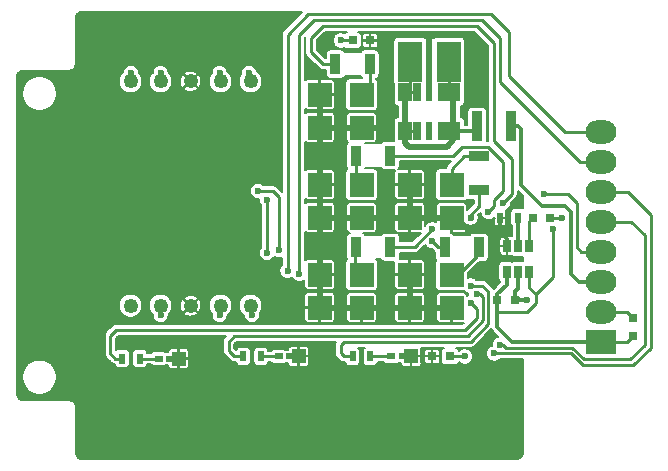
<source format=gtl>
G04 #@! TF.GenerationSoftware,KiCad,Pcbnew,(5.1.4)-1*
G04 #@! TF.CreationDate,2020-02-23T17:45:57-05:00*
G04 #@! TF.ProjectId,Dash_Warning_Panel,44617368-5f57-4617-926e-696e675f5061,rev?*
G04 #@! TF.SameCoordinates,Original*
G04 #@! TF.FileFunction,Copper,L1,Top*
G04 #@! TF.FilePolarity,Positive*
%FSLAX46Y46*%
G04 Gerber Fmt 4.6, Leading zero omitted, Abs format (unit mm)*
G04 Created by KiCad (PCBNEW (5.1.4)-1) date 2020-02-23 17:45:57*
%MOMM*%
%LPD*%
G04 APERTURE LIST*
%ADD10R,0.700000X0.500000*%
%ADD11R,1.200000X1.200000*%
%ADD12R,1.050000X0.500000*%
%ADD13R,0.900000X1.700000*%
%ADD14R,1.700000X0.900000*%
%ADD15R,0.900000X2.500000*%
%ADD16R,0.600000X1.600000*%
%ADD17R,0.800000X1.600000*%
%ADD18R,2.000000X3.500000*%
%ADD19R,1.200000X1.600000*%
%ADD20R,0.600000X3.500000*%
%ADD21C,1.250000*%
%ADD22R,0.750000X0.800000*%
%ADD23R,0.800000X0.750000*%
%ADD24R,0.500000X0.900000*%
%ADD25R,0.650000X1.060000*%
%ADD26R,2.000000X2.000000*%
%ADD27R,1.100000X0.750000*%
%ADD28O,2.600000X2.000000*%
%ADD29R,2.600000X2.000000*%
%ADD30C,0.600000*%
%ADD31C,0.300000*%
%ADD32C,0.500000*%
%ADD33C,0.220000*%
%ADD34C,0.170000*%
G04 APERTURE END LIST*
D10*
X182080000Y-138430000D03*
D11*
X183769000Y-138430000D03*
D12*
X183245000Y-138430000D03*
D10*
X192240000Y-138250000D03*
D11*
X193929000Y-138250000D03*
D12*
X193405000Y-138250000D03*
D10*
X201765000Y-138250000D03*
D11*
X203454000Y-138250000D03*
D12*
X202930000Y-138250000D03*
D13*
X199950000Y-113500000D03*
X197050000Y-113500000D03*
X198800000Y-121250000D03*
X201700000Y-121250000D03*
D14*
X209250000Y-121300000D03*
X209250000Y-124200000D03*
D13*
X198800000Y-129000000D03*
X201700000Y-129000000D03*
X209200000Y-129000000D03*
X206300000Y-129000000D03*
D15*
X209050000Y-118750000D03*
X211950000Y-118750000D03*
D16*
X205000000Y-115850000D03*
X205000000Y-119150000D03*
D17*
X206050000Y-115850000D03*
X206050000Y-119150000D03*
X203950000Y-119150000D03*
X203950000Y-115850000D03*
D18*
X206651000Y-113309000D03*
X203349000Y-113309000D03*
D19*
X207032000Y-115849000D03*
X207032000Y-119151000D03*
X202968000Y-119151000D03*
X202968000Y-115849000D03*
D20*
X205000000Y-113309000D03*
D21*
X182245000Y-133960000D03*
X187325000Y-133960000D03*
X189865000Y-133960000D03*
X179705000Y-133960000D03*
X184785000Y-133960000D03*
X187325000Y-114960000D03*
X189865000Y-114960000D03*
X179705000Y-114960000D03*
X182245000Y-114960000D03*
X184785000Y-114960000D03*
D22*
X222250000Y-135000000D03*
X222250000Y-136500000D03*
D23*
X206750000Y-138250000D03*
X205250000Y-138250000D03*
X200000000Y-111500000D03*
X198500000Y-111500000D03*
X212250000Y-133500000D03*
X210750000Y-133500000D03*
X213750000Y-126500000D03*
X215250000Y-126500000D03*
D24*
X180500000Y-138430000D03*
X179000000Y-138430000D03*
X189250000Y-138250000D03*
X190750000Y-138250000D03*
X198500000Y-138250000D03*
X200000000Y-138250000D03*
X212500000Y-126500000D03*
X211000000Y-126500000D03*
D25*
X212500000Y-128900000D03*
X211550000Y-128900000D03*
X213450000Y-128900000D03*
X213450000Y-131100000D03*
X212500000Y-131100000D03*
X211550000Y-131100000D03*
D26*
X195707000Y-116078000D03*
X195707000Y-118872000D03*
X199263000Y-118872000D03*
X199263000Y-116078000D03*
D27*
X196185000Y-118225000D03*
X198785000Y-118225000D03*
X198785000Y-116725000D03*
X196185000Y-116725000D03*
X196185000Y-124345000D03*
X198785000Y-124345000D03*
X198785000Y-125845000D03*
X196185000Y-125845000D03*
D26*
X199263000Y-123698000D03*
X199263000Y-126492000D03*
X195707000Y-126492000D03*
X195707000Y-123698000D03*
D27*
X203805000Y-124345000D03*
X206405000Y-124345000D03*
X206405000Y-125845000D03*
X203805000Y-125845000D03*
D26*
X206883000Y-123698000D03*
X206883000Y-126492000D03*
X203327000Y-126492000D03*
X203327000Y-123698000D03*
X195707000Y-131318000D03*
X195707000Y-134112000D03*
X199263000Y-134112000D03*
X199263000Y-131318000D03*
D27*
X196185000Y-133465000D03*
X198785000Y-133465000D03*
X198785000Y-131965000D03*
X196185000Y-131965000D03*
X203805000Y-131965000D03*
X206405000Y-131965000D03*
X206405000Y-133465000D03*
X203805000Y-133465000D03*
D26*
X206883000Y-131318000D03*
X206883000Y-134112000D03*
X203327000Y-134112000D03*
X203327000Y-131318000D03*
D28*
X219500000Y-119220000D03*
X219500000Y-121760000D03*
X219500000Y-124300000D03*
X219500000Y-126840000D03*
X219500000Y-129380000D03*
X219500000Y-131920000D03*
X219500000Y-134460000D03*
D29*
X219500000Y-137000000D03*
D30*
X210500000Y-128750000D03*
X211000000Y-137250000D03*
X215500000Y-127500000D03*
X194000000Y-131250000D03*
X193000000Y-131000000D03*
X213250000Y-133500000D03*
X216250000Y-126500000D03*
X197500000Y-111500000D03*
X208000000Y-138250000D03*
X182250000Y-134750000D03*
X187250000Y-134750000D03*
X190000000Y-134750000D03*
X187250000Y-114250000D03*
X189750000Y-114250000D03*
X179750000Y-114250000D03*
X182250000Y-114250000D03*
X210500000Y-138000000D03*
X214750000Y-124500000D03*
X211250000Y-125250000D03*
X210000000Y-126000000D03*
X208500000Y-126500000D03*
X205250000Y-127500000D03*
X205250000Y-128500000D03*
X208500000Y-132250000D03*
X209000000Y-133000000D03*
X208500000Y-133750000D03*
X192250000Y-129250000D03*
X190500000Y-124250000D03*
X191250000Y-129500000D03*
X191250000Y-125000000D03*
D31*
X211000000Y-127750000D02*
X211000000Y-126500000D01*
X211550000Y-128900000D02*
X211550000Y-128300000D01*
X211550000Y-128300000D02*
X211000000Y-127750000D01*
D32*
X195707000Y-116078000D02*
X195707000Y-118872000D01*
X195707000Y-118872000D02*
X199263000Y-118872000D01*
X195707000Y-123698000D02*
X195707000Y-126492000D01*
X195707000Y-126492000D02*
X199263000Y-126492000D01*
X203327000Y-123698000D02*
X203327000Y-126492000D01*
X203327000Y-126492000D02*
X206883000Y-126492000D01*
X203327000Y-131318000D02*
X203327000Y-134112000D01*
X203327000Y-134112000D02*
X206883000Y-134112000D01*
X195707000Y-131318000D02*
X195707000Y-134112000D01*
X195707000Y-134112000D02*
X199263000Y-134112000D01*
X203327000Y-126492000D02*
X199263000Y-126492000D01*
X195707000Y-118872000D02*
X195707000Y-123698000D01*
X199263000Y-118872000D02*
X200628000Y-118872000D01*
X200628000Y-118872000D02*
X201250000Y-118250000D01*
X201250000Y-118250000D02*
X201250000Y-111500000D01*
X195707000Y-126492000D02*
X195707000Y-131318000D01*
X203327000Y-134112000D02*
X199263000Y-134112000D01*
X205000000Y-115850000D02*
X205000000Y-113309000D01*
X205000000Y-113309000D02*
X205000000Y-111250000D01*
X205000000Y-111250000D02*
X204750000Y-111000000D01*
X201750000Y-111000000D02*
X201250000Y-111500000D01*
X204750000Y-111000000D02*
X201750000Y-111000000D01*
D33*
X200000000Y-111500000D02*
X201250000Y-111500000D01*
D32*
X210750000Y-127500000D02*
X211000000Y-127750000D01*
X208250000Y-127500000D02*
X210750000Y-127500000D01*
X206883000Y-126492000D02*
X207242000Y-126492000D01*
X207242000Y-126492000D02*
X208250000Y-127500000D01*
D33*
X222090000Y-126840000D02*
X219500000Y-126840000D01*
X223250000Y-128000000D02*
X222090000Y-126840000D01*
X223250000Y-137250000D02*
X223250000Y-128000000D01*
X211000000Y-137250000D02*
X211250000Y-137250000D01*
X211500000Y-137500000D02*
X217122268Y-137500000D01*
X217122268Y-137500000D02*
X218122268Y-138500000D01*
X211250000Y-137250000D02*
X211500000Y-137500000D01*
X218122268Y-138500000D02*
X222000000Y-138500000D01*
X222000000Y-138500000D02*
X223250000Y-137250000D01*
X213450000Y-132450000D02*
X213450000Y-131100000D01*
X214000000Y-133750000D02*
X214000000Y-133000000D01*
X213250000Y-134500000D02*
X214000000Y-133750000D01*
X214000000Y-133000000D02*
X213450000Y-132450000D01*
D31*
X210750000Y-133000000D02*
X210750000Y-133500000D01*
X211550000Y-131100000D02*
X211550000Y-132200000D01*
X211550000Y-132200000D02*
X210750000Y-133000000D01*
X212000000Y-137000000D02*
X210750000Y-135750000D01*
D33*
X213250000Y-134500000D02*
X210750000Y-134500000D01*
D31*
X210750000Y-135750000D02*
X210750000Y-134500000D01*
X210750000Y-134500000D02*
X210750000Y-133500000D01*
D33*
X221750000Y-137000000D02*
X222250000Y-136500000D01*
X219500000Y-137000000D02*
X221750000Y-137000000D01*
D31*
X219500000Y-137000000D02*
X212000000Y-137000000D01*
D33*
X215500000Y-127500000D02*
X215500000Y-131500000D01*
X215500000Y-131500000D02*
X214000000Y-133000000D01*
X213450000Y-126800000D02*
X213750000Y-126500000D01*
X213450000Y-128900000D02*
X213450000Y-126800000D01*
X217760000Y-121760000D02*
X211000000Y-115000000D01*
X219500000Y-121760000D02*
X217760000Y-121760000D01*
X194000000Y-111000000D02*
X194000000Y-131250000D01*
X211000000Y-115000000D02*
X211000000Y-111250000D01*
X211000000Y-111250000D02*
X209500000Y-109750000D01*
X209500000Y-109750000D02*
X195250000Y-109750000D01*
X195250000Y-109750000D02*
X194000000Y-111000000D01*
X193000000Y-111000000D02*
X193000000Y-131000000D01*
X216470000Y-119220000D02*
X211750000Y-114500000D01*
X219500000Y-119220000D02*
X216470000Y-119220000D01*
X211750000Y-114500000D02*
X211750000Y-110750000D01*
X211750000Y-110750000D02*
X210250000Y-109250000D01*
X210250000Y-109250000D02*
X194750000Y-109250000D01*
X194750000Y-109250000D02*
X193000000Y-111000000D01*
D31*
X217670000Y-131920000D02*
X219500000Y-131920000D01*
X212750000Y-123750000D02*
X214500000Y-125500000D01*
X212750000Y-119000000D02*
X212750000Y-123750000D01*
X214500000Y-125500000D02*
X216500000Y-125500000D01*
X216500000Y-125500000D02*
X217000000Y-126000000D01*
X217000000Y-126000000D02*
X217000000Y-131250000D01*
X217000000Y-131250000D02*
X217670000Y-131920000D01*
X212500000Y-118750000D02*
X212750000Y-119000000D01*
X211950000Y-118750000D02*
X212500000Y-118750000D01*
X212500000Y-128900000D02*
X212500000Y-126500000D01*
D33*
X212500000Y-133250000D02*
X212250000Y-133500000D01*
X215250000Y-126500000D02*
X216250000Y-126500000D01*
D31*
X212500000Y-131100000D02*
X212500000Y-132500000D01*
X212250000Y-132750000D02*
X212250000Y-133500000D01*
X212500000Y-132500000D02*
X212250000Y-132750000D01*
X212250000Y-133500000D02*
X213250000Y-133500000D01*
D33*
X221710000Y-134460000D02*
X222250000Y-135000000D01*
X219500000Y-134460000D02*
X221710000Y-134460000D01*
X198500000Y-111500000D02*
X197500000Y-111500000D01*
X206750000Y-138250000D02*
X208000000Y-138250000D01*
D32*
X202968000Y-115849000D02*
X202968000Y-119151000D01*
X207032000Y-119151000D02*
X207032000Y-115849000D01*
X207032000Y-119151000D02*
X207032000Y-119968000D01*
X207032000Y-119968000D02*
X206500000Y-120500000D01*
X206500000Y-120500000D02*
X203250000Y-120500000D01*
X202968000Y-120218000D02*
X202968000Y-119151000D01*
X203250000Y-120500000D02*
X202968000Y-120218000D01*
D33*
X203349000Y-115468000D02*
X202968000Y-115849000D01*
X203349000Y-113309000D02*
X203349000Y-115468000D01*
X206651000Y-115468000D02*
X207032000Y-115849000D01*
X206651000Y-113309000D02*
X206651000Y-115468000D01*
X207031000Y-115850000D02*
X207032000Y-115849000D01*
X206050000Y-115850000D02*
X207031000Y-115850000D01*
X202969000Y-115850000D02*
X202968000Y-115849000D01*
X203950000Y-115850000D02*
X202969000Y-115850000D01*
X203949000Y-119151000D02*
X203950000Y-119150000D01*
X202968000Y-119151000D02*
X203949000Y-119151000D01*
X207031000Y-119150000D02*
X207032000Y-119151000D01*
X206050000Y-119150000D02*
X207031000Y-119150000D01*
D31*
X208849000Y-119151000D02*
X209000000Y-119000000D01*
X207032000Y-119151000D02*
X208849000Y-119151000D01*
D33*
X200000000Y-113550000D02*
X199950000Y-113500000D01*
X199263000Y-116078000D02*
X200000000Y-115341000D01*
X200000000Y-115341000D02*
X200000000Y-113550000D01*
X198800000Y-123235000D02*
X199263000Y-123698000D01*
X198800000Y-121250000D02*
X198800000Y-123235000D01*
X206883000Y-122367000D02*
X206883000Y-123698000D01*
X209250000Y-121300000D02*
X207950000Y-121300000D01*
X207950000Y-121300000D02*
X206883000Y-122367000D01*
X198750000Y-129050000D02*
X198800000Y-129000000D01*
X199263000Y-131318000D02*
X198750000Y-130805000D01*
X198750000Y-130805000D02*
X198750000Y-129050000D01*
X209200000Y-129050000D02*
X209200000Y-129000000D01*
X209000000Y-129250000D02*
X209200000Y-129050000D01*
X209000000Y-129750000D02*
X209000000Y-129250000D01*
X206883000Y-131318000D02*
X207432000Y-131318000D01*
X207432000Y-131318000D02*
X209000000Y-129750000D01*
X182245000Y-133960000D02*
X182245000Y-134745000D01*
X182245000Y-134745000D02*
X182250000Y-134750000D01*
X187325000Y-133960000D02*
X187325000Y-134675000D01*
X187325000Y-134675000D02*
X187250000Y-134750000D01*
X189865000Y-133960000D02*
X189865000Y-134615000D01*
X189865000Y-134615000D02*
X190000000Y-134750000D01*
X187325000Y-114960000D02*
X187325000Y-114325000D01*
X187325000Y-114325000D02*
X187250000Y-114250000D01*
X189865000Y-114960000D02*
X189865000Y-114365000D01*
X189865000Y-114365000D02*
X189750000Y-114250000D01*
X179705000Y-114960000D02*
X179705000Y-114295000D01*
X179705000Y-114295000D02*
X179750000Y-114250000D01*
X182245000Y-114960000D02*
X182245000Y-114255000D01*
X182245000Y-114255000D02*
X182250000Y-114250000D01*
X221800000Y-124300000D02*
X219500000Y-124300000D01*
X223750000Y-126250000D02*
X221800000Y-124300000D01*
X210500000Y-138000000D02*
X217000000Y-138000000D01*
X217000000Y-138000000D02*
X218000000Y-139000000D01*
X223750000Y-137500000D02*
X223750000Y-126250000D01*
X218000000Y-139000000D02*
X222250000Y-139000000D01*
X222250000Y-139000000D02*
X223750000Y-137500000D01*
X214750000Y-124500000D02*
X216750000Y-124500000D01*
X216750000Y-124500000D02*
X217500000Y-125250000D01*
X217500000Y-125250000D02*
X217500000Y-129000000D01*
X217880000Y-129380000D02*
X219500000Y-129380000D01*
X217500000Y-129000000D02*
X217880000Y-129380000D01*
X210500000Y-120000000D02*
X212000000Y-121500000D01*
X212000000Y-121500000D02*
X212000000Y-124500000D01*
X195000000Y-112500000D02*
X195000000Y-111250000D01*
X196000000Y-113500000D02*
X195000000Y-112500000D01*
X212000000Y-124500000D02*
X211250000Y-125250000D01*
X195000000Y-111250000D02*
X196000000Y-110250000D01*
X196000000Y-110250000D02*
X209000000Y-110250000D01*
X209000000Y-110250000D02*
X210500000Y-111750000D01*
X210500000Y-111750000D02*
X210500000Y-120000000D01*
X197050000Y-113500000D02*
X196000000Y-113500000D01*
X210500000Y-125000000D02*
X210500000Y-125500000D01*
X207000000Y-121250000D02*
X207750000Y-120500000D01*
X207750000Y-120500000D02*
X210000000Y-120500000D01*
X210000000Y-120500000D02*
X211250000Y-121750000D01*
X211250000Y-121750000D02*
X211250000Y-124250000D01*
X210500000Y-125500000D02*
X210000000Y-126000000D01*
X211250000Y-124250000D02*
X210500000Y-125000000D01*
X201700000Y-121250000D02*
X207000000Y-121250000D01*
X208500000Y-126250000D02*
X209250000Y-125500000D01*
X208500000Y-126500000D02*
X208500000Y-126250000D01*
X209250000Y-124200000D02*
X209250000Y-125500000D01*
X203750000Y-129000000D02*
X201700000Y-129000000D01*
X205250000Y-127500000D02*
X203750000Y-129000000D01*
X205750000Y-129000000D02*
X205250000Y-128500000D01*
X206300000Y-129000000D02*
X205750000Y-129000000D01*
X201765000Y-138250000D02*
X200000000Y-138250000D01*
X197750000Y-137000000D02*
X197500000Y-137250000D01*
X210000000Y-135500000D02*
X208500000Y-137000000D01*
X210000000Y-132750000D02*
X210000000Y-135500000D01*
X197500000Y-137250000D02*
X197500000Y-138000000D01*
X197500000Y-138000000D02*
X197750000Y-138250000D01*
X208500000Y-132250000D02*
X209500000Y-132250000D01*
X209500000Y-132250000D02*
X210000000Y-132750000D01*
X197750000Y-138250000D02*
X198500000Y-138250000D01*
X208500000Y-137000000D02*
X197750000Y-137000000D01*
X188500000Y-138250000D02*
X189250000Y-138250000D01*
X188000000Y-137750000D02*
X188500000Y-138250000D01*
X188000000Y-137000000D02*
X188000000Y-137750000D01*
X209000000Y-133000000D02*
X209309990Y-133000000D01*
X209559990Y-133250000D02*
X209559990Y-135190010D01*
X209559990Y-135190010D02*
X208250000Y-136500000D01*
X209309990Y-133000000D02*
X209559990Y-133250000D01*
X208250000Y-136500000D02*
X188500000Y-136500000D01*
X188500000Y-136500000D02*
X188000000Y-137000000D01*
X192240000Y-138250000D02*
X190750000Y-138250000D01*
X182080000Y-138430000D02*
X180500000Y-138430000D01*
X178430000Y-138430000D02*
X179000000Y-138430000D01*
X178000000Y-138000000D02*
X178430000Y-138430000D01*
X209000000Y-134250000D02*
X209000000Y-135000000D01*
X208500000Y-133750000D02*
X209000000Y-134250000D01*
X209000000Y-135000000D02*
X208000000Y-136000000D01*
X208000000Y-136000000D02*
X178500000Y-136000000D01*
X178500000Y-136000000D02*
X178000000Y-136500000D01*
X178000000Y-136500000D02*
X178000000Y-138000000D01*
X192250000Y-124750000D02*
X192250000Y-129250000D01*
X190500000Y-124250000D02*
X191750000Y-124250000D01*
X191750000Y-124250000D02*
X192250000Y-124750000D01*
X191250000Y-129500000D02*
X191250000Y-125000000D01*
D34*
G36*
X192667178Y-110632787D02*
G01*
X192648289Y-110648289D01*
X192586431Y-110723662D01*
X192540467Y-110809656D01*
X192512162Y-110902964D01*
X192505000Y-110975683D01*
X192505000Y-110975693D01*
X192502606Y-111000000D01*
X192505000Y-111024307D01*
X192505001Y-124304965D01*
X192117213Y-123917178D01*
X192101711Y-123898289D01*
X192026338Y-123836431D01*
X191940345Y-123790467D01*
X191847037Y-123762162D01*
X191774318Y-123755000D01*
X191774307Y-123755000D01*
X191750000Y-123752606D01*
X191725693Y-123755000D01*
X190973736Y-123755000D01*
X190936662Y-123717926D01*
X190824469Y-123642961D01*
X190699807Y-123591325D01*
X190567467Y-123565000D01*
X190432533Y-123565000D01*
X190300193Y-123591325D01*
X190175531Y-123642961D01*
X190063338Y-123717926D01*
X189967926Y-123813338D01*
X189892961Y-123925531D01*
X189841325Y-124050193D01*
X189815000Y-124182533D01*
X189815000Y-124317467D01*
X189841325Y-124449807D01*
X189892961Y-124574469D01*
X189967926Y-124686662D01*
X190063338Y-124782074D01*
X190175531Y-124857039D01*
X190300193Y-124908675D01*
X190432533Y-124935000D01*
X190565000Y-124935000D01*
X190565000Y-125067467D01*
X190591325Y-125199807D01*
X190642961Y-125324469D01*
X190717926Y-125436662D01*
X190755001Y-125473737D01*
X190755000Y-129026264D01*
X190717926Y-129063338D01*
X190642961Y-129175531D01*
X190591325Y-129300193D01*
X190565000Y-129432533D01*
X190565000Y-129567467D01*
X190591325Y-129699807D01*
X190642961Y-129824469D01*
X190717926Y-129936662D01*
X190813338Y-130032074D01*
X190925531Y-130107039D01*
X191050193Y-130158675D01*
X191182533Y-130185000D01*
X191317467Y-130185000D01*
X191449807Y-130158675D01*
X191574469Y-130107039D01*
X191686662Y-130032074D01*
X191782074Y-129936662D01*
X191857039Y-129824469D01*
X191861320Y-129814134D01*
X191925531Y-129857039D01*
X192050193Y-129908675D01*
X192182533Y-129935000D01*
X192317467Y-129935000D01*
X192449807Y-129908675D01*
X192505001Y-129885813D01*
X192505001Y-130526263D01*
X192467926Y-130563338D01*
X192392961Y-130675531D01*
X192341325Y-130800193D01*
X192315000Y-130932533D01*
X192315000Y-131067467D01*
X192341325Y-131199807D01*
X192392961Y-131324469D01*
X192467926Y-131436662D01*
X192563338Y-131532074D01*
X192675531Y-131607039D01*
X192800193Y-131658675D01*
X192932533Y-131685000D01*
X193067467Y-131685000D01*
X193199807Y-131658675D01*
X193324469Y-131607039D01*
X193388680Y-131564134D01*
X193392961Y-131574469D01*
X193467926Y-131686662D01*
X193563338Y-131782074D01*
X193675531Y-131857039D01*
X193800193Y-131908675D01*
X193932533Y-131935000D01*
X194067467Y-131935000D01*
X194199807Y-131908675D01*
X194324469Y-131857039D01*
X194421406Y-131792268D01*
X194420621Y-132318000D01*
X194426124Y-132373870D01*
X194442420Y-132427592D01*
X194468885Y-132477104D01*
X194504499Y-132520501D01*
X194547896Y-132556115D01*
X194597408Y-132582580D01*
X194651130Y-132598876D01*
X194707000Y-132604379D01*
X195522754Y-132603161D01*
X195525408Y-132604580D01*
X195579130Y-132620876D01*
X195635000Y-132626379D01*
X196108750Y-132625000D01*
X196130232Y-132603518D01*
X196239932Y-132603682D01*
X196261250Y-132625000D01*
X196735000Y-132626379D01*
X196790870Y-132620876D01*
X196844592Y-132604580D01*
X196894104Y-132578115D01*
X196937501Y-132542501D01*
X196973115Y-132499104D01*
X196999580Y-132449592D01*
X197015876Y-132395870D01*
X197021379Y-132340000D01*
X197020000Y-132041250D01*
X196992925Y-132014175D01*
X196992779Y-131915971D01*
X197020000Y-131888750D01*
X197021379Y-131590000D01*
X197015876Y-131534130D01*
X196999580Y-131480408D01*
X196992108Y-131466429D01*
X196992000Y-131394250D01*
X196920750Y-131323000D01*
X196836614Y-131323000D01*
X196803648Y-131313000D01*
X196920750Y-131313000D01*
X196992000Y-131241750D01*
X196993379Y-130318000D01*
X196987876Y-130262130D01*
X196971580Y-130208408D01*
X196945115Y-130158896D01*
X196909501Y-130115499D01*
X196866104Y-130079885D01*
X196816592Y-130053420D01*
X196762870Y-130037124D01*
X196707000Y-130031621D01*
X195783250Y-130033000D01*
X195712000Y-130104250D01*
X195712000Y-131303845D01*
X195702000Y-131303816D01*
X195702000Y-130104250D01*
X195630750Y-130033000D01*
X194707000Y-130031621D01*
X194651130Y-130037124D01*
X194597408Y-130053420D01*
X194547896Y-130079885D01*
X194504499Y-130115499D01*
X194495000Y-130127074D01*
X194495000Y-127682926D01*
X194504499Y-127694501D01*
X194547896Y-127730115D01*
X194597408Y-127756580D01*
X194651130Y-127772876D01*
X194707000Y-127778379D01*
X195630750Y-127777000D01*
X195702000Y-127705750D01*
X195702000Y-126506184D01*
X195712000Y-126506155D01*
X195712000Y-127705750D01*
X195783250Y-127777000D01*
X196707000Y-127778379D01*
X196762870Y-127772876D01*
X196816592Y-127756580D01*
X196866104Y-127730115D01*
X196909501Y-127694501D01*
X196945115Y-127651104D01*
X196971580Y-127601592D01*
X196987876Y-127547870D01*
X196993379Y-127492000D01*
X196992000Y-126568250D01*
X196920750Y-126497000D01*
X196803648Y-126497000D01*
X196836614Y-126487000D01*
X196920750Y-126487000D01*
X196992000Y-126415750D01*
X196992108Y-126343571D01*
X196999580Y-126329592D01*
X197015876Y-126275870D01*
X197021379Y-126220000D01*
X197020000Y-125921250D01*
X196992779Y-125894029D01*
X196992925Y-125795825D01*
X197020000Y-125768750D01*
X197021379Y-125470000D01*
X197015876Y-125414130D01*
X196999580Y-125360408D01*
X196973115Y-125310896D01*
X196937501Y-125267499D01*
X196894104Y-125231885D01*
X196844592Y-125205420D01*
X196790870Y-125189124D01*
X196735000Y-125183621D01*
X196261250Y-125185000D01*
X196239932Y-125206318D01*
X196130232Y-125206482D01*
X196108750Y-125185000D01*
X195635000Y-125183621D01*
X195579130Y-125189124D01*
X195525408Y-125205420D01*
X195522754Y-125206839D01*
X194707000Y-125205621D01*
X194651130Y-125211124D01*
X194597408Y-125227420D01*
X194547896Y-125253885D01*
X194504499Y-125289499D01*
X194495000Y-125301074D01*
X194495000Y-124888926D01*
X194504499Y-124900501D01*
X194547896Y-124936115D01*
X194597408Y-124962580D01*
X194651130Y-124978876D01*
X194707000Y-124984379D01*
X195522754Y-124983161D01*
X195525408Y-124984580D01*
X195579130Y-125000876D01*
X195635000Y-125006379D01*
X196108750Y-125005000D01*
X196130232Y-124983518D01*
X196239932Y-124983682D01*
X196261250Y-125005000D01*
X196735000Y-125006379D01*
X196790870Y-125000876D01*
X196844592Y-124984580D01*
X196894104Y-124958115D01*
X196937501Y-124922501D01*
X196973115Y-124879104D01*
X196999580Y-124829592D01*
X197015876Y-124775870D01*
X197021379Y-124720000D01*
X197020000Y-124421250D01*
X196992925Y-124394175D01*
X196992779Y-124295971D01*
X197020000Y-124268750D01*
X197021379Y-123970000D01*
X197015876Y-123914130D01*
X196999580Y-123860408D01*
X196992108Y-123846429D01*
X196992000Y-123774250D01*
X196920750Y-123703000D01*
X196836614Y-123703000D01*
X196803648Y-123693000D01*
X196920750Y-123693000D01*
X196992000Y-123621750D01*
X196993379Y-122698000D01*
X196987876Y-122642130D01*
X196971580Y-122588408D01*
X196945115Y-122538896D01*
X196909501Y-122495499D01*
X196866104Y-122459885D01*
X196816592Y-122433420D01*
X196762870Y-122417124D01*
X196707000Y-122411621D01*
X195783250Y-122413000D01*
X195712000Y-122484250D01*
X195712000Y-123683845D01*
X195702000Y-123683816D01*
X195702000Y-122484250D01*
X195630750Y-122413000D01*
X194707000Y-122411621D01*
X194651130Y-122417124D01*
X194597408Y-122433420D01*
X194547896Y-122459885D01*
X194504499Y-122495499D01*
X194495000Y-122507074D01*
X194495000Y-120062926D01*
X194504499Y-120074501D01*
X194547896Y-120110115D01*
X194597408Y-120136580D01*
X194651130Y-120152876D01*
X194707000Y-120158379D01*
X195630750Y-120157000D01*
X195702000Y-120085750D01*
X195702000Y-118886184D01*
X195712000Y-118886155D01*
X195712000Y-120085750D01*
X195783250Y-120157000D01*
X196707000Y-120158379D01*
X196762870Y-120152876D01*
X196816592Y-120136580D01*
X196866104Y-120110115D01*
X196909501Y-120074501D01*
X196945115Y-120031104D01*
X196971580Y-119981592D01*
X196987876Y-119927870D01*
X196993379Y-119872000D01*
X196992000Y-118948250D01*
X196920750Y-118877000D01*
X196803648Y-118877000D01*
X196836614Y-118867000D01*
X196920750Y-118867000D01*
X196992000Y-118795750D01*
X196992108Y-118723571D01*
X196999580Y-118709592D01*
X197015876Y-118655870D01*
X197021379Y-118600000D01*
X197020000Y-118301250D01*
X196992779Y-118274029D01*
X196992925Y-118175825D01*
X197020000Y-118148750D01*
X197021379Y-117850000D01*
X197015876Y-117794130D01*
X196999580Y-117740408D01*
X196973115Y-117690896D01*
X196937501Y-117647499D01*
X196894104Y-117611885D01*
X196844592Y-117585420D01*
X196790870Y-117569124D01*
X196735000Y-117563621D01*
X196261250Y-117565000D01*
X196239932Y-117586318D01*
X196130232Y-117586482D01*
X196108750Y-117565000D01*
X195635000Y-117563621D01*
X195579130Y-117569124D01*
X195525408Y-117585420D01*
X195522754Y-117586839D01*
X194707000Y-117585621D01*
X194651130Y-117591124D01*
X194597408Y-117607420D01*
X194547896Y-117633885D01*
X194504499Y-117669499D01*
X194495000Y-117681074D01*
X194495000Y-117268926D01*
X194504499Y-117280501D01*
X194547896Y-117316115D01*
X194597408Y-117342580D01*
X194651130Y-117358876D01*
X194707000Y-117364379D01*
X195522754Y-117363161D01*
X195525408Y-117364580D01*
X195579130Y-117380876D01*
X195635000Y-117386379D01*
X196108750Y-117385000D01*
X196130232Y-117363518D01*
X196239932Y-117363682D01*
X196261250Y-117385000D01*
X196735000Y-117386379D01*
X196790870Y-117380876D01*
X196844592Y-117364580D01*
X196894104Y-117338115D01*
X196937501Y-117302501D01*
X196973115Y-117259104D01*
X196999580Y-117209592D01*
X197015876Y-117155870D01*
X197021379Y-117100000D01*
X197020000Y-116801250D01*
X196992925Y-116774175D01*
X196992779Y-116675971D01*
X197020000Y-116648750D01*
X197021379Y-116350000D01*
X197015876Y-116294130D01*
X196999580Y-116240408D01*
X196992108Y-116226429D01*
X196992000Y-116154250D01*
X196920750Y-116083000D01*
X196836614Y-116083000D01*
X196803648Y-116073000D01*
X196920750Y-116073000D01*
X196992000Y-116001750D01*
X196993379Y-115078000D01*
X196987876Y-115022130D01*
X196971580Y-114968408D01*
X196945115Y-114918896D01*
X196909501Y-114875499D01*
X196866104Y-114839885D01*
X196816592Y-114813420D01*
X196762870Y-114797124D01*
X196707000Y-114791621D01*
X195783250Y-114793000D01*
X195712000Y-114864250D01*
X195712000Y-116063845D01*
X195702000Y-116063816D01*
X195702000Y-114864250D01*
X195630750Y-114793000D01*
X194707000Y-114791621D01*
X194651130Y-114797124D01*
X194597408Y-114813420D01*
X194547896Y-114839885D01*
X194504499Y-114875499D01*
X194495000Y-114887074D01*
X194495000Y-111205035D01*
X194508349Y-111191686D01*
X194502606Y-111250000D01*
X194505001Y-111274317D01*
X194505000Y-112475692D01*
X194502606Y-112500000D01*
X194505000Y-112524307D01*
X194505000Y-112524317D01*
X194512162Y-112597036D01*
X194540467Y-112690344D01*
X194586431Y-112776338D01*
X194648289Y-112851711D01*
X194667178Y-112867213D01*
X195632791Y-113832827D01*
X195648289Y-113851711D01*
X195667173Y-113867209D01*
X195667177Y-113867213D01*
X195709213Y-113901711D01*
X195723662Y-113913569D01*
X195809655Y-113959533D01*
X195902963Y-113987838D01*
X195975682Y-113995000D01*
X195975690Y-113995000D01*
X196000000Y-113997394D01*
X196024310Y-113995000D01*
X196213138Y-113995000D01*
X196213138Y-114350000D01*
X196220571Y-114425473D01*
X196242586Y-114498046D01*
X196278336Y-114564929D01*
X196326447Y-114623553D01*
X196385071Y-114671664D01*
X196451954Y-114707414D01*
X196524527Y-114729429D01*
X196600000Y-114736862D01*
X197500000Y-114736862D01*
X197575473Y-114729429D01*
X197648046Y-114707414D01*
X197714929Y-114671664D01*
X197773553Y-114623553D01*
X197821664Y-114564929D01*
X197849955Y-114512000D01*
X199150045Y-114512000D01*
X199178336Y-114564929D01*
X199226447Y-114623553D01*
X199285071Y-114671664D01*
X199321504Y-114691138D01*
X198263000Y-114691138D01*
X198187527Y-114698571D01*
X198114954Y-114720586D01*
X198048071Y-114756336D01*
X197989447Y-114804447D01*
X197941336Y-114863071D01*
X197905586Y-114929954D01*
X197883571Y-115002527D01*
X197876138Y-115078000D01*
X197876138Y-116206727D01*
X197855571Y-116274527D01*
X197848138Y-116350000D01*
X197848138Y-117100000D01*
X197855571Y-117175473D01*
X197877586Y-117248046D01*
X197913336Y-117314929D01*
X197961447Y-117373553D01*
X198020071Y-117421664D01*
X198086954Y-117457414D01*
X198159527Y-117479429D01*
X198235000Y-117486862D01*
X199335000Y-117486862D01*
X199410473Y-117479429D01*
X199458493Y-117464862D01*
X200263000Y-117464862D01*
X200338473Y-117457429D01*
X200411046Y-117435414D01*
X200477929Y-117399664D01*
X200536553Y-117351553D01*
X200584664Y-117292929D01*
X200620414Y-117226046D01*
X200642429Y-117153473D01*
X200649862Y-117078000D01*
X200649862Y-115078000D01*
X200642429Y-115002527D01*
X200620414Y-114929954D01*
X200584664Y-114863071D01*
X200536553Y-114804447D01*
X200495000Y-114770346D01*
X200495000Y-114723505D01*
X200548046Y-114707414D01*
X200614929Y-114671664D01*
X200673553Y-114623553D01*
X200721664Y-114564929D01*
X200757414Y-114498046D01*
X200779429Y-114425473D01*
X200786862Y-114350000D01*
X200786862Y-112650000D01*
X200779429Y-112574527D01*
X200757414Y-112501954D01*
X200721664Y-112435071D01*
X200673553Y-112376447D01*
X200614929Y-112328336D01*
X200548046Y-112292586D01*
X200475473Y-112270571D01*
X200400000Y-112263138D01*
X199500000Y-112263138D01*
X199424527Y-112270571D01*
X199351954Y-112292586D01*
X199285071Y-112328336D01*
X199226447Y-112376447D01*
X199178336Y-112435071D01*
X199177305Y-112437000D01*
X197822695Y-112437000D01*
X197821664Y-112435071D01*
X197773553Y-112376447D01*
X197714929Y-112328336D01*
X197648046Y-112292586D01*
X197575473Y-112270571D01*
X197500000Y-112263138D01*
X196600000Y-112263138D01*
X196524527Y-112270571D01*
X196451954Y-112292586D01*
X196385071Y-112328336D01*
X196326447Y-112376447D01*
X196278336Y-112435071D01*
X196242586Y-112501954D01*
X196220571Y-112574527D01*
X196213138Y-112650000D01*
X196213138Y-113005000D01*
X196205036Y-113005000D01*
X195495000Y-112294965D01*
X195495000Y-111455035D01*
X196205036Y-110745000D01*
X198030325Y-110745000D01*
X198024527Y-110745571D01*
X197951954Y-110767586D01*
X197885071Y-110803336D01*
X197826447Y-110851447D01*
X197800519Y-110883041D01*
X197699807Y-110841325D01*
X197567467Y-110815000D01*
X197432533Y-110815000D01*
X197300193Y-110841325D01*
X197175531Y-110892961D01*
X197063338Y-110967926D01*
X196967926Y-111063338D01*
X196892961Y-111175531D01*
X196841325Y-111300193D01*
X196815000Y-111432533D01*
X196815000Y-111567467D01*
X196841325Y-111699807D01*
X196892961Y-111824469D01*
X196967926Y-111936662D01*
X197063338Y-112032074D01*
X197175531Y-112107039D01*
X197300193Y-112158675D01*
X197432533Y-112185000D01*
X197567467Y-112185000D01*
X197699807Y-112158675D01*
X197800519Y-112116959D01*
X197826447Y-112148553D01*
X197885071Y-112196664D01*
X197951954Y-112232414D01*
X198024527Y-112254429D01*
X198100000Y-112261862D01*
X198900000Y-112261862D01*
X198975473Y-112254429D01*
X199048046Y-112232414D01*
X199114929Y-112196664D01*
X199173553Y-112148553D01*
X199221664Y-112089929D01*
X199257414Y-112023046D01*
X199279429Y-111950473D01*
X199286862Y-111875000D01*
X199313621Y-111875000D01*
X199319124Y-111930870D01*
X199335420Y-111984592D01*
X199361885Y-112034104D01*
X199397499Y-112077501D01*
X199440896Y-112113115D01*
X199490408Y-112139580D01*
X199544130Y-112155876D01*
X199600000Y-112161379D01*
X199923750Y-112160000D01*
X199995000Y-112088750D01*
X199995000Y-111505000D01*
X200005000Y-111505000D01*
X200005000Y-112088750D01*
X200076250Y-112160000D01*
X200400000Y-112161379D01*
X200455870Y-112155876D01*
X200509592Y-112139580D01*
X200559104Y-112113115D01*
X200602501Y-112077501D01*
X200638115Y-112034104D01*
X200664580Y-111984592D01*
X200680876Y-111930870D01*
X200686379Y-111875000D01*
X200685000Y-111576250D01*
X200613750Y-111505000D01*
X200005000Y-111505000D01*
X199995000Y-111505000D01*
X199386250Y-111505000D01*
X199315000Y-111576250D01*
X199313621Y-111875000D01*
X199286862Y-111875000D01*
X199286862Y-111125000D01*
X199313621Y-111125000D01*
X199315000Y-111423750D01*
X199386250Y-111495000D01*
X199995000Y-111495000D01*
X199995000Y-110911250D01*
X200005000Y-110911250D01*
X200005000Y-111495000D01*
X200613750Y-111495000D01*
X200685000Y-111423750D01*
X200686379Y-111125000D01*
X200680876Y-111069130D01*
X200664580Y-111015408D01*
X200638115Y-110965896D01*
X200602501Y-110922499D01*
X200559104Y-110886885D01*
X200509592Y-110860420D01*
X200455870Y-110844124D01*
X200400000Y-110838621D01*
X200076250Y-110840000D01*
X200005000Y-110911250D01*
X199995000Y-110911250D01*
X199923750Y-110840000D01*
X199600000Y-110838621D01*
X199544130Y-110844124D01*
X199490408Y-110860420D01*
X199440896Y-110886885D01*
X199397499Y-110922499D01*
X199361885Y-110965896D01*
X199335420Y-111015408D01*
X199319124Y-111069130D01*
X199313621Y-111125000D01*
X199286862Y-111125000D01*
X199279429Y-111049527D01*
X199257414Y-110976954D01*
X199221664Y-110910071D01*
X199173553Y-110851447D01*
X199114929Y-110803336D01*
X199048046Y-110767586D01*
X198975473Y-110745571D01*
X198969675Y-110745000D01*
X208794965Y-110745000D01*
X210005000Y-111955036D01*
X210005001Y-119975683D01*
X210002606Y-120000000D01*
X210002891Y-120002891D01*
X210000000Y-120002606D01*
X209975693Y-120005000D01*
X209886370Y-120005000D01*
X209886862Y-120000000D01*
X209886862Y-117500000D01*
X209879429Y-117424527D01*
X209857414Y-117351954D01*
X209821664Y-117285071D01*
X209773553Y-117226447D01*
X209714929Y-117178336D01*
X209648046Y-117142586D01*
X209575473Y-117120571D01*
X209500000Y-117113138D01*
X208600000Y-117113138D01*
X208524527Y-117120571D01*
X208451954Y-117142586D01*
X208385071Y-117178336D01*
X208326447Y-117226447D01*
X208278336Y-117285071D01*
X208242586Y-117351954D01*
X208220571Y-117424527D01*
X208213138Y-117500000D01*
X208213138Y-118616000D01*
X208018862Y-118616000D01*
X208018862Y-118351000D01*
X208011429Y-118275527D01*
X207989414Y-118202954D01*
X207953664Y-118136071D01*
X207905553Y-118077447D01*
X207846929Y-118029336D01*
X207780046Y-117993586D01*
X207707473Y-117971571D01*
X207667000Y-117967585D01*
X207667000Y-117032415D01*
X207707473Y-117028429D01*
X207780046Y-117006414D01*
X207846929Y-116970664D01*
X207905553Y-116922553D01*
X207953664Y-116863929D01*
X207989414Y-116797046D01*
X208011429Y-116724473D01*
X208018862Y-116649000D01*
X208018862Y-115172604D01*
X208030429Y-115134473D01*
X208037862Y-115059000D01*
X208037862Y-111559000D01*
X208030429Y-111483527D01*
X208008414Y-111410954D01*
X207972664Y-111344071D01*
X207924553Y-111285447D01*
X207865929Y-111237336D01*
X207799046Y-111201586D01*
X207726473Y-111179571D01*
X207651000Y-111172138D01*
X205651000Y-111172138D01*
X205575527Y-111179571D01*
X205502954Y-111201586D01*
X205436071Y-111237336D01*
X205378139Y-111284879D01*
X205355870Y-111278124D01*
X205300000Y-111272621D01*
X205076250Y-111274000D01*
X205005000Y-111345250D01*
X205005000Y-113304000D01*
X205025000Y-113304000D01*
X205025000Y-113314000D01*
X205005000Y-113314000D01*
X205005000Y-115845000D01*
X205025000Y-115845000D01*
X205025000Y-115855000D01*
X205005000Y-115855000D01*
X205005000Y-115875000D01*
X204995000Y-115875000D01*
X204995000Y-115855000D01*
X204975000Y-115855000D01*
X204975000Y-115845000D01*
X204995000Y-115845000D01*
X204995000Y-113314000D01*
X204975000Y-113314000D01*
X204975000Y-113304000D01*
X204995000Y-113304000D01*
X204995000Y-111345250D01*
X204923750Y-111274000D01*
X204700000Y-111272621D01*
X204644130Y-111278124D01*
X204621861Y-111284879D01*
X204563929Y-111237336D01*
X204497046Y-111201586D01*
X204424473Y-111179571D01*
X204349000Y-111172138D01*
X202349000Y-111172138D01*
X202273527Y-111179571D01*
X202200954Y-111201586D01*
X202134071Y-111237336D01*
X202075447Y-111285447D01*
X202027336Y-111344071D01*
X201991586Y-111410954D01*
X201969571Y-111483527D01*
X201962138Y-111559000D01*
X201962138Y-115059000D01*
X201969571Y-115134473D01*
X201981138Y-115172604D01*
X201981138Y-116649000D01*
X201988571Y-116724473D01*
X202010586Y-116797046D01*
X202046336Y-116863929D01*
X202094447Y-116922553D01*
X202153071Y-116970664D01*
X202219954Y-117006414D01*
X202292527Y-117028429D01*
X202333000Y-117032415D01*
X202333001Y-117967585D01*
X202292527Y-117971571D01*
X202219954Y-117993586D01*
X202153071Y-118029336D01*
X202094447Y-118077447D01*
X202046336Y-118136071D01*
X202010586Y-118202954D01*
X201988571Y-118275527D01*
X201981138Y-118351000D01*
X201981138Y-119951000D01*
X201987258Y-120013138D01*
X201250000Y-120013138D01*
X201174527Y-120020571D01*
X201101954Y-120042586D01*
X201035071Y-120078336D01*
X200976447Y-120126447D01*
X200929215Y-120184000D01*
X199570785Y-120184000D01*
X199548884Y-120157313D01*
X200263000Y-120158379D01*
X200318870Y-120152876D01*
X200372592Y-120136580D01*
X200422104Y-120110115D01*
X200465501Y-120074501D01*
X200501115Y-120031104D01*
X200527580Y-119981592D01*
X200543876Y-119927870D01*
X200549379Y-119872000D01*
X200548000Y-118948250D01*
X200476750Y-118877000D01*
X199403648Y-118877000D01*
X199436614Y-118867000D01*
X200476750Y-118867000D01*
X200548000Y-118795750D01*
X200549379Y-117872000D01*
X200543876Y-117816130D01*
X200527580Y-117762408D01*
X200501115Y-117712896D01*
X200465501Y-117669499D01*
X200422104Y-117633885D01*
X200372592Y-117607420D01*
X200318870Y-117591124D01*
X200263000Y-117585621D01*
X199447246Y-117586839D01*
X199444592Y-117585420D01*
X199390870Y-117569124D01*
X199335000Y-117563621D01*
X198861250Y-117565000D01*
X198839768Y-117586482D01*
X198730068Y-117586318D01*
X198708750Y-117565000D01*
X198235000Y-117563621D01*
X198179130Y-117569124D01*
X198125408Y-117585420D01*
X198075896Y-117611885D01*
X198032499Y-117647499D01*
X197996885Y-117690896D01*
X197970420Y-117740408D01*
X197954124Y-117794130D01*
X197948621Y-117850000D01*
X197950000Y-118148750D01*
X197977075Y-118175825D01*
X197977221Y-118274029D01*
X197950000Y-118301250D01*
X197948621Y-118600000D01*
X197954124Y-118655870D01*
X197970420Y-118709592D01*
X197977892Y-118723571D01*
X197978000Y-118795750D01*
X198049250Y-118867000D01*
X198133386Y-118867000D01*
X198166352Y-118877000D01*
X198049250Y-118877000D01*
X197978000Y-118948250D01*
X197976621Y-119872000D01*
X197982124Y-119927870D01*
X197998420Y-119981592D01*
X198024885Y-120031104D01*
X198060499Y-120074501D01*
X198100122Y-120107018D01*
X198076447Y-120126447D01*
X198028336Y-120185071D01*
X197992586Y-120251954D01*
X197970571Y-120324527D01*
X197963138Y-120400000D01*
X197963138Y-122100000D01*
X197970571Y-122175473D01*
X197992586Y-122248046D01*
X198028336Y-122314929D01*
X198069382Y-122364945D01*
X198048071Y-122376336D01*
X197989447Y-122424447D01*
X197941336Y-122483071D01*
X197905586Y-122549954D01*
X197883571Y-122622527D01*
X197876138Y-122698000D01*
X197876138Y-123826727D01*
X197855571Y-123894527D01*
X197848138Y-123970000D01*
X197848138Y-124720000D01*
X197855571Y-124795473D01*
X197877586Y-124868046D01*
X197913336Y-124934929D01*
X197961447Y-124993553D01*
X198020071Y-125041664D01*
X198086954Y-125077414D01*
X198159527Y-125099429D01*
X198235000Y-125106862D01*
X199335000Y-125106862D01*
X199410473Y-125099429D01*
X199458493Y-125084862D01*
X200263000Y-125084862D01*
X200338473Y-125077429D01*
X200411046Y-125055414D01*
X200477929Y-125019664D01*
X200536553Y-124971553D01*
X200584664Y-124912929D01*
X200620414Y-124846046D01*
X200642429Y-124773473D01*
X200649862Y-124698000D01*
X200649862Y-122698000D01*
X200642429Y-122622527D01*
X200620414Y-122549954D01*
X200584664Y-122483071D01*
X200536553Y-122424447D01*
X200477929Y-122376336D01*
X200411046Y-122340586D01*
X200338473Y-122318571D01*
X200263000Y-122311138D01*
X199573690Y-122311138D01*
X199601559Y-122259000D01*
X200898441Y-122259000D01*
X200928336Y-122314929D01*
X200976447Y-122373553D01*
X201035071Y-122421664D01*
X201101954Y-122457414D01*
X201174527Y-122479429D01*
X201250000Y-122486862D01*
X202135024Y-122486862D01*
X202124499Y-122495499D01*
X202088885Y-122538896D01*
X202062420Y-122588408D01*
X202046124Y-122642130D01*
X202040621Y-122698000D01*
X202042000Y-123621750D01*
X202113250Y-123693000D01*
X203186352Y-123693000D01*
X203153386Y-123703000D01*
X202113250Y-123703000D01*
X202042000Y-123774250D01*
X202040621Y-124698000D01*
X202046124Y-124753870D01*
X202062420Y-124807592D01*
X202088885Y-124857104D01*
X202124499Y-124900501D01*
X202167896Y-124936115D01*
X202217408Y-124962580D01*
X202271130Y-124978876D01*
X202327000Y-124984379D01*
X203142754Y-124983161D01*
X203145408Y-124984580D01*
X203199130Y-125000876D01*
X203255000Y-125006379D01*
X203728750Y-125005000D01*
X203750232Y-124983518D01*
X203859932Y-124983682D01*
X203881250Y-125005000D01*
X204355000Y-125006379D01*
X204410870Y-125000876D01*
X204464592Y-124984580D01*
X204514104Y-124958115D01*
X204557501Y-124922501D01*
X204593115Y-124879104D01*
X204619580Y-124829592D01*
X204635876Y-124775870D01*
X204641379Y-124720000D01*
X204640000Y-124421250D01*
X204612925Y-124394175D01*
X204612779Y-124295971D01*
X204640000Y-124268750D01*
X204641379Y-123970000D01*
X204635876Y-123914130D01*
X204619580Y-123860408D01*
X204612108Y-123846429D01*
X204612000Y-123774250D01*
X204540750Y-123703000D01*
X204456614Y-123703000D01*
X204423648Y-123693000D01*
X204540750Y-123693000D01*
X204612000Y-123621750D01*
X204613379Y-122698000D01*
X204607876Y-122642130D01*
X204591580Y-122588408D01*
X204565115Y-122538896D01*
X204529501Y-122495499D01*
X204486104Y-122459885D01*
X204436592Y-122433420D01*
X204382870Y-122417124D01*
X204327000Y-122411621D01*
X203403250Y-122413000D01*
X203332000Y-122484250D01*
X203332000Y-123683845D01*
X203322000Y-123683816D01*
X203322000Y-122484250D01*
X203250750Y-122413000D01*
X202377075Y-122411696D01*
X202423553Y-122373553D01*
X202471664Y-122314929D01*
X202507414Y-122248046D01*
X202529429Y-122175473D01*
X202536862Y-122100000D01*
X202536862Y-121745000D01*
X206804965Y-121745000D01*
X206550178Y-121999787D01*
X206531289Y-122015289D01*
X206469431Y-122090662D01*
X206423467Y-122176656D01*
X206395162Y-122269964D01*
X206391107Y-122311138D01*
X205883000Y-122311138D01*
X205807527Y-122318571D01*
X205734954Y-122340586D01*
X205668071Y-122376336D01*
X205609447Y-122424447D01*
X205561336Y-122483071D01*
X205525586Y-122549954D01*
X205503571Y-122622527D01*
X205496138Y-122698000D01*
X205496138Y-123826727D01*
X205475571Y-123894527D01*
X205468138Y-123970000D01*
X205468138Y-124720000D01*
X205475571Y-124795473D01*
X205497586Y-124868046D01*
X205533336Y-124934929D01*
X205581447Y-124993553D01*
X205640071Y-125041664D01*
X205706954Y-125077414D01*
X205779527Y-125099429D01*
X205855000Y-125106862D01*
X206955000Y-125106862D01*
X207030473Y-125099429D01*
X207078493Y-125084862D01*
X207883000Y-125084862D01*
X207958473Y-125077429D01*
X208031046Y-125055414D01*
X208097929Y-125019664D01*
X208156553Y-124971553D01*
X208167976Y-124957634D01*
X208185071Y-124971664D01*
X208251954Y-125007414D01*
X208324527Y-125029429D01*
X208400000Y-125036862D01*
X208755001Y-125036862D01*
X208755001Y-125294963D01*
X208168798Y-125881167D01*
X208169379Y-125492000D01*
X208163876Y-125436130D01*
X208147580Y-125382408D01*
X208121115Y-125332896D01*
X208085501Y-125289499D01*
X208042104Y-125253885D01*
X207992592Y-125227420D01*
X207938870Y-125211124D01*
X207883000Y-125205621D01*
X207067246Y-125206839D01*
X207064592Y-125205420D01*
X207010870Y-125189124D01*
X206955000Y-125183621D01*
X206481250Y-125185000D01*
X206459768Y-125206482D01*
X206350068Y-125206318D01*
X206328750Y-125185000D01*
X205855000Y-125183621D01*
X205799130Y-125189124D01*
X205745408Y-125205420D01*
X205695896Y-125231885D01*
X205652499Y-125267499D01*
X205616885Y-125310896D01*
X205590420Y-125360408D01*
X205574124Y-125414130D01*
X205568621Y-125470000D01*
X205570000Y-125768750D01*
X205597075Y-125795825D01*
X205597221Y-125894029D01*
X205570000Y-125921250D01*
X205568621Y-126220000D01*
X205574124Y-126275870D01*
X205590420Y-126329592D01*
X205597892Y-126343571D01*
X205598000Y-126415750D01*
X205669250Y-126487000D01*
X205753386Y-126487000D01*
X205786352Y-126497000D01*
X205669250Y-126497000D01*
X205598000Y-126568250D01*
X205597492Y-126908345D01*
X205574469Y-126892961D01*
X205449807Y-126841325D01*
X205317467Y-126815000D01*
X205182533Y-126815000D01*
X205050193Y-126841325D01*
X204925531Y-126892961D01*
X204813338Y-126967926D01*
X204717926Y-127063338D01*
X204642961Y-127175531D01*
X204613014Y-127247829D01*
X204612000Y-126568250D01*
X204540750Y-126497000D01*
X204423648Y-126497000D01*
X204456614Y-126487000D01*
X204540750Y-126487000D01*
X204612000Y-126415750D01*
X204612108Y-126343571D01*
X204619580Y-126329592D01*
X204635876Y-126275870D01*
X204641379Y-126220000D01*
X204640000Y-125921250D01*
X204612779Y-125894029D01*
X204612925Y-125795825D01*
X204640000Y-125768750D01*
X204641379Y-125470000D01*
X204635876Y-125414130D01*
X204619580Y-125360408D01*
X204593115Y-125310896D01*
X204557501Y-125267499D01*
X204514104Y-125231885D01*
X204464592Y-125205420D01*
X204410870Y-125189124D01*
X204355000Y-125183621D01*
X203881250Y-125185000D01*
X203859932Y-125206318D01*
X203750232Y-125206482D01*
X203728750Y-125185000D01*
X203255000Y-125183621D01*
X203199130Y-125189124D01*
X203145408Y-125205420D01*
X203142754Y-125206839D01*
X202327000Y-125205621D01*
X202271130Y-125211124D01*
X202217408Y-125227420D01*
X202167896Y-125253885D01*
X202124499Y-125289499D01*
X202088885Y-125332896D01*
X202062420Y-125382408D01*
X202046124Y-125436130D01*
X202040621Y-125492000D01*
X202042000Y-126415750D01*
X202113250Y-126487000D01*
X203153386Y-126487000D01*
X203186352Y-126497000D01*
X202113250Y-126497000D01*
X202042000Y-126568250D01*
X202040621Y-127492000D01*
X202046124Y-127547870D01*
X202062420Y-127601592D01*
X202088885Y-127651104D01*
X202124499Y-127694501D01*
X202167896Y-127730115D01*
X202217408Y-127756580D01*
X202271130Y-127772876D01*
X202327000Y-127778379D01*
X203250750Y-127777000D01*
X203322000Y-127705750D01*
X203322000Y-126506184D01*
X203332000Y-126506155D01*
X203332000Y-127705750D01*
X203403250Y-127777000D01*
X204271668Y-127778296D01*
X203544965Y-128505000D01*
X202536862Y-128505000D01*
X202536862Y-128150000D01*
X202529429Y-128074527D01*
X202507414Y-128001954D01*
X202471664Y-127935071D01*
X202423553Y-127876447D01*
X202364929Y-127828336D01*
X202298046Y-127792586D01*
X202225473Y-127770571D01*
X202150000Y-127763138D01*
X201250000Y-127763138D01*
X201174527Y-127770571D01*
X201101954Y-127792586D01*
X201035071Y-127828336D01*
X200976447Y-127876447D01*
X200931677Y-127931000D01*
X199568323Y-127931000D01*
X199523553Y-127876447D01*
X199464929Y-127828336D01*
X199398046Y-127792586D01*
X199346703Y-127777011D01*
X200263000Y-127778379D01*
X200318870Y-127772876D01*
X200372592Y-127756580D01*
X200422104Y-127730115D01*
X200465501Y-127694501D01*
X200501115Y-127651104D01*
X200527580Y-127601592D01*
X200543876Y-127547870D01*
X200549379Y-127492000D01*
X200548000Y-126568250D01*
X200476750Y-126497000D01*
X199403648Y-126497000D01*
X199436614Y-126487000D01*
X200476750Y-126487000D01*
X200548000Y-126415750D01*
X200549379Y-125492000D01*
X200543876Y-125436130D01*
X200527580Y-125382408D01*
X200501115Y-125332896D01*
X200465501Y-125289499D01*
X200422104Y-125253885D01*
X200372592Y-125227420D01*
X200318870Y-125211124D01*
X200263000Y-125205621D01*
X199447246Y-125206839D01*
X199444592Y-125205420D01*
X199390870Y-125189124D01*
X199335000Y-125183621D01*
X198861250Y-125185000D01*
X198839768Y-125206482D01*
X198730068Y-125206318D01*
X198708750Y-125185000D01*
X198235000Y-125183621D01*
X198179130Y-125189124D01*
X198125408Y-125205420D01*
X198075896Y-125231885D01*
X198032499Y-125267499D01*
X197996885Y-125310896D01*
X197970420Y-125360408D01*
X197954124Y-125414130D01*
X197948621Y-125470000D01*
X197950000Y-125768750D01*
X197977075Y-125795825D01*
X197977221Y-125894029D01*
X197950000Y-125921250D01*
X197948621Y-126220000D01*
X197954124Y-126275870D01*
X197970420Y-126329592D01*
X197977892Y-126343571D01*
X197978000Y-126415750D01*
X198049250Y-126487000D01*
X198133386Y-126487000D01*
X198166352Y-126497000D01*
X198049250Y-126497000D01*
X197978000Y-126568250D01*
X197976621Y-127492000D01*
X197982124Y-127547870D01*
X197998420Y-127601592D01*
X198024885Y-127651104D01*
X198060499Y-127694501D01*
X198103896Y-127730115D01*
X198153408Y-127756580D01*
X198207130Y-127772876D01*
X198252271Y-127777322D01*
X198201954Y-127792586D01*
X198135071Y-127828336D01*
X198076447Y-127876447D01*
X198028336Y-127935071D01*
X197992586Y-128001954D01*
X197970571Y-128074527D01*
X197963138Y-128150000D01*
X197963138Y-129850000D01*
X197970571Y-129925473D01*
X197992586Y-129998046D01*
X198008869Y-130028508D01*
X197989447Y-130044447D01*
X197941336Y-130103071D01*
X197905586Y-130169954D01*
X197883571Y-130242527D01*
X197876138Y-130318000D01*
X197876138Y-131446727D01*
X197855571Y-131514527D01*
X197848138Y-131590000D01*
X197848138Y-132340000D01*
X197855571Y-132415473D01*
X197877586Y-132488046D01*
X197913336Y-132554929D01*
X197961447Y-132613553D01*
X198020071Y-132661664D01*
X198086954Y-132697414D01*
X198159527Y-132719429D01*
X198235000Y-132726862D01*
X199335000Y-132726862D01*
X199410473Y-132719429D01*
X199458493Y-132704862D01*
X200263000Y-132704862D01*
X200338473Y-132697429D01*
X200411046Y-132675414D01*
X200477929Y-132639664D01*
X200536553Y-132591553D01*
X200584664Y-132532929D01*
X200620414Y-132466046D01*
X200642429Y-132393473D01*
X200649862Y-132318000D01*
X200649862Y-130318000D01*
X200642429Y-130242527D01*
X200620414Y-130169954D01*
X200584664Y-130103071D01*
X200536553Y-130044447D01*
X200489705Y-130006000D01*
X200896838Y-130006000D01*
X200928336Y-130064929D01*
X200976447Y-130123553D01*
X201035071Y-130171664D01*
X201101954Y-130207414D01*
X201174527Y-130229429D01*
X201250000Y-130236862D01*
X202053789Y-130236862D01*
X202046124Y-130262130D01*
X202040621Y-130318000D01*
X202042000Y-131241750D01*
X202113250Y-131313000D01*
X203186352Y-131313000D01*
X203153386Y-131323000D01*
X202113250Y-131323000D01*
X202042000Y-131394250D01*
X202040621Y-132318000D01*
X202046124Y-132373870D01*
X202062420Y-132427592D01*
X202088885Y-132477104D01*
X202124499Y-132520501D01*
X202167896Y-132556115D01*
X202217408Y-132582580D01*
X202271130Y-132598876D01*
X202327000Y-132604379D01*
X203142754Y-132603161D01*
X203145408Y-132604580D01*
X203199130Y-132620876D01*
X203255000Y-132626379D01*
X203728750Y-132625000D01*
X203750232Y-132603518D01*
X203859932Y-132603682D01*
X203881250Y-132625000D01*
X204355000Y-132626379D01*
X204410870Y-132620876D01*
X204464592Y-132604580D01*
X204514104Y-132578115D01*
X204557501Y-132542501D01*
X204593115Y-132499104D01*
X204619580Y-132449592D01*
X204635876Y-132395870D01*
X204641379Y-132340000D01*
X204640000Y-132041250D01*
X204612925Y-132014175D01*
X204612779Y-131915971D01*
X204640000Y-131888750D01*
X204641379Y-131590000D01*
X204635876Y-131534130D01*
X204619580Y-131480408D01*
X204612108Y-131466429D01*
X204612000Y-131394250D01*
X204540750Y-131323000D01*
X204456614Y-131323000D01*
X204423648Y-131313000D01*
X204540750Y-131313000D01*
X204612000Y-131241750D01*
X204613379Y-130318000D01*
X204607876Y-130262130D01*
X204591580Y-130208408D01*
X204565115Y-130158896D01*
X204529501Y-130115499D01*
X204486104Y-130079885D01*
X204436592Y-130053420D01*
X204382870Y-130037124D01*
X204327000Y-130031621D01*
X203403250Y-130033000D01*
X203332000Y-130104250D01*
X203332000Y-131303845D01*
X203322000Y-131303816D01*
X203322000Y-130104250D01*
X203250750Y-130033000D01*
X202489338Y-130031863D01*
X202507414Y-129998046D01*
X202529429Y-129925473D01*
X202536862Y-129850000D01*
X202536862Y-129495000D01*
X203725693Y-129495000D01*
X203750000Y-129497394D01*
X203774307Y-129495000D01*
X203774318Y-129495000D01*
X203847037Y-129487838D01*
X203940345Y-129459533D01*
X204026338Y-129413569D01*
X204101711Y-129351711D01*
X204117213Y-129332822D01*
X204637866Y-128812169D01*
X204642961Y-128824469D01*
X204717926Y-128936662D01*
X204813338Y-129032074D01*
X204925531Y-129107039D01*
X205050193Y-129158675D01*
X205182533Y-129185000D01*
X205234964Y-129185000D01*
X205382791Y-129332827D01*
X205398289Y-129351711D01*
X205417173Y-129367209D01*
X205417177Y-129367213D01*
X205459213Y-129401711D01*
X205463138Y-129404932D01*
X205463138Y-129850000D01*
X205470571Y-129925473D01*
X205492586Y-129998046D01*
X205528336Y-130064929D01*
X205560666Y-130104324D01*
X205525586Y-130169954D01*
X205503571Y-130242527D01*
X205496138Y-130318000D01*
X205496138Y-131446727D01*
X205475571Y-131514527D01*
X205468138Y-131590000D01*
X205468138Y-132340000D01*
X205475571Y-132415473D01*
X205497586Y-132488046D01*
X205533336Y-132554929D01*
X205581447Y-132613553D01*
X205640071Y-132661664D01*
X205706954Y-132697414D01*
X205779527Y-132719429D01*
X205855000Y-132726862D01*
X206955000Y-132726862D01*
X207030473Y-132719429D01*
X207078493Y-132704862D01*
X207883000Y-132704862D01*
X207958473Y-132697429D01*
X207973987Y-132692723D01*
X208063338Y-132782074D01*
X208175531Y-132857039D01*
X208300193Y-132908675D01*
X208319002Y-132912416D01*
X208315000Y-132932533D01*
X208315000Y-133067467D01*
X208319002Y-133087584D01*
X208300193Y-133091325D01*
X208175531Y-133142961D01*
X208169327Y-133147107D01*
X208169379Y-133112000D01*
X208163876Y-133056130D01*
X208147580Y-133002408D01*
X208121115Y-132952896D01*
X208085501Y-132909499D01*
X208042104Y-132873885D01*
X207992592Y-132847420D01*
X207938870Y-132831124D01*
X207883000Y-132825621D01*
X207067246Y-132826839D01*
X207064592Y-132825420D01*
X207010870Y-132809124D01*
X206955000Y-132803621D01*
X206481250Y-132805000D01*
X206459768Y-132826482D01*
X206350068Y-132826318D01*
X206328750Y-132805000D01*
X205855000Y-132803621D01*
X205799130Y-132809124D01*
X205745408Y-132825420D01*
X205695896Y-132851885D01*
X205652499Y-132887499D01*
X205616885Y-132930896D01*
X205590420Y-132980408D01*
X205574124Y-133034130D01*
X205568621Y-133090000D01*
X205570000Y-133388750D01*
X205597075Y-133415825D01*
X205597221Y-133514029D01*
X205570000Y-133541250D01*
X205568621Y-133840000D01*
X205574124Y-133895870D01*
X205590420Y-133949592D01*
X205597892Y-133963571D01*
X205598000Y-134035750D01*
X205669250Y-134107000D01*
X205753386Y-134107000D01*
X205786352Y-134117000D01*
X205669250Y-134117000D01*
X205598000Y-134188250D01*
X205596621Y-135112000D01*
X205602124Y-135167870D01*
X205618420Y-135221592D01*
X205644885Y-135271104D01*
X205680499Y-135314501D01*
X205723896Y-135350115D01*
X205773408Y-135376580D01*
X205827130Y-135392876D01*
X205883000Y-135398379D01*
X206806750Y-135397000D01*
X206878000Y-135325750D01*
X206878000Y-134126155D01*
X206888000Y-134126184D01*
X206888000Y-135325750D01*
X206959250Y-135397000D01*
X207883000Y-135398379D01*
X207903616Y-135396348D01*
X207794965Y-135505000D01*
X178524310Y-135505000D01*
X178500000Y-135502606D01*
X178475690Y-135505000D01*
X178475682Y-135505000D01*
X178402963Y-135512162D01*
X178309655Y-135540467D01*
X178223662Y-135586431D01*
X178167177Y-135632787D01*
X178167173Y-135632791D01*
X178148289Y-135648289D01*
X178132791Y-135667173D01*
X177667178Y-136132787D01*
X177648289Y-136148289D01*
X177586431Y-136223662D01*
X177540467Y-136309656D01*
X177512162Y-136402964D01*
X177505000Y-136475683D01*
X177505000Y-136475693D01*
X177502606Y-136500000D01*
X177505000Y-136524308D01*
X177505001Y-137975683D01*
X177502606Y-138000000D01*
X177505001Y-138024317D01*
X177505001Y-138024318D01*
X177512163Y-138097037D01*
X177513581Y-138101711D01*
X177540467Y-138190344D01*
X177586431Y-138276338D01*
X177632787Y-138332822D01*
X177632792Y-138332827D01*
X177648290Y-138351711D01*
X177667173Y-138367208D01*
X178062791Y-138762827D01*
X178078289Y-138781711D01*
X178097173Y-138797209D01*
X178097177Y-138797213D01*
X178126971Y-138821664D01*
X178153662Y-138843569D01*
X178239655Y-138889533D01*
X178332963Y-138917838D01*
X178367197Y-138921210D01*
X178370571Y-138955473D01*
X178392586Y-139028046D01*
X178428336Y-139094929D01*
X178476447Y-139153553D01*
X178535071Y-139201664D01*
X178601954Y-139237414D01*
X178674527Y-139259429D01*
X178750000Y-139266862D01*
X179250000Y-139266862D01*
X179325473Y-139259429D01*
X179398046Y-139237414D01*
X179464929Y-139201664D01*
X179523553Y-139153553D01*
X179571664Y-139094929D01*
X179607414Y-139028046D01*
X179629429Y-138955473D01*
X179636862Y-138880000D01*
X179636862Y-137980000D01*
X179863138Y-137980000D01*
X179863138Y-138880000D01*
X179870571Y-138955473D01*
X179892586Y-139028046D01*
X179928336Y-139094929D01*
X179976447Y-139153553D01*
X180035071Y-139201664D01*
X180101954Y-139237414D01*
X180174527Y-139259429D01*
X180250000Y-139266862D01*
X180750000Y-139266862D01*
X180825473Y-139259429D01*
X180898046Y-139237414D01*
X180964929Y-139201664D01*
X181023553Y-139153553D01*
X181071664Y-139094929D01*
X181107414Y-139028046D01*
X181129429Y-138955473D01*
X181132430Y-138925000D01*
X181433014Y-138925000D01*
X181456447Y-138953553D01*
X181515071Y-139001664D01*
X181581954Y-139037414D01*
X181654527Y-139059429D01*
X181730000Y-139066862D01*
X182430000Y-139066862D01*
X182505473Y-139059429D01*
X182578046Y-139037414D01*
X182644929Y-139001664D01*
X182691361Y-138963558D01*
X182720000Y-138966379D01*
X182882790Y-138965879D01*
X182882621Y-139030000D01*
X182888124Y-139085870D01*
X182904420Y-139139592D01*
X182930885Y-139189104D01*
X182966499Y-139232501D01*
X183009896Y-139268115D01*
X183059408Y-139294580D01*
X183113130Y-139310876D01*
X183169000Y-139316379D01*
X183692750Y-139315000D01*
X183764000Y-139243750D01*
X183764000Y-138966361D01*
X183770000Y-138966379D01*
X183774000Y-138965985D01*
X183774000Y-139243750D01*
X183845250Y-139315000D01*
X184369000Y-139316379D01*
X184424870Y-139310876D01*
X184478592Y-139294580D01*
X184528104Y-139268115D01*
X184571501Y-139232501D01*
X184607115Y-139189104D01*
X184633580Y-139139592D01*
X184649876Y-139085870D01*
X184655379Y-139030000D01*
X184654000Y-138506250D01*
X184582750Y-138435000D01*
X183220000Y-138435000D01*
X183220000Y-138425000D01*
X184582750Y-138425000D01*
X184654000Y-138353750D01*
X184655379Y-137830000D01*
X184649876Y-137774130D01*
X184633580Y-137720408D01*
X184607115Y-137670896D01*
X184571501Y-137627499D01*
X184528104Y-137591885D01*
X184478592Y-137565420D01*
X184424870Y-137549124D01*
X184369000Y-137543621D01*
X183845250Y-137545000D01*
X183774000Y-137616250D01*
X183774000Y-137894015D01*
X183770000Y-137893621D01*
X183764000Y-137893639D01*
X183764000Y-137616250D01*
X183692750Y-137545000D01*
X183169000Y-137543621D01*
X183113130Y-137549124D01*
X183059408Y-137565420D01*
X183009896Y-137591885D01*
X182966499Y-137627499D01*
X182930885Y-137670896D01*
X182904420Y-137720408D01*
X182888124Y-137774130D01*
X182882621Y-137830000D01*
X182882790Y-137894121D01*
X182720000Y-137893621D01*
X182691361Y-137896442D01*
X182644929Y-137858336D01*
X182578046Y-137822586D01*
X182505473Y-137800571D01*
X182430000Y-137793138D01*
X181730000Y-137793138D01*
X181654527Y-137800571D01*
X181581954Y-137822586D01*
X181515071Y-137858336D01*
X181456447Y-137906447D01*
X181433014Y-137935000D01*
X181132430Y-137935000D01*
X181129429Y-137904527D01*
X181107414Y-137831954D01*
X181071664Y-137765071D01*
X181023553Y-137706447D01*
X180964929Y-137658336D01*
X180898046Y-137622586D01*
X180825473Y-137600571D01*
X180750000Y-137593138D01*
X180250000Y-137593138D01*
X180174527Y-137600571D01*
X180101954Y-137622586D01*
X180035071Y-137658336D01*
X179976447Y-137706447D01*
X179928336Y-137765071D01*
X179892586Y-137831954D01*
X179870571Y-137904527D01*
X179863138Y-137980000D01*
X179636862Y-137980000D01*
X179629429Y-137904527D01*
X179607414Y-137831954D01*
X179571664Y-137765071D01*
X179523553Y-137706447D01*
X179464929Y-137658336D01*
X179398046Y-137622586D01*
X179325473Y-137600571D01*
X179250000Y-137593138D01*
X178750000Y-137593138D01*
X178674527Y-137600571D01*
X178601954Y-137622586D01*
X178535071Y-137658336D01*
X178495000Y-137691221D01*
X178495000Y-136705035D01*
X178705036Y-136495000D01*
X187804965Y-136495000D01*
X187667178Y-136632787D01*
X187648289Y-136648289D01*
X187586431Y-136723662D01*
X187540467Y-136809656D01*
X187512162Y-136902964D01*
X187505000Y-136975683D01*
X187505000Y-136975693D01*
X187502606Y-137000000D01*
X187505000Y-137024308D01*
X187505001Y-137725683D01*
X187502606Y-137750000D01*
X187505001Y-137774317D01*
X187505001Y-137774318D01*
X187511119Y-137836431D01*
X187512163Y-137847036D01*
X187540467Y-137940344D01*
X187586431Y-138026338D01*
X187632787Y-138082822D01*
X187632792Y-138082827D01*
X187648290Y-138101711D01*
X187667173Y-138117208D01*
X188132791Y-138582827D01*
X188148289Y-138601711D01*
X188167173Y-138617209D01*
X188167177Y-138617213D01*
X188204747Y-138648046D01*
X188223662Y-138663569D01*
X188309655Y-138709533D01*
X188402963Y-138737838D01*
X188475682Y-138745000D01*
X188475690Y-138745000D01*
X188500000Y-138747394D01*
X188524310Y-138745000D01*
X188617570Y-138745000D01*
X188620571Y-138775473D01*
X188642586Y-138848046D01*
X188678336Y-138914929D01*
X188726447Y-138973553D01*
X188785071Y-139021664D01*
X188851954Y-139057414D01*
X188924527Y-139079429D01*
X189000000Y-139086862D01*
X189500000Y-139086862D01*
X189575473Y-139079429D01*
X189648046Y-139057414D01*
X189714929Y-139021664D01*
X189773553Y-138973553D01*
X189821664Y-138914929D01*
X189857414Y-138848046D01*
X189879429Y-138775473D01*
X189886862Y-138700000D01*
X189886862Y-137800000D01*
X190113138Y-137800000D01*
X190113138Y-138700000D01*
X190120571Y-138775473D01*
X190142586Y-138848046D01*
X190178336Y-138914929D01*
X190226447Y-138973553D01*
X190285071Y-139021664D01*
X190351954Y-139057414D01*
X190424527Y-139079429D01*
X190500000Y-139086862D01*
X191000000Y-139086862D01*
X191075473Y-139079429D01*
X191148046Y-139057414D01*
X191214929Y-139021664D01*
X191273553Y-138973553D01*
X191321664Y-138914929D01*
X191357414Y-138848046D01*
X191379429Y-138775473D01*
X191382430Y-138745000D01*
X191593014Y-138745000D01*
X191616447Y-138773553D01*
X191675071Y-138821664D01*
X191741954Y-138857414D01*
X191814527Y-138879429D01*
X191890000Y-138886862D01*
X192590000Y-138886862D01*
X192665473Y-138879429D01*
X192738046Y-138857414D01*
X192804929Y-138821664D01*
X192851361Y-138783558D01*
X192880000Y-138786379D01*
X193042790Y-138785879D01*
X193042621Y-138850000D01*
X193048124Y-138905870D01*
X193064420Y-138959592D01*
X193090885Y-139009104D01*
X193126499Y-139052501D01*
X193169896Y-139088115D01*
X193219408Y-139114580D01*
X193273130Y-139130876D01*
X193329000Y-139136379D01*
X193852750Y-139135000D01*
X193924000Y-139063750D01*
X193924000Y-138786361D01*
X193930000Y-138786379D01*
X193934000Y-138785985D01*
X193934000Y-139063750D01*
X194005250Y-139135000D01*
X194529000Y-139136379D01*
X194584870Y-139130876D01*
X194638592Y-139114580D01*
X194688104Y-139088115D01*
X194731501Y-139052501D01*
X194767115Y-139009104D01*
X194793580Y-138959592D01*
X194809876Y-138905870D01*
X194815379Y-138850000D01*
X194814000Y-138326250D01*
X194742750Y-138255000D01*
X193380000Y-138255000D01*
X193380000Y-138245000D01*
X194742750Y-138245000D01*
X194814000Y-138173750D01*
X194815379Y-137650000D01*
X194809876Y-137594130D01*
X194793580Y-137540408D01*
X194767115Y-137490896D01*
X194731501Y-137447499D01*
X194688104Y-137411885D01*
X194638592Y-137385420D01*
X194584870Y-137369124D01*
X194529000Y-137363621D01*
X194005250Y-137365000D01*
X193934000Y-137436250D01*
X193934000Y-137714015D01*
X193930000Y-137713621D01*
X193924000Y-137713639D01*
X193924000Y-137436250D01*
X193852750Y-137365000D01*
X193329000Y-137363621D01*
X193273130Y-137369124D01*
X193219408Y-137385420D01*
X193169896Y-137411885D01*
X193126499Y-137447499D01*
X193090885Y-137490896D01*
X193064420Y-137540408D01*
X193048124Y-137594130D01*
X193042621Y-137650000D01*
X193042790Y-137714121D01*
X192880000Y-137713621D01*
X192851361Y-137716442D01*
X192804929Y-137678336D01*
X192738046Y-137642586D01*
X192665473Y-137620571D01*
X192590000Y-137613138D01*
X191890000Y-137613138D01*
X191814527Y-137620571D01*
X191741954Y-137642586D01*
X191675071Y-137678336D01*
X191616447Y-137726447D01*
X191593014Y-137755000D01*
X191382430Y-137755000D01*
X191379429Y-137724527D01*
X191357414Y-137651954D01*
X191321664Y-137585071D01*
X191273553Y-137526447D01*
X191214929Y-137478336D01*
X191148046Y-137442586D01*
X191075473Y-137420571D01*
X191000000Y-137413138D01*
X190500000Y-137413138D01*
X190424527Y-137420571D01*
X190351954Y-137442586D01*
X190285071Y-137478336D01*
X190226447Y-137526447D01*
X190178336Y-137585071D01*
X190142586Y-137651954D01*
X190120571Y-137724527D01*
X190113138Y-137800000D01*
X189886862Y-137800000D01*
X189879429Y-137724527D01*
X189857414Y-137651954D01*
X189821664Y-137585071D01*
X189773553Y-137526447D01*
X189714929Y-137478336D01*
X189648046Y-137442586D01*
X189575473Y-137420571D01*
X189500000Y-137413138D01*
X189000000Y-137413138D01*
X188924527Y-137420571D01*
X188851954Y-137442586D01*
X188785071Y-137478336D01*
X188726447Y-137526447D01*
X188678336Y-137585071D01*
X188642586Y-137651954D01*
X188633137Y-137683102D01*
X188495000Y-137544965D01*
X188495000Y-137205035D01*
X188705036Y-136995000D01*
X197075026Y-136995000D01*
X197040467Y-137059656D01*
X197012162Y-137152964D01*
X197005000Y-137225683D01*
X197005000Y-137225693D01*
X197002606Y-137250000D01*
X197005000Y-137274308D01*
X197005001Y-137975683D01*
X197002606Y-138000000D01*
X197005001Y-138024317D01*
X197005001Y-138024318D01*
X197012163Y-138097037D01*
X197013581Y-138101711D01*
X197040467Y-138190344D01*
X197086431Y-138276338D01*
X197132787Y-138332822D01*
X197132792Y-138332827D01*
X197148290Y-138351711D01*
X197167174Y-138367209D01*
X197382787Y-138582822D01*
X197398289Y-138601711D01*
X197473662Y-138663569D01*
X197559655Y-138709533D01*
X197652963Y-138737838D01*
X197725682Y-138745000D01*
X197725692Y-138745000D01*
X197749999Y-138747394D01*
X197774306Y-138745000D01*
X197867570Y-138745000D01*
X197870571Y-138775473D01*
X197892586Y-138848046D01*
X197928336Y-138914929D01*
X197976447Y-138973553D01*
X198035071Y-139021664D01*
X198101954Y-139057414D01*
X198174527Y-139079429D01*
X198250000Y-139086862D01*
X198750000Y-139086862D01*
X198825473Y-139079429D01*
X198898046Y-139057414D01*
X198964929Y-139021664D01*
X199023553Y-138973553D01*
X199071664Y-138914929D01*
X199107414Y-138848046D01*
X199129429Y-138775473D01*
X199136862Y-138700000D01*
X199136862Y-137800000D01*
X199129429Y-137724527D01*
X199107414Y-137651954D01*
X199071664Y-137585071D01*
X199023553Y-137526447D01*
X198985234Y-137495000D01*
X199514766Y-137495000D01*
X199476447Y-137526447D01*
X199428336Y-137585071D01*
X199392586Y-137651954D01*
X199370571Y-137724527D01*
X199363138Y-137800000D01*
X199363138Y-138700000D01*
X199370571Y-138775473D01*
X199392586Y-138848046D01*
X199428336Y-138914929D01*
X199476447Y-138973553D01*
X199535071Y-139021664D01*
X199601954Y-139057414D01*
X199674527Y-139079429D01*
X199750000Y-139086862D01*
X200250000Y-139086862D01*
X200325473Y-139079429D01*
X200398046Y-139057414D01*
X200464929Y-139021664D01*
X200523553Y-138973553D01*
X200571664Y-138914929D01*
X200607414Y-138848046D01*
X200629429Y-138775473D01*
X200632430Y-138745000D01*
X201118014Y-138745000D01*
X201141447Y-138773553D01*
X201200071Y-138821664D01*
X201266954Y-138857414D01*
X201339527Y-138879429D01*
X201415000Y-138886862D01*
X202115000Y-138886862D01*
X202190473Y-138879429D01*
X202263046Y-138857414D01*
X202329929Y-138821664D01*
X202376361Y-138783558D01*
X202405000Y-138786379D01*
X202567790Y-138785879D01*
X202567621Y-138850000D01*
X202573124Y-138905870D01*
X202589420Y-138959592D01*
X202615885Y-139009104D01*
X202651499Y-139052501D01*
X202694896Y-139088115D01*
X202744408Y-139114580D01*
X202798130Y-139130876D01*
X202854000Y-139136379D01*
X203377750Y-139135000D01*
X203449000Y-139063750D01*
X203449000Y-138786361D01*
X203455000Y-138786379D01*
X203459000Y-138785985D01*
X203459000Y-139063750D01*
X203530250Y-139135000D01*
X204054000Y-139136379D01*
X204109870Y-139130876D01*
X204163592Y-139114580D01*
X204213104Y-139088115D01*
X204256501Y-139052501D01*
X204292115Y-139009104D01*
X204318580Y-138959592D01*
X204334876Y-138905870D01*
X204340379Y-138850000D01*
X204339787Y-138625000D01*
X204563621Y-138625000D01*
X204569124Y-138680870D01*
X204585420Y-138734592D01*
X204611885Y-138784104D01*
X204647499Y-138827501D01*
X204690896Y-138863115D01*
X204740408Y-138889580D01*
X204794130Y-138905876D01*
X204850000Y-138911379D01*
X205173750Y-138910000D01*
X205245000Y-138838750D01*
X205245000Y-138255000D01*
X205255000Y-138255000D01*
X205255000Y-138838750D01*
X205326250Y-138910000D01*
X205650000Y-138911379D01*
X205705870Y-138905876D01*
X205759592Y-138889580D01*
X205809104Y-138863115D01*
X205852501Y-138827501D01*
X205888115Y-138784104D01*
X205914580Y-138734592D01*
X205930876Y-138680870D01*
X205936379Y-138625000D01*
X205935000Y-138326250D01*
X205863750Y-138255000D01*
X205255000Y-138255000D01*
X205245000Y-138255000D01*
X204636250Y-138255000D01*
X204565000Y-138326250D01*
X204563621Y-138625000D01*
X204339787Y-138625000D01*
X204339000Y-138326250D01*
X204267750Y-138255000D01*
X202905000Y-138255000D01*
X202905000Y-138245000D01*
X204267750Y-138245000D01*
X204339000Y-138173750D01*
X204339786Y-137875000D01*
X204563621Y-137875000D01*
X204565000Y-138173750D01*
X204636250Y-138245000D01*
X205245000Y-138245000D01*
X205245000Y-137661250D01*
X205255000Y-137661250D01*
X205255000Y-138245000D01*
X205863750Y-138245000D01*
X205935000Y-138173750D01*
X205936379Y-137875000D01*
X205930876Y-137819130D01*
X205914580Y-137765408D01*
X205888115Y-137715896D01*
X205852501Y-137672499D01*
X205809104Y-137636885D01*
X205759592Y-137610420D01*
X205705870Y-137594124D01*
X205650000Y-137588621D01*
X205326250Y-137590000D01*
X205255000Y-137661250D01*
X205245000Y-137661250D01*
X205173750Y-137590000D01*
X204850000Y-137588621D01*
X204794130Y-137594124D01*
X204740408Y-137610420D01*
X204690896Y-137636885D01*
X204647499Y-137672499D01*
X204611885Y-137715896D01*
X204585420Y-137765408D01*
X204569124Y-137819130D01*
X204563621Y-137875000D01*
X204339786Y-137875000D01*
X204340379Y-137650000D01*
X204334876Y-137594130D01*
X204318580Y-137540408D01*
X204294309Y-137495000D01*
X206280325Y-137495000D01*
X206274527Y-137495571D01*
X206201954Y-137517586D01*
X206135071Y-137553336D01*
X206076447Y-137601447D01*
X206028336Y-137660071D01*
X205992586Y-137726954D01*
X205970571Y-137799527D01*
X205963138Y-137875000D01*
X205963138Y-138625000D01*
X205970571Y-138700473D01*
X205992586Y-138773046D01*
X206028336Y-138839929D01*
X206076447Y-138898553D01*
X206135071Y-138946664D01*
X206201954Y-138982414D01*
X206274527Y-139004429D01*
X206350000Y-139011862D01*
X207150000Y-139011862D01*
X207225473Y-139004429D01*
X207298046Y-138982414D01*
X207364929Y-138946664D01*
X207423553Y-138898553D01*
X207471664Y-138839929D01*
X207507414Y-138773046D01*
X207515922Y-138745000D01*
X207526264Y-138745000D01*
X207563338Y-138782074D01*
X207675531Y-138857039D01*
X207800193Y-138908675D01*
X207932533Y-138935000D01*
X208067467Y-138935000D01*
X208199807Y-138908675D01*
X208324469Y-138857039D01*
X208436662Y-138782074D01*
X208532074Y-138686662D01*
X208607039Y-138574469D01*
X208658675Y-138449807D01*
X208685000Y-138317467D01*
X208685000Y-138182533D01*
X208658675Y-138050193D01*
X208607039Y-137925531D01*
X208532074Y-137813338D01*
X208436662Y-137717926D01*
X208324469Y-137642961D01*
X208199807Y-137591325D01*
X208067467Y-137565000D01*
X207932533Y-137565000D01*
X207800193Y-137591325D01*
X207675531Y-137642961D01*
X207563338Y-137717926D01*
X207526264Y-137755000D01*
X207515922Y-137755000D01*
X207507414Y-137726954D01*
X207471664Y-137660071D01*
X207423553Y-137601447D01*
X207364929Y-137553336D01*
X207298046Y-137517586D01*
X207225473Y-137495571D01*
X207219675Y-137495000D01*
X208475693Y-137495000D01*
X208500000Y-137497394D01*
X208524307Y-137495000D01*
X208524318Y-137495000D01*
X208597037Y-137487838D01*
X208690345Y-137459533D01*
X208776338Y-137413569D01*
X208851711Y-137351711D01*
X208867213Y-137332822D01*
X210251233Y-135948803D01*
X210253333Y-135955725D01*
X210303012Y-136048668D01*
X210369868Y-136130132D01*
X210390284Y-136146887D01*
X210828993Y-136585596D01*
X210800193Y-136591325D01*
X210675531Y-136642961D01*
X210563338Y-136717926D01*
X210467926Y-136813338D01*
X210392961Y-136925531D01*
X210341325Y-137050193D01*
X210315000Y-137182533D01*
X210315000Y-137317467D01*
X210319002Y-137337584D01*
X210300193Y-137341325D01*
X210175531Y-137392961D01*
X210063338Y-137467926D01*
X209967926Y-137563338D01*
X209892961Y-137675531D01*
X209841325Y-137800193D01*
X209815000Y-137932533D01*
X209815000Y-138067467D01*
X209841325Y-138199807D01*
X209892961Y-138324469D01*
X209967926Y-138436662D01*
X210063338Y-138532074D01*
X210175531Y-138607039D01*
X210300193Y-138658675D01*
X210432533Y-138685000D01*
X210567467Y-138685000D01*
X210699807Y-138658675D01*
X210824469Y-138607039D01*
X210936662Y-138532074D01*
X210973736Y-138495000D01*
X212915000Y-138495000D01*
X212915000Y-146488808D01*
X212856803Y-146706002D01*
X212706002Y-146856803D01*
X212488808Y-146915000D01*
X175511192Y-146915000D01*
X175293998Y-146856803D01*
X175143197Y-146706002D01*
X175085000Y-146488808D01*
X175085000Y-142500000D01*
X175082104Y-142478000D01*
X175015117Y-142228000D01*
X175009247Y-142212406D01*
X175000448Y-142198255D01*
X174993117Y-142189896D01*
X174810104Y-142006883D01*
X174797223Y-141996312D01*
X174782528Y-141988457D01*
X174772000Y-141984883D01*
X174522000Y-141917896D01*
X174500000Y-141915000D01*
X170511192Y-141915000D01*
X170293998Y-141856803D01*
X170143197Y-141706002D01*
X170085000Y-141488808D01*
X170085000Y-139853740D01*
X170515000Y-139853740D01*
X170515000Y-140146260D01*
X170572068Y-140433158D01*
X170684010Y-140703411D01*
X170846525Y-140946632D01*
X171053368Y-141153475D01*
X171296589Y-141315990D01*
X171566842Y-141427932D01*
X171853740Y-141485000D01*
X172146260Y-141485000D01*
X172433158Y-141427932D01*
X172703411Y-141315990D01*
X172946632Y-141153475D01*
X173153475Y-140946632D01*
X173315990Y-140703411D01*
X173427932Y-140433158D01*
X173485000Y-140146260D01*
X173485000Y-139853740D01*
X173427932Y-139566842D01*
X173315990Y-139296589D01*
X173153475Y-139053368D01*
X172946632Y-138846525D01*
X172703411Y-138684010D01*
X172433158Y-138572068D01*
X172146260Y-138515000D01*
X171853740Y-138515000D01*
X171566842Y-138572068D01*
X171296589Y-138684010D01*
X171053368Y-138846525D01*
X170846525Y-139053368D01*
X170684010Y-139296589D01*
X170572068Y-139566842D01*
X170515000Y-139853740D01*
X170085000Y-139853740D01*
X170085000Y-133860524D01*
X178695000Y-133860524D01*
X178695000Y-134059476D01*
X178733814Y-134254606D01*
X178809950Y-134438414D01*
X178920482Y-134603837D01*
X179061163Y-134744518D01*
X179226586Y-134855050D01*
X179410394Y-134931186D01*
X179605524Y-134970000D01*
X179804476Y-134970000D01*
X179999606Y-134931186D01*
X180183414Y-134855050D01*
X180348837Y-134744518D01*
X180489518Y-134603837D01*
X180600050Y-134438414D01*
X180676186Y-134254606D01*
X180715000Y-134059476D01*
X180715000Y-133860524D01*
X181235000Y-133860524D01*
X181235000Y-134059476D01*
X181273814Y-134254606D01*
X181349950Y-134438414D01*
X181460482Y-134603837D01*
X181565000Y-134708355D01*
X181565000Y-134817467D01*
X181591325Y-134949807D01*
X181642961Y-135074469D01*
X181717926Y-135186662D01*
X181813338Y-135282074D01*
X181925531Y-135357039D01*
X182050193Y-135408675D01*
X182182533Y-135435000D01*
X182317467Y-135435000D01*
X182449807Y-135408675D01*
X182574469Y-135357039D01*
X182686662Y-135282074D01*
X182782074Y-135186662D01*
X182857039Y-135074469D01*
X182908675Y-134949807D01*
X182935000Y-134817467D01*
X182935000Y-134698355D01*
X183029518Y-134603837D01*
X183058993Y-134559724D01*
X184192347Y-134559724D01*
X184251581Y-134702695D01*
X184406723Y-134792489D01*
X184576402Y-134850291D01*
X184754097Y-134873880D01*
X184932980Y-134862349D01*
X185106176Y-134816141D01*
X185267030Y-134737032D01*
X185318419Y-134702695D01*
X185377653Y-134559724D01*
X184785000Y-133967071D01*
X184192347Y-134559724D01*
X183058993Y-134559724D01*
X183140050Y-134438414D01*
X183216186Y-134254606D01*
X183255000Y-134059476D01*
X183255000Y-133929097D01*
X183871120Y-133929097D01*
X183882651Y-134107980D01*
X183928859Y-134281176D01*
X184007968Y-134442030D01*
X184042305Y-134493419D01*
X184185276Y-134552653D01*
X184777929Y-133960000D01*
X184792071Y-133960000D01*
X185384724Y-134552653D01*
X185527695Y-134493419D01*
X185617489Y-134338277D01*
X185675291Y-134168598D01*
X185698880Y-133990903D01*
X185690476Y-133860524D01*
X186315000Y-133860524D01*
X186315000Y-134059476D01*
X186353814Y-134254606D01*
X186429950Y-134438414D01*
X186540482Y-134603837D01*
X186573989Y-134637344D01*
X186565000Y-134682533D01*
X186565000Y-134817467D01*
X186591325Y-134949807D01*
X186642961Y-135074469D01*
X186717926Y-135186662D01*
X186813338Y-135282074D01*
X186925531Y-135357039D01*
X187050193Y-135408675D01*
X187182533Y-135435000D01*
X187317467Y-135435000D01*
X187449807Y-135408675D01*
X187574469Y-135357039D01*
X187686662Y-135282074D01*
X187782074Y-135186662D01*
X187857039Y-135074469D01*
X187908675Y-134949807D01*
X187935000Y-134817467D01*
X187935000Y-134767127D01*
X187968837Y-134744518D01*
X188109518Y-134603837D01*
X188220050Y-134438414D01*
X188296186Y-134254606D01*
X188335000Y-134059476D01*
X188335000Y-133860524D01*
X188855000Y-133860524D01*
X188855000Y-134059476D01*
X188893814Y-134254606D01*
X188969950Y-134438414D01*
X189080482Y-134603837D01*
X189221163Y-134744518D01*
X189315000Y-134807218D01*
X189315000Y-134817467D01*
X189341325Y-134949807D01*
X189392961Y-135074469D01*
X189467926Y-135186662D01*
X189563338Y-135282074D01*
X189675531Y-135357039D01*
X189800193Y-135408675D01*
X189932533Y-135435000D01*
X190067467Y-135435000D01*
X190199807Y-135408675D01*
X190324469Y-135357039D01*
X190436662Y-135282074D01*
X190532074Y-135186662D01*
X190607039Y-135074469D01*
X190658675Y-134949807D01*
X190685000Y-134817467D01*
X190685000Y-134682533D01*
X190664797Y-134580970D01*
X190760050Y-134438414D01*
X190836186Y-134254606D01*
X190875000Y-134059476D01*
X190875000Y-133860524D01*
X190836186Y-133665394D01*
X190760050Y-133481586D01*
X190649518Y-133316163D01*
X190508837Y-133175482D01*
X190413830Y-133112000D01*
X194420621Y-133112000D01*
X194422000Y-134035750D01*
X194493250Y-134107000D01*
X195533386Y-134107000D01*
X195566352Y-134117000D01*
X194493250Y-134117000D01*
X194422000Y-134188250D01*
X194420621Y-135112000D01*
X194426124Y-135167870D01*
X194442420Y-135221592D01*
X194468885Y-135271104D01*
X194504499Y-135314501D01*
X194547896Y-135350115D01*
X194597408Y-135376580D01*
X194651130Y-135392876D01*
X194707000Y-135398379D01*
X195630750Y-135397000D01*
X195702000Y-135325750D01*
X195702000Y-134126184D01*
X195712000Y-134126155D01*
X195712000Y-135325750D01*
X195783250Y-135397000D01*
X196707000Y-135398379D01*
X196762870Y-135392876D01*
X196816592Y-135376580D01*
X196866104Y-135350115D01*
X196909501Y-135314501D01*
X196945115Y-135271104D01*
X196971580Y-135221592D01*
X196987876Y-135167870D01*
X196993379Y-135112000D01*
X196992000Y-134188250D01*
X196920750Y-134117000D01*
X196803648Y-134117000D01*
X196836614Y-134107000D01*
X196920750Y-134107000D01*
X196992000Y-134035750D01*
X196992108Y-133963571D01*
X196999580Y-133949592D01*
X197015876Y-133895870D01*
X197021379Y-133840000D01*
X197020000Y-133541250D01*
X196992779Y-133514029D01*
X196992925Y-133415825D01*
X197020000Y-133388750D01*
X197021379Y-133090000D01*
X197948621Y-133090000D01*
X197950000Y-133388750D01*
X197977075Y-133415825D01*
X197977221Y-133514029D01*
X197950000Y-133541250D01*
X197948621Y-133840000D01*
X197954124Y-133895870D01*
X197970420Y-133949592D01*
X197977892Y-133963571D01*
X197978000Y-134035750D01*
X198049250Y-134107000D01*
X198133386Y-134107000D01*
X198166352Y-134117000D01*
X198049250Y-134117000D01*
X197978000Y-134188250D01*
X197976621Y-135112000D01*
X197982124Y-135167870D01*
X197998420Y-135221592D01*
X198024885Y-135271104D01*
X198060499Y-135314501D01*
X198103896Y-135350115D01*
X198153408Y-135376580D01*
X198207130Y-135392876D01*
X198263000Y-135398379D01*
X199186750Y-135397000D01*
X199258000Y-135325750D01*
X199258000Y-134126155D01*
X199268000Y-134126184D01*
X199268000Y-135325750D01*
X199339250Y-135397000D01*
X200263000Y-135398379D01*
X200318870Y-135392876D01*
X200372592Y-135376580D01*
X200422104Y-135350115D01*
X200465501Y-135314501D01*
X200501115Y-135271104D01*
X200527580Y-135221592D01*
X200543876Y-135167870D01*
X200549379Y-135112000D01*
X200548000Y-134188250D01*
X200476750Y-134117000D01*
X199403648Y-134117000D01*
X199436614Y-134107000D01*
X200476750Y-134107000D01*
X200548000Y-134035750D01*
X200549379Y-133112000D01*
X202040621Y-133112000D01*
X202042000Y-134035750D01*
X202113250Y-134107000D01*
X203153386Y-134107000D01*
X203186352Y-134117000D01*
X202113250Y-134117000D01*
X202042000Y-134188250D01*
X202040621Y-135112000D01*
X202046124Y-135167870D01*
X202062420Y-135221592D01*
X202088885Y-135271104D01*
X202124499Y-135314501D01*
X202167896Y-135350115D01*
X202217408Y-135376580D01*
X202271130Y-135392876D01*
X202327000Y-135398379D01*
X203250750Y-135397000D01*
X203322000Y-135325750D01*
X203322000Y-134126184D01*
X203332000Y-134126155D01*
X203332000Y-135325750D01*
X203403250Y-135397000D01*
X204327000Y-135398379D01*
X204382870Y-135392876D01*
X204436592Y-135376580D01*
X204486104Y-135350115D01*
X204529501Y-135314501D01*
X204565115Y-135271104D01*
X204591580Y-135221592D01*
X204607876Y-135167870D01*
X204613379Y-135112000D01*
X204612000Y-134188250D01*
X204540750Y-134117000D01*
X204423648Y-134117000D01*
X204456614Y-134107000D01*
X204540750Y-134107000D01*
X204612000Y-134035750D01*
X204612108Y-133963571D01*
X204619580Y-133949592D01*
X204635876Y-133895870D01*
X204641379Y-133840000D01*
X204640000Y-133541250D01*
X204612779Y-133514029D01*
X204612925Y-133415825D01*
X204640000Y-133388750D01*
X204641379Y-133090000D01*
X204635876Y-133034130D01*
X204619580Y-132980408D01*
X204593115Y-132930896D01*
X204557501Y-132887499D01*
X204514104Y-132851885D01*
X204464592Y-132825420D01*
X204410870Y-132809124D01*
X204355000Y-132803621D01*
X203881250Y-132805000D01*
X203859932Y-132826318D01*
X203750232Y-132826482D01*
X203728750Y-132805000D01*
X203255000Y-132803621D01*
X203199130Y-132809124D01*
X203145408Y-132825420D01*
X203142754Y-132826839D01*
X202327000Y-132825621D01*
X202271130Y-132831124D01*
X202217408Y-132847420D01*
X202167896Y-132873885D01*
X202124499Y-132909499D01*
X202088885Y-132952896D01*
X202062420Y-133002408D01*
X202046124Y-133056130D01*
X202040621Y-133112000D01*
X200549379Y-133112000D01*
X200543876Y-133056130D01*
X200527580Y-133002408D01*
X200501115Y-132952896D01*
X200465501Y-132909499D01*
X200422104Y-132873885D01*
X200372592Y-132847420D01*
X200318870Y-132831124D01*
X200263000Y-132825621D01*
X199447246Y-132826839D01*
X199444592Y-132825420D01*
X199390870Y-132809124D01*
X199335000Y-132803621D01*
X198861250Y-132805000D01*
X198839768Y-132826482D01*
X198730068Y-132826318D01*
X198708750Y-132805000D01*
X198235000Y-132803621D01*
X198179130Y-132809124D01*
X198125408Y-132825420D01*
X198075896Y-132851885D01*
X198032499Y-132887499D01*
X197996885Y-132930896D01*
X197970420Y-132980408D01*
X197954124Y-133034130D01*
X197948621Y-133090000D01*
X197021379Y-133090000D01*
X197015876Y-133034130D01*
X196999580Y-132980408D01*
X196973115Y-132930896D01*
X196937501Y-132887499D01*
X196894104Y-132851885D01*
X196844592Y-132825420D01*
X196790870Y-132809124D01*
X196735000Y-132803621D01*
X196261250Y-132805000D01*
X196239932Y-132826318D01*
X196130232Y-132826482D01*
X196108750Y-132805000D01*
X195635000Y-132803621D01*
X195579130Y-132809124D01*
X195525408Y-132825420D01*
X195522754Y-132826839D01*
X194707000Y-132825621D01*
X194651130Y-132831124D01*
X194597408Y-132847420D01*
X194547896Y-132873885D01*
X194504499Y-132909499D01*
X194468885Y-132952896D01*
X194442420Y-133002408D01*
X194426124Y-133056130D01*
X194420621Y-133112000D01*
X190413830Y-133112000D01*
X190343414Y-133064950D01*
X190159606Y-132988814D01*
X189964476Y-132950000D01*
X189765524Y-132950000D01*
X189570394Y-132988814D01*
X189386586Y-133064950D01*
X189221163Y-133175482D01*
X189080482Y-133316163D01*
X188969950Y-133481586D01*
X188893814Y-133665394D01*
X188855000Y-133860524D01*
X188335000Y-133860524D01*
X188296186Y-133665394D01*
X188220050Y-133481586D01*
X188109518Y-133316163D01*
X187968837Y-133175482D01*
X187803414Y-133064950D01*
X187619606Y-132988814D01*
X187424476Y-132950000D01*
X187225524Y-132950000D01*
X187030394Y-132988814D01*
X186846586Y-133064950D01*
X186681163Y-133175482D01*
X186540482Y-133316163D01*
X186429950Y-133481586D01*
X186353814Y-133665394D01*
X186315000Y-133860524D01*
X185690476Y-133860524D01*
X185687349Y-133812020D01*
X185641141Y-133638824D01*
X185562032Y-133477970D01*
X185527695Y-133426581D01*
X185384724Y-133367347D01*
X184792071Y-133960000D01*
X184777929Y-133960000D01*
X184185276Y-133367347D01*
X184042305Y-133426581D01*
X183952511Y-133581723D01*
X183894709Y-133751402D01*
X183871120Y-133929097D01*
X183255000Y-133929097D01*
X183255000Y-133860524D01*
X183216186Y-133665394D01*
X183140050Y-133481586D01*
X183058994Y-133360276D01*
X184192347Y-133360276D01*
X184785000Y-133952929D01*
X185377653Y-133360276D01*
X185318419Y-133217305D01*
X185163277Y-133127511D01*
X184993598Y-133069709D01*
X184815903Y-133046120D01*
X184637020Y-133057651D01*
X184463824Y-133103859D01*
X184302970Y-133182968D01*
X184251581Y-133217305D01*
X184192347Y-133360276D01*
X183058994Y-133360276D01*
X183029518Y-133316163D01*
X182888837Y-133175482D01*
X182723414Y-133064950D01*
X182539606Y-132988814D01*
X182344476Y-132950000D01*
X182145524Y-132950000D01*
X181950394Y-132988814D01*
X181766586Y-133064950D01*
X181601163Y-133175482D01*
X181460482Y-133316163D01*
X181349950Y-133481586D01*
X181273814Y-133665394D01*
X181235000Y-133860524D01*
X180715000Y-133860524D01*
X180676186Y-133665394D01*
X180600050Y-133481586D01*
X180489518Y-133316163D01*
X180348837Y-133175482D01*
X180183414Y-133064950D01*
X179999606Y-132988814D01*
X179804476Y-132950000D01*
X179605524Y-132950000D01*
X179410394Y-132988814D01*
X179226586Y-133064950D01*
X179061163Y-133175482D01*
X178920482Y-133316163D01*
X178809950Y-133481586D01*
X178733814Y-133665394D01*
X178695000Y-133860524D01*
X170085000Y-133860524D01*
X170085000Y-115853740D01*
X170515000Y-115853740D01*
X170515000Y-116146260D01*
X170572068Y-116433158D01*
X170684010Y-116703411D01*
X170846525Y-116946632D01*
X171053368Y-117153475D01*
X171296589Y-117315990D01*
X171566842Y-117427932D01*
X171853740Y-117485000D01*
X172146260Y-117485000D01*
X172433158Y-117427932D01*
X172703411Y-117315990D01*
X172946632Y-117153475D01*
X173153475Y-116946632D01*
X173315990Y-116703411D01*
X173427932Y-116433158D01*
X173485000Y-116146260D01*
X173485000Y-115853740D01*
X173427932Y-115566842D01*
X173315990Y-115296589D01*
X173153475Y-115053368D01*
X172960631Y-114860524D01*
X178695000Y-114860524D01*
X178695000Y-115059476D01*
X178733814Y-115254606D01*
X178809950Y-115438414D01*
X178920482Y-115603837D01*
X179061163Y-115744518D01*
X179226586Y-115855050D01*
X179410394Y-115931186D01*
X179605524Y-115970000D01*
X179804476Y-115970000D01*
X179999606Y-115931186D01*
X180183414Y-115855050D01*
X180348837Y-115744518D01*
X180489518Y-115603837D01*
X180600050Y-115438414D01*
X180676186Y-115254606D01*
X180715000Y-115059476D01*
X180715000Y-114860524D01*
X181235000Y-114860524D01*
X181235000Y-115059476D01*
X181273814Y-115254606D01*
X181349950Y-115438414D01*
X181460482Y-115603837D01*
X181601163Y-115744518D01*
X181766586Y-115855050D01*
X181950394Y-115931186D01*
X182145524Y-115970000D01*
X182344476Y-115970000D01*
X182539606Y-115931186D01*
X182723414Y-115855050D01*
X182888837Y-115744518D01*
X183029518Y-115603837D01*
X183058993Y-115559724D01*
X184192347Y-115559724D01*
X184251581Y-115702695D01*
X184406723Y-115792489D01*
X184576402Y-115850291D01*
X184754097Y-115873880D01*
X184932980Y-115862349D01*
X185106176Y-115816141D01*
X185267030Y-115737032D01*
X185318419Y-115702695D01*
X185377653Y-115559724D01*
X184785000Y-114967071D01*
X184192347Y-115559724D01*
X183058993Y-115559724D01*
X183140050Y-115438414D01*
X183216186Y-115254606D01*
X183255000Y-115059476D01*
X183255000Y-114929097D01*
X183871120Y-114929097D01*
X183882651Y-115107980D01*
X183928859Y-115281176D01*
X184007968Y-115442030D01*
X184042305Y-115493419D01*
X184185276Y-115552653D01*
X184777929Y-114960000D01*
X184792071Y-114960000D01*
X185384724Y-115552653D01*
X185527695Y-115493419D01*
X185617489Y-115338277D01*
X185675291Y-115168598D01*
X185698880Y-114990903D01*
X185690476Y-114860524D01*
X186315000Y-114860524D01*
X186315000Y-115059476D01*
X186353814Y-115254606D01*
X186429950Y-115438414D01*
X186540482Y-115603837D01*
X186681163Y-115744518D01*
X186846586Y-115855050D01*
X187030394Y-115931186D01*
X187225524Y-115970000D01*
X187424476Y-115970000D01*
X187619606Y-115931186D01*
X187803414Y-115855050D01*
X187968837Y-115744518D01*
X188109518Y-115603837D01*
X188220050Y-115438414D01*
X188296186Y-115254606D01*
X188335000Y-115059476D01*
X188335000Y-114860524D01*
X188855000Y-114860524D01*
X188855000Y-115059476D01*
X188893814Y-115254606D01*
X188969950Y-115438414D01*
X189080482Y-115603837D01*
X189221163Y-115744518D01*
X189386586Y-115855050D01*
X189570394Y-115931186D01*
X189765524Y-115970000D01*
X189964476Y-115970000D01*
X190159606Y-115931186D01*
X190343414Y-115855050D01*
X190508837Y-115744518D01*
X190649518Y-115603837D01*
X190760050Y-115438414D01*
X190836186Y-115254606D01*
X190875000Y-115059476D01*
X190875000Y-114860524D01*
X190836186Y-114665394D01*
X190760050Y-114481586D01*
X190649518Y-114316163D01*
X190508837Y-114175482D01*
X190422064Y-114117502D01*
X190408675Y-114050193D01*
X190357039Y-113925531D01*
X190282074Y-113813338D01*
X190186662Y-113717926D01*
X190074469Y-113642961D01*
X189949807Y-113591325D01*
X189817467Y-113565000D01*
X189682533Y-113565000D01*
X189550193Y-113591325D01*
X189425531Y-113642961D01*
X189313338Y-113717926D01*
X189217926Y-113813338D01*
X189142961Y-113925531D01*
X189091325Y-114050193D01*
X189065000Y-114182533D01*
X189065000Y-114317467D01*
X189068352Y-114334317D01*
X188969950Y-114481586D01*
X188893814Y-114665394D01*
X188855000Y-114860524D01*
X188335000Y-114860524D01*
X188296186Y-114665394D01*
X188220050Y-114481586D01*
X188109518Y-114316163D01*
X187968837Y-114175482D01*
X187928196Y-114148326D01*
X187908675Y-114050193D01*
X187857039Y-113925531D01*
X187782074Y-113813338D01*
X187686662Y-113717926D01*
X187574469Y-113642961D01*
X187449807Y-113591325D01*
X187317467Y-113565000D01*
X187182533Y-113565000D01*
X187050193Y-113591325D01*
X186925531Y-113642961D01*
X186813338Y-113717926D01*
X186717926Y-113813338D01*
X186642961Y-113925531D01*
X186591325Y-114050193D01*
X186565000Y-114182533D01*
X186565000Y-114291645D01*
X186540482Y-114316163D01*
X186429950Y-114481586D01*
X186353814Y-114665394D01*
X186315000Y-114860524D01*
X185690476Y-114860524D01*
X185687349Y-114812020D01*
X185641141Y-114638824D01*
X185562032Y-114477970D01*
X185527695Y-114426581D01*
X185384724Y-114367347D01*
X184792071Y-114960000D01*
X184777929Y-114960000D01*
X184185276Y-114367347D01*
X184042305Y-114426581D01*
X183952511Y-114581723D01*
X183894709Y-114751402D01*
X183871120Y-114929097D01*
X183255000Y-114929097D01*
X183255000Y-114860524D01*
X183216186Y-114665394D01*
X183140050Y-114481586D01*
X183058994Y-114360276D01*
X184192347Y-114360276D01*
X184785000Y-114952929D01*
X185377653Y-114360276D01*
X185318419Y-114217305D01*
X185163277Y-114127511D01*
X184993598Y-114069709D01*
X184815903Y-114046120D01*
X184637020Y-114057651D01*
X184463824Y-114103859D01*
X184302970Y-114182968D01*
X184251581Y-114217305D01*
X184192347Y-114360276D01*
X183058994Y-114360276D01*
X183029518Y-114316163D01*
X182935000Y-114221645D01*
X182935000Y-114182533D01*
X182908675Y-114050193D01*
X182857039Y-113925531D01*
X182782074Y-113813338D01*
X182686662Y-113717926D01*
X182574469Y-113642961D01*
X182449807Y-113591325D01*
X182317467Y-113565000D01*
X182182533Y-113565000D01*
X182050193Y-113591325D01*
X181925531Y-113642961D01*
X181813338Y-113717926D01*
X181717926Y-113813338D01*
X181642961Y-113925531D01*
X181591325Y-114050193D01*
X181565000Y-114182533D01*
X181565000Y-114211645D01*
X181460482Y-114316163D01*
X181349950Y-114481586D01*
X181273814Y-114665394D01*
X181235000Y-114860524D01*
X180715000Y-114860524D01*
X180676186Y-114665394D01*
X180600050Y-114481586D01*
X180489518Y-114316163D01*
X180435000Y-114261645D01*
X180435000Y-114182533D01*
X180408675Y-114050193D01*
X180357039Y-113925531D01*
X180282074Y-113813338D01*
X180186662Y-113717926D01*
X180074469Y-113642961D01*
X179949807Y-113591325D01*
X179817467Y-113565000D01*
X179682533Y-113565000D01*
X179550193Y-113591325D01*
X179425531Y-113642961D01*
X179313338Y-113717926D01*
X179217926Y-113813338D01*
X179142961Y-113925531D01*
X179091325Y-114050193D01*
X179067206Y-114171444D01*
X179061163Y-114175482D01*
X178920482Y-114316163D01*
X178809950Y-114481586D01*
X178733814Y-114665394D01*
X178695000Y-114860524D01*
X172960631Y-114860524D01*
X172946632Y-114846525D01*
X172703411Y-114684010D01*
X172433158Y-114572068D01*
X172146260Y-114515000D01*
X171853740Y-114515000D01*
X171566842Y-114572068D01*
X171296589Y-114684010D01*
X171053368Y-114846525D01*
X170846525Y-115053368D01*
X170684010Y-115296589D01*
X170572068Y-115566842D01*
X170515000Y-115853740D01*
X170085000Y-115853740D01*
X170085000Y-114511192D01*
X170143197Y-114293998D01*
X170293998Y-114143197D01*
X170511192Y-114085000D01*
X174500000Y-114085000D01*
X174522000Y-114082104D01*
X174772000Y-114015117D01*
X174787594Y-114009247D01*
X174801745Y-114000448D01*
X174810104Y-113993117D01*
X174993117Y-113810104D01*
X175003688Y-113797223D01*
X175011543Y-113782528D01*
X175015117Y-113772000D01*
X175082104Y-113522000D01*
X175085000Y-113500000D01*
X175085000Y-109511192D01*
X175143197Y-109293998D01*
X175293998Y-109143197D01*
X175511192Y-109085000D01*
X194214964Y-109085000D01*
X192667178Y-110632787D01*
X192667178Y-110632787D01*
G37*
X192667178Y-110632787D02*
X192648289Y-110648289D01*
X192586431Y-110723662D01*
X192540467Y-110809656D01*
X192512162Y-110902964D01*
X192505000Y-110975683D01*
X192505000Y-110975693D01*
X192502606Y-111000000D01*
X192505000Y-111024307D01*
X192505001Y-124304965D01*
X192117213Y-123917178D01*
X192101711Y-123898289D01*
X192026338Y-123836431D01*
X191940345Y-123790467D01*
X191847037Y-123762162D01*
X191774318Y-123755000D01*
X191774307Y-123755000D01*
X191750000Y-123752606D01*
X191725693Y-123755000D01*
X190973736Y-123755000D01*
X190936662Y-123717926D01*
X190824469Y-123642961D01*
X190699807Y-123591325D01*
X190567467Y-123565000D01*
X190432533Y-123565000D01*
X190300193Y-123591325D01*
X190175531Y-123642961D01*
X190063338Y-123717926D01*
X189967926Y-123813338D01*
X189892961Y-123925531D01*
X189841325Y-124050193D01*
X189815000Y-124182533D01*
X189815000Y-124317467D01*
X189841325Y-124449807D01*
X189892961Y-124574469D01*
X189967926Y-124686662D01*
X190063338Y-124782074D01*
X190175531Y-124857039D01*
X190300193Y-124908675D01*
X190432533Y-124935000D01*
X190565000Y-124935000D01*
X190565000Y-125067467D01*
X190591325Y-125199807D01*
X190642961Y-125324469D01*
X190717926Y-125436662D01*
X190755001Y-125473737D01*
X190755000Y-129026264D01*
X190717926Y-129063338D01*
X190642961Y-129175531D01*
X190591325Y-129300193D01*
X190565000Y-129432533D01*
X190565000Y-129567467D01*
X190591325Y-129699807D01*
X190642961Y-129824469D01*
X190717926Y-129936662D01*
X190813338Y-130032074D01*
X190925531Y-130107039D01*
X191050193Y-130158675D01*
X191182533Y-130185000D01*
X191317467Y-130185000D01*
X191449807Y-130158675D01*
X191574469Y-130107039D01*
X191686662Y-130032074D01*
X191782074Y-129936662D01*
X191857039Y-129824469D01*
X191861320Y-129814134D01*
X191925531Y-129857039D01*
X192050193Y-129908675D01*
X192182533Y-129935000D01*
X192317467Y-129935000D01*
X192449807Y-129908675D01*
X192505001Y-129885813D01*
X192505001Y-130526263D01*
X192467926Y-130563338D01*
X192392961Y-130675531D01*
X192341325Y-130800193D01*
X192315000Y-130932533D01*
X192315000Y-131067467D01*
X192341325Y-131199807D01*
X192392961Y-131324469D01*
X192467926Y-131436662D01*
X192563338Y-131532074D01*
X192675531Y-131607039D01*
X192800193Y-131658675D01*
X192932533Y-131685000D01*
X193067467Y-131685000D01*
X193199807Y-131658675D01*
X193324469Y-131607039D01*
X193388680Y-131564134D01*
X193392961Y-131574469D01*
X193467926Y-131686662D01*
X193563338Y-131782074D01*
X193675531Y-131857039D01*
X193800193Y-131908675D01*
X193932533Y-131935000D01*
X194067467Y-131935000D01*
X194199807Y-131908675D01*
X194324469Y-131857039D01*
X194421406Y-131792268D01*
X194420621Y-132318000D01*
X194426124Y-132373870D01*
X194442420Y-132427592D01*
X194468885Y-132477104D01*
X194504499Y-132520501D01*
X194547896Y-132556115D01*
X194597408Y-132582580D01*
X194651130Y-132598876D01*
X194707000Y-132604379D01*
X195522754Y-132603161D01*
X195525408Y-132604580D01*
X195579130Y-132620876D01*
X195635000Y-132626379D01*
X196108750Y-132625000D01*
X196130232Y-132603518D01*
X196239932Y-132603682D01*
X196261250Y-132625000D01*
X196735000Y-132626379D01*
X196790870Y-132620876D01*
X196844592Y-132604580D01*
X196894104Y-132578115D01*
X196937501Y-132542501D01*
X196973115Y-132499104D01*
X196999580Y-132449592D01*
X197015876Y-132395870D01*
X197021379Y-132340000D01*
X197020000Y-132041250D01*
X196992925Y-132014175D01*
X196992779Y-131915971D01*
X197020000Y-131888750D01*
X197021379Y-131590000D01*
X197015876Y-131534130D01*
X196999580Y-131480408D01*
X196992108Y-131466429D01*
X196992000Y-131394250D01*
X196920750Y-131323000D01*
X196836614Y-131323000D01*
X196803648Y-131313000D01*
X196920750Y-131313000D01*
X196992000Y-131241750D01*
X196993379Y-130318000D01*
X196987876Y-130262130D01*
X196971580Y-130208408D01*
X196945115Y-130158896D01*
X196909501Y-130115499D01*
X196866104Y-130079885D01*
X196816592Y-130053420D01*
X196762870Y-130037124D01*
X196707000Y-130031621D01*
X195783250Y-130033000D01*
X195712000Y-130104250D01*
X195712000Y-131303845D01*
X195702000Y-131303816D01*
X195702000Y-130104250D01*
X195630750Y-130033000D01*
X194707000Y-130031621D01*
X194651130Y-130037124D01*
X194597408Y-130053420D01*
X194547896Y-130079885D01*
X194504499Y-130115499D01*
X194495000Y-130127074D01*
X194495000Y-127682926D01*
X194504499Y-127694501D01*
X194547896Y-127730115D01*
X194597408Y-127756580D01*
X194651130Y-127772876D01*
X194707000Y-127778379D01*
X195630750Y-127777000D01*
X195702000Y-127705750D01*
X195702000Y-126506184D01*
X195712000Y-126506155D01*
X195712000Y-127705750D01*
X195783250Y-127777000D01*
X196707000Y-127778379D01*
X196762870Y-127772876D01*
X196816592Y-127756580D01*
X196866104Y-127730115D01*
X196909501Y-127694501D01*
X196945115Y-127651104D01*
X196971580Y-127601592D01*
X196987876Y-127547870D01*
X196993379Y-127492000D01*
X196992000Y-126568250D01*
X196920750Y-126497000D01*
X196803648Y-126497000D01*
X196836614Y-126487000D01*
X196920750Y-126487000D01*
X196992000Y-126415750D01*
X196992108Y-126343571D01*
X196999580Y-126329592D01*
X197015876Y-126275870D01*
X197021379Y-126220000D01*
X197020000Y-125921250D01*
X196992779Y-125894029D01*
X196992925Y-125795825D01*
X197020000Y-125768750D01*
X197021379Y-125470000D01*
X197015876Y-125414130D01*
X196999580Y-125360408D01*
X196973115Y-125310896D01*
X196937501Y-125267499D01*
X196894104Y-125231885D01*
X196844592Y-125205420D01*
X196790870Y-125189124D01*
X196735000Y-125183621D01*
X196261250Y-125185000D01*
X196239932Y-125206318D01*
X196130232Y-125206482D01*
X196108750Y-125185000D01*
X195635000Y-125183621D01*
X195579130Y-125189124D01*
X195525408Y-125205420D01*
X195522754Y-125206839D01*
X194707000Y-125205621D01*
X194651130Y-125211124D01*
X194597408Y-125227420D01*
X194547896Y-125253885D01*
X194504499Y-125289499D01*
X194495000Y-125301074D01*
X194495000Y-124888926D01*
X194504499Y-124900501D01*
X194547896Y-124936115D01*
X194597408Y-124962580D01*
X194651130Y-124978876D01*
X194707000Y-124984379D01*
X195522754Y-124983161D01*
X195525408Y-124984580D01*
X195579130Y-125000876D01*
X195635000Y-125006379D01*
X196108750Y-125005000D01*
X196130232Y-124983518D01*
X196239932Y-124983682D01*
X196261250Y-125005000D01*
X196735000Y-125006379D01*
X196790870Y-125000876D01*
X196844592Y-124984580D01*
X196894104Y-124958115D01*
X196937501Y-124922501D01*
X196973115Y-124879104D01*
X196999580Y-124829592D01*
X197015876Y-124775870D01*
X197021379Y-124720000D01*
X197020000Y-124421250D01*
X196992925Y-124394175D01*
X196992779Y-124295971D01*
X197020000Y-124268750D01*
X197021379Y-123970000D01*
X197015876Y-123914130D01*
X196999580Y-123860408D01*
X196992108Y-123846429D01*
X196992000Y-123774250D01*
X196920750Y-123703000D01*
X196836614Y-123703000D01*
X196803648Y-123693000D01*
X196920750Y-123693000D01*
X196992000Y-123621750D01*
X196993379Y-122698000D01*
X196987876Y-122642130D01*
X196971580Y-122588408D01*
X196945115Y-122538896D01*
X196909501Y-122495499D01*
X196866104Y-122459885D01*
X196816592Y-122433420D01*
X196762870Y-122417124D01*
X196707000Y-122411621D01*
X195783250Y-122413000D01*
X195712000Y-122484250D01*
X195712000Y-123683845D01*
X195702000Y-123683816D01*
X195702000Y-122484250D01*
X195630750Y-122413000D01*
X194707000Y-122411621D01*
X194651130Y-122417124D01*
X194597408Y-122433420D01*
X194547896Y-122459885D01*
X194504499Y-122495499D01*
X194495000Y-122507074D01*
X194495000Y-120062926D01*
X194504499Y-120074501D01*
X194547896Y-120110115D01*
X194597408Y-120136580D01*
X194651130Y-120152876D01*
X194707000Y-120158379D01*
X195630750Y-120157000D01*
X195702000Y-120085750D01*
X195702000Y-118886184D01*
X195712000Y-118886155D01*
X195712000Y-120085750D01*
X195783250Y-120157000D01*
X196707000Y-120158379D01*
X196762870Y-120152876D01*
X196816592Y-120136580D01*
X196866104Y-120110115D01*
X196909501Y-120074501D01*
X196945115Y-120031104D01*
X196971580Y-119981592D01*
X196987876Y-119927870D01*
X196993379Y-119872000D01*
X196992000Y-118948250D01*
X196920750Y-118877000D01*
X196803648Y-118877000D01*
X196836614Y-118867000D01*
X196920750Y-118867000D01*
X196992000Y-118795750D01*
X196992108Y-118723571D01*
X196999580Y-118709592D01*
X197015876Y-118655870D01*
X197021379Y-118600000D01*
X197020000Y-118301250D01*
X196992779Y-118274029D01*
X196992925Y-118175825D01*
X197020000Y-118148750D01*
X197021379Y-117850000D01*
X197015876Y-117794130D01*
X196999580Y-117740408D01*
X196973115Y-117690896D01*
X196937501Y-117647499D01*
X196894104Y-117611885D01*
X196844592Y-117585420D01*
X196790870Y-117569124D01*
X196735000Y-117563621D01*
X196261250Y-117565000D01*
X196239932Y-117586318D01*
X196130232Y-117586482D01*
X196108750Y-117565000D01*
X195635000Y-117563621D01*
X195579130Y-117569124D01*
X195525408Y-117585420D01*
X195522754Y-117586839D01*
X194707000Y-117585621D01*
X194651130Y-117591124D01*
X194597408Y-117607420D01*
X194547896Y-117633885D01*
X194504499Y-117669499D01*
X194495000Y-117681074D01*
X194495000Y-117268926D01*
X194504499Y-117280501D01*
X194547896Y-117316115D01*
X194597408Y-117342580D01*
X194651130Y-117358876D01*
X194707000Y-117364379D01*
X195522754Y-117363161D01*
X195525408Y-117364580D01*
X195579130Y-117380876D01*
X195635000Y-117386379D01*
X196108750Y-117385000D01*
X196130232Y-117363518D01*
X196239932Y-117363682D01*
X196261250Y-117385000D01*
X196735000Y-117386379D01*
X196790870Y-117380876D01*
X196844592Y-117364580D01*
X196894104Y-117338115D01*
X196937501Y-117302501D01*
X196973115Y-117259104D01*
X196999580Y-117209592D01*
X197015876Y-117155870D01*
X197021379Y-117100000D01*
X197020000Y-116801250D01*
X196992925Y-116774175D01*
X196992779Y-116675971D01*
X197020000Y-116648750D01*
X197021379Y-116350000D01*
X197015876Y-116294130D01*
X196999580Y-116240408D01*
X196992108Y-116226429D01*
X196992000Y-116154250D01*
X196920750Y-116083000D01*
X196836614Y-116083000D01*
X196803648Y-116073000D01*
X196920750Y-116073000D01*
X196992000Y-116001750D01*
X196993379Y-115078000D01*
X196987876Y-115022130D01*
X196971580Y-114968408D01*
X196945115Y-114918896D01*
X196909501Y-114875499D01*
X196866104Y-114839885D01*
X196816592Y-114813420D01*
X196762870Y-114797124D01*
X196707000Y-114791621D01*
X195783250Y-114793000D01*
X195712000Y-114864250D01*
X195712000Y-116063845D01*
X195702000Y-116063816D01*
X195702000Y-114864250D01*
X195630750Y-114793000D01*
X194707000Y-114791621D01*
X194651130Y-114797124D01*
X194597408Y-114813420D01*
X194547896Y-114839885D01*
X194504499Y-114875499D01*
X194495000Y-114887074D01*
X194495000Y-111205035D01*
X194508349Y-111191686D01*
X194502606Y-111250000D01*
X194505001Y-111274317D01*
X194505000Y-112475692D01*
X194502606Y-112500000D01*
X194505000Y-112524307D01*
X194505000Y-112524317D01*
X194512162Y-112597036D01*
X194540467Y-112690344D01*
X194586431Y-112776338D01*
X194648289Y-112851711D01*
X194667178Y-112867213D01*
X195632791Y-113832827D01*
X195648289Y-113851711D01*
X195667173Y-113867209D01*
X195667177Y-113867213D01*
X195709213Y-113901711D01*
X195723662Y-113913569D01*
X195809655Y-113959533D01*
X195902963Y-113987838D01*
X195975682Y-113995000D01*
X195975690Y-113995000D01*
X196000000Y-113997394D01*
X196024310Y-113995000D01*
X196213138Y-113995000D01*
X196213138Y-114350000D01*
X196220571Y-114425473D01*
X196242586Y-114498046D01*
X196278336Y-114564929D01*
X196326447Y-114623553D01*
X196385071Y-114671664D01*
X196451954Y-114707414D01*
X196524527Y-114729429D01*
X196600000Y-114736862D01*
X197500000Y-114736862D01*
X197575473Y-114729429D01*
X197648046Y-114707414D01*
X197714929Y-114671664D01*
X197773553Y-114623553D01*
X197821664Y-114564929D01*
X197849955Y-114512000D01*
X199150045Y-114512000D01*
X199178336Y-114564929D01*
X199226447Y-114623553D01*
X199285071Y-114671664D01*
X199321504Y-114691138D01*
X198263000Y-114691138D01*
X198187527Y-114698571D01*
X198114954Y-114720586D01*
X198048071Y-114756336D01*
X197989447Y-114804447D01*
X197941336Y-114863071D01*
X197905586Y-114929954D01*
X197883571Y-115002527D01*
X197876138Y-115078000D01*
X197876138Y-116206727D01*
X197855571Y-116274527D01*
X197848138Y-116350000D01*
X197848138Y-117100000D01*
X197855571Y-117175473D01*
X197877586Y-117248046D01*
X197913336Y-117314929D01*
X197961447Y-117373553D01*
X198020071Y-117421664D01*
X198086954Y-117457414D01*
X198159527Y-117479429D01*
X198235000Y-117486862D01*
X199335000Y-117486862D01*
X199410473Y-117479429D01*
X199458493Y-117464862D01*
X200263000Y-117464862D01*
X200338473Y-117457429D01*
X200411046Y-117435414D01*
X200477929Y-117399664D01*
X200536553Y-117351553D01*
X200584664Y-117292929D01*
X200620414Y-117226046D01*
X200642429Y-117153473D01*
X200649862Y-117078000D01*
X200649862Y-115078000D01*
X200642429Y-115002527D01*
X200620414Y-114929954D01*
X200584664Y-114863071D01*
X200536553Y-114804447D01*
X200495000Y-114770346D01*
X200495000Y-114723505D01*
X200548046Y-114707414D01*
X200614929Y-114671664D01*
X200673553Y-114623553D01*
X200721664Y-114564929D01*
X200757414Y-114498046D01*
X200779429Y-114425473D01*
X200786862Y-114350000D01*
X200786862Y-112650000D01*
X200779429Y-112574527D01*
X200757414Y-112501954D01*
X200721664Y-112435071D01*
X200673553Y-112376447D01*
X200614929Y-112328336D01*
X200548046Y-112292586D01*
X200475473Y-112270571D01*
X200400000Y-112263138D01*
X199500000Y-112263138D01*
X199424527Y-112270571D01*
X199351954Y-112292586D01*
X199285071Y-112328336D01*
X199226447Y-112376447D01*
X199178336Y-112435071D01*
X199177305Y-112437000D01*
X197822695Y-112437000D01*
X197821664Y-112435071D01*
X197773553Y-112376447D01*
X197714929Y-112328336D01*
X197648046Y-112292586D01*
X197575473Y-112270571D01*
X197500000Y-112263138D01*
X196600000Y-112263138D01*
X196524527Y-112270571D01*
X196451954Y-112292586D01*
X196385071Y-112328336D01*
X196326447Y-112376447D01*
X196278336Y-112435071D01*
X196242586Y-112501954D01*
X196220571Y-112574527D01*
X196213138Y-112650000D01*
X196213138Y-113005000D01*
X196205036Y-113005000D01*
X195495000Y-112294965D01*
X195495000Y-111455035D01*
X196205036Y-110745000D01*
X198030325Y-110745000D01*
X198024527Y-110745571D01*
X197951954Y-110767586D01*
X197885071Y-110803336D01*
X197826447Y-110851447D01*
X197800519Y-110883041D01*
X197699807Y-110841325D01*
X197567467Y-110815000D01*
X197432533Y-110815000D01*
X197300193Y-110841325D01*
X197175531Y-110892961D01*
X197063338Y-110967926D01*
X196967926Y-111063338D01*
X196892961Y-111175531D01*
X196841325Y-111300193D01*
X196815000Y-111432533D01*
X196815000Y-111567467D01*
X196841325Y-111699807D01*
X196892961Y-111824469D01*
X196967926Y-111936662D01*
X197063338Y-112032074D01*
X197175531Y-112107039D01*
X197300193Y-112158675D01*
X197432533Y-112185000D01*
X197567467Y-112185000D01*
X197699807Y-112158675D01*
X197800519Y-112116959D01*
X197826447Y-112148553D01*
X197885071Y-112196664D01*
X197951954Y-112232414D01*
X198024527Y-112254429D01*
X198100000Y-112261862D01*
X198900000Y-112261862D01*
X198975473Y-112254429D01*
X199048046Y-112232414D01*
X199114929Y-112196664D01*
X199173553Y-112148553D01*
X199221664Y-112089929D01*
X199257414Y-112023046D01*
X199279429Y-111950473D01*
X199286862Y-111875000D01*
X199313621Y-111875000D01*
X199319124Y-111930870D01*
X199335420Y-111984592D01*
X199361885Y-112034104D01*
X199397499Y-112077501D01*
X199440896Y-112113115D01*
X199490408Y-112139580D01*
X199544130Y-112155876D01*
X199600000Y-112161379D01*
X199923750Y-112160000D01*
X199995000Y-112088750D01*
X199995000Y-111505000D01*
X200005000Y-111505000D01*
X200005000Y-112088750D01*
X200076250Y-112160000D01*
X200400000Y-112161379D01*
X200455870Y-112155876D01*
X200509592Y-112139580D01*
X200559104Y-112113115D01*
X200602501Y-112077501D01*
X200638115Y-112034104D01*
X200664580Y-111984592D01*
X200680876Y-111930870D01*
X200686379Y-111875000D01*
X200685000Y-111576250D01*
X200613750Y-111505000D01*
X200005000Y-111505000D01*
X199995000Y-111505000D01*
X199386250Y-111505000D01*
X199315000Y-111576250D01*
X199313621Y-111875000D01*
X199286862Y-111875000D01*
X199286862Y-111125000D01*
X199313621Y-111125000D01*
X199315000Y-111423750D01*
X199386250Y-111495000D01*
X199995000Y-111495000D01*
X199995000Y-110911250D01*
X200005000Y-110911250D01*
X200005000Y-111495000D01*
X200613750Y-111495000D01*
X200685000Y-111423750D01*
X200686379Y-111125000D01*
X200680876Y-111069130D01*
X200664580Y-111015408D01*
X200638115Y-110965896D01*
X200602501Y-110922499D01*
X200559104Y-110886885D01*
X200509592Y-110860420D01*
X200455870Y-110844124D01*
X200400000Y-110838621D01*
X200076250Y-110840000D01*
X200005000Y-110911250D01*
X199995000Y-110911250D01*
X199923750Y-110840000D01*
X199600000Y-110838621D01*
X199544130Y-110844124D01*
X199490408Y-110860420D01*
X199440896Y-110886885D01*
X199397499Y-110922499D01*
X199361885Y-110965896D01*
X199335420Y-111015408D01*
X199319124Y-111069130D01*
X199313621Y-111125000D01*
X199286862Y-111125000D01*
X199279429Y-111049527D01*
X199257414Y-110976954D01*
X199221664Y-110910071D01*
X199173553Y-110851447D01*
X199114929Y-110803336D01*
X199048046Y-110767586D01*
X198975473Y-110745571D01*
X198969675Y-110745000D01*
X208794965Y-110745000D01*
X210005000Y-111955036D01*
X210005001Y-119975683D01*
X210002606Y-120000000D01*
X210002891Y-120002891D01*
X210000000Y-120002606D01*
X209975693Y-120005000D01*
X209886370Y-120005000D01*
X209886862Y-120000000D01*
X209886862Y-117500000D01*
X209879429Y-117424527D01*
X209857414Y-117351954D01*
X209821664Y-117285071D01*
X209773553Y-117226447D01*
X209714929Y-117178336D01*
X209648046Y-117142586D01*
X209575473Y-117120571D01*
X209500000Y-117113138D01*
X208600000Y-117113138D01*
X208524527Y-117120571D01*
X208451954Y-117142586D01*
X208385071Y-117178336D01*
X208326447Y-117226447D01*
X208278336Y-117285071D01*
X208242586Y-117351954D01*
X208220571Y-117424527D01*
X208213138Y-117500000D01*
X208213138Y-118616000D01*
X208018862Y-118616000D01*
X208018862Y-118351000D01*
X208011429Y-118275527D01*
X207989414Y-118202954D01*
X207953664Y-118136071D01*
X207905553Y-118077447D01*
X207846929Y-118029336D01*
X207780046Y-117993586D01*
X207707473Y-117971571D01*
X207667000Y-117967585D01*
X207667000Y-117032415D01*
X207707473Y-117028429D01*
X207780046Y-117006414D01*
X207846929Y-116970664D01*
X207905553Y-116922553D01*
X207953664Y-116863929D01*
X207989414Y-116797046D01*
X208011429Y-116724473D01*
X208018862Y-116649000D01*
X208018862Y-115172604D01*
X208030429Y-115134473D01*
X208037862Y-115059000D01*
X208037862Y-111559000D01*
X208030429Y-111483527D01*
X208008414Y-111410954D01*
X207972664Y-111344071D01*
X207924553Y-111285447D01*
X207865929Y-111237336D01*
X207799046Y-111201586D01*
X207726473Y-111179571D01*
X207651000Y-111172138D01*
X205651000Y-111172138D01*
X205575527Y-111179571D01*
X205502954Y-111201586D01*
X205436071Y-111237336D01*
X205378139Y-111284879D01*
X205355870Y-111278124D01*
X205300000Y-111272621D01*
X205076250Y-111274000D01*
X205005000Y-111345250D01*
X205005000Y-113304000D01*
X205025000Y-113304000D01*
X205025000Y-113314000D01*
X205005000Y-113314000D01*
X205005000Y-115845000D01*
X205025000Y-115845000D01*
X205025000Y-115855000D01*
X205005000Y-115855000D01*
X205005000Y-115875000D01*
X204995000Y-115875000D01*
X204995000Y-115855000D01*
X204975000Y-115855000D01*
X204975000Y-115845000D01*
X204995000Y-115845000D01*
X204995000Y-113314000D01*
X204975000Y-113314000D01*
X204975000Y-113304000D01*
X204995000Y-113304000D01*
X204995000Y-111345250D01*
X204923750Y-111274000D01*
X204700000Y-111272621D01*
X204644130Y-111278124D01*
X204621861Y-111284879D01*
X204563929Y-111237336D01*
X204497046Y-111201586D01*
X204424473Y-111179571D01*
X204349000Y-111172138D01*
X202349000Y-111172138D01*
X202273527Y-111179571D01*
X202200954Y-111201586D01*
X202134071Y-111237336D01*
X202075447Y-111285447D01*
X202027336Y-111344071D01*
X201991586Y-111410954D01*
X201969571Y-111483527D01*
X201962138Y-111559000D01*
X201962138Y-115059000D01*
X201969571Y-115134473D01*
X201981138Y-115172604D01*
X201981138Y-116649000D01*
X201988571Y-116724473D01*
X202010586Y-116797046D01*
X202046336Y-116863929D01*
X202094447Y-116922553D01*
X202153071Y-116970664D01*
X202219954Y-117006414D01*
X202292527Y-117028429D01*
X202333000Y-117032415D01*
X202333001Y-117967585D01*
X202292527Y-117971571D01*
X202219954Y-117993586D01*
X202153071Y-118029336D01*
X202094447Y-118077447D01*
X202046336Y-118136071D01*
X202010586Y-118202954D01*
X201988571Y-118275527D01*
X201981138Y-118351000D01*
X201981138Y-119951000D01*
X201987258Y-120013138D01*
X201250000Y-120013138D01*
X201174527Y-120020571D01*
X201101954Y-120042586D01*
X201035071Y-120078336D01*
X200976447Y-120126447D01*
X200929215Y-120184000D01*
X199570785Y-120184000D01*
X199548884Y-120157313D01*
X200263000Y-120158379D01*
X200318870Y-120152876D01*
X200372592Y-120136580D01*
X200422104Y-120110115D01*
X200465501Y-120074501D01*
X200501115Y-120031104D01*
X200527580Y-119981592D01*
X200543876Y-119927870D01*
X200549379Y-119872000D01*
X200548000Y-118948250D01*
X200476750Y-118877000D01*
X199403648Y-118877000D01*
X199436614Y-118867000D01*
X200476750Y-118867000D01*
X200548000Y-118795750D01*
X200549379Y-117872000D01*
X200543876Y-117816130D01*
X200527580Y-117762408D01*
X200501115Y-117712896D01*
X200465501Y-117669499D01*
X200422104Y-117633885D01*
X200372592Y-117607420D01*
X200318870Y-117591124D01*
X200263000Y-117585621D01*
X199447246Y-117586839D01*
X199444592Y-117585420D01*
X199390870Y-117569124D01*
X199335000Y-117563621D01*
X198861250Y-117565000D01*
X198839768Y-117586482D01*
X198730068Y-117586318D01*
X198708750Y-117565000D01*
X198235000Y-117563621D01*
X198179130Y-117569124D01*
X198125408Y-117585420D01*
X198075896Y-117611885D01*
X198032499Y-117647499D01*
X197996885Y-117690896D01*
X197970420Y-117740408D01*
X197954124Y-117794130D01*
X197948621Y-117850000D01*
X197950000Y-118148750D01*
X197977075Y-118175825D01*
X197977221Y-118274029D01*
X197950000Y-118301250D01*
X197948621Y-118600000D01*
X197954124Y-118655870D01*
X197970420Y-118709592D01*
X197977892Y-118723571D01*
X197978000Y-118795750D01*
X198049250Y-118867000D01*
X198133386Y-118867000D01*
X198166352Y-118877000D01*
X198049250Y-118877000D01*
X197978000Y-118948250D01*
X197976621Y-119872000D01*
X197982124Y-119927870D01*
X197998420Y-119981592D01*
X198024885Y-120031104D01*
X198060499Y-120074501D01*
X198100122Y-120107018D01*
X198076447Y-120126447D01*
X198028336Y-120185071D01*
X197992586Y-120251954D01*
X197970571Y-120324527D01*
X197963138Y-120400000D01*
X197963138Y-122100000D01*
X197970571Y-122175473D01*
X197992586Y-122248046D01*
X198028336Y-122314929D01*
X198069382Y-122364945D01*
X198048071Y-122376336D01*
X197989447Y-122424447D01*
X197941336Y-122483071D01*
X197905586Y-122549954D01*
X197883571Y-122622527D01*
X197876138Y-122698000D01*
X197876138Y-123826727D01*
X197855571Y-123894527D01*
X197848138Y-123970000D01*
X197848138Y-124720000D01*
X197855571Y-124795473D01*
X197877586Y-124868046D01*
X197913336Y-124934929D01*
X197961447Y-124993553D01*
X198020071Y-125041664D01*
X198086954Y-125077414D01*
X198159527Y-125099429D01*
X198235000Y-125106862D01*
X199335000Y-125106862D01*
X199410473Y-125099429D01*
X199458493Y-125084862D01*
X200263000Y-125084862D01*
X200338473Y-125077429D01*
X200411046Y-125055414D01*
X200477929Y-125019664D01*
X200536553Y-124971553D01*
X200584664Y-124912929D01*
X200620414Y-124846046D01*
X200642429Y-124773473D01*
X200649862Y-124698000D01*
X200649862Y-122698000D01*
X200642429Y-122622527D01*
X200620414Y-122549954D01*
X200584664Y-122483071D01*
X200536553Y-122424447D01*
X200477929Y-122376336D01*
X200411046Y-122340586D01*
X200338473Y-122318571D01*
X200263000Y-122311138D01*
X199573690Y-122311138D01*
X199601559Y-122259000D01*
X200898441Y-122259000D01*
X200928336Y-122314929D01*
X200976447Y-122373553D01*
X201035071Y-122421664D01*
X201101954Y-122457414D01*
X201174527Y-122479429D01*
X201250000Y-122486862D01*
X202135024Y-122486862D01*
X202124499Y-122495499D01*
X202088885Y-122538896D01*
X202062420Y-122588408D01*
X202046124Y-122642130D01*
X202040621Y-122698000D01*
X202042000Y-123621750D01*
X202113250Y-123693000D01*
X203186352Y-123693000D01*
X203153386Y-123703000D01*
X202113250Y-123703000D01*
X202042000Y-123774250D01*
X202040621Y-124698000D01*
X202046124Y-124753870D01*
X202062420Y-124807592D01*
X202088885Y-124857104D01*
X202124499Y-124900501D01*
X202167896Y-124936115D01*
X202217408Y-124962580D01*
X202271130Y-124978876D01*
X202327000Y-124984379D01*
X203142754Y-124983161D01*
X203145408Y-124984580D01*
X203199130Y-125000876D01*
X203255000Y-125006379D01*
X203728750Y-125005000D01*
X203750232Y-124983518D01*
X203859932Y-124983682D01*
X203881250Y-125005000D01*
X204355000Y-125006379D01*
X204410870Y-125000876D01*
X204464592Y-124984580D01*
X204514104Y-124958115D01*
X204557501Y-124922501D01*
X204593115Y-124879104D01*
X204619580Y-124829592D01*
X204635876Y-124775870D01*
X204641379Y-124720000D01*
X204640000Y-124421250D01*
X204612925Y-124394175D01*
X204612779Y-124295971D01*
X204640000Y-124268750D01*
X204641379Y-123970000D01*
X204635876Y-123914130D01*
X204619580Y-123860408D01*
X204612108Y-123846429D01*
X204612000Y-123774250D01*
X204540750Y-123703000D01*
X204456614Y-123703000D01*
X204423648Y-123693000D01*
X204540750Y-123693000D01*
X204612000Y-123621750D01*
X204613379Y-122698000D01*
X204607876Y-122642130D01*
X204591580Y-122588408D01*
X204565115Y-122538896D01*
X204529501Y-122495499D01*
X204486104Y-122459885D01*
X204436592Y-122433420D01*
X204382870Y-122417124D01*
X204327000Y-122411621D01*
X203403250Y-122413000D01*
X203332000Y-122484250D01*
X203332000Y-123683845D01*
X203322000Y-123683816D01*
X203322000Y-122484250D01*
X203250750Y-122413000D01*
X202377075Y-122411696D01*
X202423553Y-122373553D01*
X202471664Y-122314929D01*
X202507414Y-122248046D01*
X202529429Y-122175473D01*
X202536862Y-122100000D01*
X202536862Y-121745000D01*
X206804965Y-121745000D01*
X206550178Y-121999787D01*
X206531289Y-122015289D01*
X206469431Y-122090662D01*
X206423467Y-122176656D01*
X206395162Y-122269964D01*
X206391107Y-122311138D01*
X205883000Y-122311138D01*
X205807527Y-122318571D01*
X205734954Y-122340586D01*
X205668071Y-122376336D01*
X205609447Y-122424447D01*
X205561336Y-122483071D01*
X205525586Y-122549954D01*
X205503571Y-122622527D01*
X205496138Y-122698000D01*
X205496138Y-123826727D01*
X205475571Y-123894527D01*
X205468138Y-123970000D01*
X205468138Y-124720000D01*
X205475571Y-124795473D01*
X205497586Y-124868046D01*
X205533336Y-124934929D01*
X205581447Y-124993553D01*
X205640071Y-125041664D01*
X205706954Y-125077414D01*
X205779527Y-125099429D01*
X205855000Y-125106862D01*
X206955000Y-125106862D01*
X207030473Y-125099429D01*
X207078493Y-125084862D01*
X207883000Y-125084862D01*
X207958473Y-125077429D01*
X208031046Y-125055414D01*
X208097929Y-125019664D01*
X208156553Y-124971553D01*
X208167976Y-124957634D01*
X208185071Y-124971664D01*
X208251954Y-125007414D01*
X208324527Y-125029429D01*
X208400000Y-125036862D01*
X208755001Y-125036862D01*
X208755001Y-125294963D01*
X208168798Y-125881167D01*
X208169379Y-125492000D01*
X208163876Y-125436130D01*
X208147580Y-125382408D01*
X208121115Y-125332896D01*
X208085501Y-125289499D01*
X208042104Y-125253885D01*
X207992592Y-125227420D01*
X207938870Y-125211124D01*
X207883000Y-125205621D01*
X207067246Y-125206839D01*
X207064592Y-125205420D01*
X207010870Y-125189124D01*
X206955000Y-125183621D01*
X206481250Y-125185000D01*
X206459768Y-125206482D01*
X206350068Y-125206318D01*
X206328750Y-125185000D01*
X205855000Y-125183621D01*
X205799130Y-125189124D01*
X205745408Y-125205420D01*
X205695896Y-125231885D01*
X205652499Y-125267499D01*
X205616885Y-125310896D01*
X205590420Y-125360408D01*
X205574124Y-125414130D01*
X205568621Y-125470000D01*
X205570000Y-125768750D01*
X205597075Y-125795825D01*
X205597221Y-125894029D01*
X205570000Y-125921250D01*
X205568621Y-126220000D01*
X205574124Y-126275870D01*
X205590420Y-126329592D01*
X205597892Y-126343571D01*
X205598000Y-126415750D01*
X205669250Y-126487000D01*
X205753386Y-126487000D01*
X205786352Y-126497000D01*
X205669250Y-126497000D01*
X205598000Y-126568250D01*
X205597492Y-126908345D01*
X205574469Y-126892961D01*
X205449807Y-126841325D01*
X205317467Y-126815000D01*
X205182533Y-126815000D01*
X205050193Y-126841325D01*
X204925531Y-126892961D01*
X204813338Y-126967926D01*
X204717926Y-127063338D01*
X204642961Y-127175531D01*
X204613014Y-127247829D01*
X204612000Y-126568250D01*
X204540750Y-126497000D01*
X204423648Y-126497000D01*
X204456614Y-126487000D01*
X204540750Y-126487000D01*
X204612000Y-126415750D01*
X204612108Y-126343571D01*
X204619580Y-126329592D01*
X204635876Y-126275870D01*
X204641379Y-126220000D01*
X204640000Y-125921250D01*
X204612779Y-125894029D01*
X204612925Y-125795825D01*
X204640000Y-125768750D01*
X204641379Y-125470000D01*
X204635876Y-125414130D01*
X204619580Y-125360408D01*
X204593115Y-125310896D01*
X204557501Y-125267499D01*
X204514104Y-125231885D01*
X204464592Y-125205420D01*
X204410870Y-125189124D01*
X204355000Y-125183621D01*
X203881250Y-125185000D01*
X203859932Y-125206318D01*
X203750232Y-125206482D01*
X203728750Y-125185000D01*
X203255000Y-125183621D01*
X203199130Y-125189124D01*
X203145408Y-125205420D01*
X203142754Y-125206839D01*
X202327000Y-125205621D01*
X202271130Y-125211124D01*
X202217408Y-125227420D01*
X202167896Y-125253885D01*
X202124499Y-125289499D01*
X202088885Y-125332896D01*
X202062420Y-125382408D01*
X202046124Y-125436130D01*
X202040621Y-125492000D01*
X202042000Y-126415750D01*
X202113250Y-126487000D01*
X203153386Y-126487000D01*
X203186352Y-126497000D01*
X202113250Y-126497000D01*
X202042000Y-126568250D01*
X202040621Y-127492000D01*
X202046124Y-127547870D01*
X202062420Y-127601592D01*
X202088885Y-127651104D01*
X202124499Y-127694501D01*
X202167896Y-127730115D01*
X202217408Y-127756580D01*
X202271130Y-127772876D01*
X202327000Y-127778379D01*
X203250750Y-127777000D01*
X203322000Y-127705750D01*
X203322000Y-126506184D01*
X203332000Y-126506155D01*
X203332000Y-127705750D01*
X203403250Y-127777000D01*
X204271668Y-127778296D01*
X203544965Y-128505000D01*
X202536862Y-128505000D01*
X202536862Y-128150000D01*
X202529429Y-128074527D01*
X202507414Y-128001954D01*
X202471664Y-127935071D01*
X202423553Y-127876447D01*
X202364929Y-127828336D01*
X202298046Y-127792586D01*
X202225473Y-127770571D01*
X202150000Y-127763138D01*
X201250000Y-127763138D01*
X201174527Y-127770571D01*
X201101954Y-127792586D01*
X201035071Y-127828336D01*
X200976447Y-127876447D01*
X200931677Y-127931000D01*
X199568323Y-127931000D01*
X199523553Y-127876447D01*
X199464929Y-127828336D01*
X199398046Y-127792586D01*
X199346703Y-127777011D01*
X200263000Y-127778379D01*
X200318870Y-127772876D01*
X200372592Y-127756580D01*
X200422104Y-127730115D01*
X200465501Y-127694501D01*
X200501115Y-127651104D01*
X200527580Y-127601592D01*
X200543876Y-127547870D01*
X200549379Y-127492000D01*
X200548000Y-126568250D01*
X200476750Y-126497000D01*
X199403648Y-126497000D01*
X199436614Y-126487000D01*
X200476750Y-126487000D01*
X200548000Y-126415750D01*
X200549379Y-125492000D01*
X200543876Y-125436130D01*
X200527580Y-125382408D01*
X200501115Y-125332896D01*
X200465501Y-125289499D01*
X200422104Y-125253885D01*
X200372592Y-125227420D01*
X200318870Y-125211124D01*
X200263000Y-125205621D01*
X199447246Y-125206839D01*
X199444592Y-125205420D01*
X199390870Y-125189124D01*
X199335000Y-125183621D01*
X198861250Y-125185000D01*
X198839768Y-125206482D01*
X198730068Y-125206318D01*
X198708750Y-125185000D01*
X198235000Y-125183621D01*
X198179130Y-125189124D01*
X198125408Y-125205420D01*
X198075896Y-125231885D01*
X198032499Y-125267499D01*
X197996885Y-125310896D01*
X197970420Y-125360408D01*
X197954124Y-125414130D01*
X197948621Y-125470000D01*
X197950000Y-125768750D01*
X197977075Y-125795825D01*
X197977221Y-125894029D01*
X197950000Y-125921250D01*
X197948621Y-126220000D01*
X197954124Y-126275870D01*
X197970420Y-126329592D01*
X197977892Y-126343571D01*
X197978000Y-126415750D01*
X198049250Y-126487000D01*
X198133386Y-126487000D01*
X198166352Y-126497000D01*
X198049250Y-126497000D01*
X197978000Y-126568250D01*
X197976621Y-127492000D01*
X197982124Y-127547870D01*
X197998420Y-127601592D01*
X198024885Y-127651104D01*
X198060499Y-127694501D01*
X198103896Y-127730115D01*
X198153408Y-127756580D01*
X198207130Y-127772876D01*
X198252271Y-127777322D01*
X198201954Y-127792586D01*
X198135071Y-127828336D01*
X198076447Y-127876447D01*
X198028336Y-127935071D01*
X197992586Y-128001954D01*
X197970571Y-128074527D01*
X197963138Y-128150000D01*
X197963138Y-129850000D01*
X197970571Y-129925473D01*
X197992586Y-129998046D01*
X198008869Y-130028508D01*
X197989447Y-130044447D01*
X197941336Y-130103071D01*
X197905586Y-130169954D01*
X197883571Y-130242527D01*
X197876138Y-130318000D01*
X197876138Y-131446727D01*
X197855571Y-131514527D01*
X197848138Y-131590000D01*
X197848138Y-132340000D01*
X197855571Y-132415473D01*
X197877586Y-132488046D01*
X197913336Y-132554929D01*
X197961447Y-132613553D01*
X198020071Y-132661664D01*
X198086954Y-132697414D01*
X198159527Y-132719429D01*
X198235000Y-132726862D01*
X199335000Y-132726862D01*
X199410473Y-132719429D01*
X199458493Y-132704862D01*
X200263000Y-132704862D01*
X200338473Y-132697429D01*
X200411046Y-132675414D01*
X200477929Y-132639664D01*
X200536553Y-132591553D01*
X200584664Y-132532929D01*
X200620414Y-132466046D01*
X200642429Y-132393473D01*
X200649862Y-132318000D01*
X200649862Y-130318000D01*
X200642429Y-130242527D01*
X200620414Y-130169954D01*
X200584664Y-130103071D01*
X200536553Y-130044447D01*
X200489705Y-130006000D01*
X200896838Y-130006000D01*
X200928336Y-130064929D01*
X200976447Y-130123553D01*
X201035071Y-130171664D01*
X201101954Y-130207414D01*
X201174527Y-130229429D01*
X201250000Y-130236862D01*
X202053789Y-130236862D01*
X202046124Y-130262130D01*
X202040621Y-130318000D01*
X202042000Y-131241750D01*
X202113250Y-131313000D01*
X203186352Y-131313000D01*
X203153386Y-131323000D01*
X202113250Y-131323000D01*
X202042000Y-131394250D01*
X202040621Y-132318000D01*
X202046124Y-132373870D01*
X202062420Y-132427592D01*
X202088885Y-132477104D01*
X202124499Y-132520501D01*
X202167896Y-132556115D01*
X202217408Y-132582580D01*
X202271130Y-132598876D01*
X202327000Y-132604379D01*
X203142754Y-132603161D01*
X203145408Y-132604580D01*
X203199130Y-132620876D01*
X203255000Y-132626379D01*
X203728750Y-132625000D01*
X203750232Y-132603518D01*
X203859932Y-132603682D01*
X203881250Y-132625000D01*
X204355000Y-132626379D01*
X204410870Y-132620876D01*
X204464592Y-132604580D01*
X204514104Y-132578115D01*
X204557501Y-132542501D01*
X204593115Y-132499104D01*
X204619580Y-132449592D01*
X204635876Y-132395870D01*
X204641379Y-132340000D01*
X204640000Y-132041250D01*
X204612925Y-132014175D01*
X204612779Y-131915971D01*
X204640000Y-131888750D01*
X204641379Y-131590000D01*
X204635876Y-131534130D01*
X204619580Y-131480408D01*
X204612108Y-131466429D01*
X204612000Y-131394250D01*
X204540750Y-131323000D01*
X204456614Y-131323000D01*
X204423648Y-131313000D01*
X204540750Y-131313000D01*
X204612000Y-131241750D01*
X204613379Y-130318000D01*
X204607876Y-130262130D01*
X204591580Y-130208408D01*
X204565115Y-130158896D01*
X204529501Y-130115499D01*
X204486104Y-130079885D01*
X204436592Y-130053420D01*
X204382870Y-130037124D01*
X204327000Y-130031621D01*
X203403250Y-130033000D01*
X203332000Y-130104250D01*
X203332000Y-131303845D01*
X203322000Y-131303816D01*
X203322000Y-130104250D01*
X203250750Y-130033000D01*
X202489338Y-130031863D01*
X202507414Y-129998046D01*
X202529429Y-129925473D01*
X202536862Y-129850000D01*
X202536862Y-129495000D01*
X203725693Y-129495000D01*
X203750000Y-129497394D01*
X203774307Y-129495000D01*
X203774318Y-129495000D01*
X203847037Y-129487838D01*
X203940345Y-129459533D01*
X204026338Y-129413569D01*
X204101711Y-129351711D01*
X204117213Y-129332822D01*
X204637866Y-128812169D01*
X204642961Y-128824469D01*
X204717926Y-128936662D01*
X204813338Y-129032074D01*
X204925531Y-129107039D01*
X205050193Y-129158675D01*
X205182533Y-129185000D01*
X205234964Y-129185000D01*
X205382791Y-129332827D01*
X205398289Y-129351711D01*
X205417173Y-129367209D01*
X205417177Y-129367213D01*
X205459213Y-129401711D01*
X205463138Y-129404932D01*
X205463138Y-129850000D01*
X205470571Y-129925473D01*
X205492586Y-129998046D01*
X205528336Y-130064929D01*
X205560666Y-130104324D01*
X205525586Y-130169954D01*
X205503571Y-130242527D01*
X205496138Y-130318000D01*
X205496138Y-131446727D01*
X205475571Y-131514527D01*
X205468138Y-131590000D01*
X205468138Y-132340000D01*
X205475571Y-132415473D01*
X205497586Y-132488046D01*
X205533336Y-132554929D01*
X205581447Y-132613553D01*
X205640071Y-132661664D01*
X205706954Y-132697414D01*
X205779527Y-132719429D01*
X205855000Y-132726862D01*
X206955000Y-132726862D01*
X207030473Y-132719429D01*
X207078493Y-132704862D01*
X207883000Y-132704862D01*
X207958473Y-132697429D01*
X207973987Y-132692723D01*
X208063338Y-132782074D01*
X208175531Y-132857039D01*
X208300193Y-132908675D01*
X208319002Y-132912416D01*
X208315000Y-132932533D01*
X208315000Y-133067467D01*
X208319002Y-133087584D01*
X208300193Y-133091325D01*
X208175531Y-133142961D01*
X208169327Y-133147107D01*
X208169379Y-133112000D01*
X208163876Y-133056130D01*
X208147580Y-133002408D01*
X208121115Y-132952896D01*
X208085501Y-132909499D01*
X208042104Y-132873885D01*
X207992592Y-132847420D01*
X207938870Y-132831124D01*
X207883000Y-132825621D01*
X207067246Y-132826839D01*
X207064592Y-132825420D01*
X207010870Y-132809124D01*
X206955000Y-132803621D01*
X206481250Y-132805000D01*
X206459768Y-132826482D01*
X206350068Y-132826318D01*
X206328750Y-132805000D01*
X205855000Y-132803621D01*
X205799130Y-132809124D01*
X205745408Y-132825420D01*
X205695896Y-132851885D01*
X205652499Y-132887499D01*
X205616885Y-132930896D01*
X205590420Y-132980408D01*
X205574124Y-133034130D01*
X205568621Y-133090000D01*
X205570000Y-133388750D01*
X205597075Y-133415825D01*
X205597221Y-133514029D01*
X205570000Y-133541250D01*
X205568621Y-133840000D01*
X205574124Y-133895870D01*
X205590420Y-133949592D01*
X205597892Y-133963571D01*
X205598000Y-134035750D01*
X205669250Y-134107000D01*
X205753386Y-134107000D01*
X205786352Y-134117000D01*
X205669250Y-134117000D01*
X205598000Y-134188250D01*
X205596621Y-135112000D01*
X205602124Y-135167870D01*
X205618420Y-135221592D01*
X205644885Y-135271104D01*
X205680499Y-135314501D01*
X205723896Y-135350115D01*
X205773408Y-135376580D01*
X205827130Y-135392876D01*
X205883000Y-135398379D01*
X206806750Y-135397000D01*
X206878000Y-135325750D01*
X206878000Y-134126155D01*
X206888000Y-134126184D01*
X206888000Y-135325750D01*
X206959250Y-135397000D01*
X207883000Y-135398379D01*
X207903616Y-135396348D01*
X207794965Y-135505000D01*
X178524310Y-135505000D01*
X178500000Y-135502606D01*
X178475690Y-135505000D01*
X178475682Y-135505000D01*
X178402963Y-135512162D01*
X178309655Y-135540467D01*
X178223662Y-135586431D01*
X178167177Y-135632787D01*
X178167173Y-135632791D01*
X178148289Y-135648289D01*
X178132791Y-135667173D01*
X177667178Y-136132787D01*
X177648289Y-136148289D01*
X177586431Y-136223662D01*
X177540467Y-136309656D01*
X177512162Y-136402964D01*
X177505000Y-136475683D01*
X177505000Y-136475693D01*
X177502606Y-136500000D01*
X177505000Y-136524308D01*
X177505001Y-137975683D01*
X177502606Y-138000000D01*
X177505001Y-138024317D01*
X177505001Y-138024318D01*
X177512163Y-138097037D01*
X177513581Y-138101711D01*
X177540467Y-138190344D01*
X177586431Y-138276338D01*
X177632787Y-138332822D01*
X177632792Y-138332827D01*
X177648290Y-138351711D01*
X177667173Y-138367208D01*
X178062791Y-138762827D01*
X178078289Y-138781711D01*
X178097173Y-138797209D01*
X178097177Y-138797213D01*
X178126971Y-138821664D01*
X178153662Y-138843569D01*
X178239655Y-138889533D01*
X178332963Y-138917838D01*
X178367197Y-138921210D01*
X178370571Y-138955473D01*
X178392586Y-139028046D01*
X178428336Y-139094929D01*
X178476447Y-139153553D01*
X178535071Y-139201664D01*
X178601954Y-139237414D01*
X178674527Y-139259429D01*
X178750000Y-139266862D01*
X179250000Y-139266862D01*
X179325473Y-139259429D01*
X179398046Y-139237414D01*
X179464929Y-139201664D01*
X179523553Y-139153553D01*
X179571664Y-139094929D01*
X179607414Y-139028046D01*
X179629429Y-138955473D01*
X179636862Y-138880000D01*
X179636862Y-137980000D01*
X179863138Y-137980000D01*
X179863138Y-138880000D01*
X179870571Y-138955473D01*
X179892586Y-139028046D01*
X179928336Y-139094929D01*
X179976447Y-139153553D01*
X180035071Y-139201664D01*
X180101954Y-139237414D01*
X180174527Y-139259429D01*
X180250000Y-139266862D01*
X180750000Y-139266862D01*
X180825473Y-139259429D01*
X180898046Y-139237414D01*
X180964929Y-139201664D01*
X181023553Y-139153553D01*
X181071664Y-139094929D01*
X181107414Y-139028046D01*
X181129429Y-138955473D01*
X181132430Y-138925000D01*
X181433014Y-138925000D01*
X181456447Y-138953553D01*
X181515071Y-139001664D01*
X181581954Y-139037414D01*
X181654527Y-139059429D01*
X181730000Y-139066862D01*
X182430000Y-139066862D01*
X182505473Y-139059429D01*
X182578046Y-139037414D01*
X182644929Y-139001664D01*
X182691361Y-138963558D01*
X182720000Y-138966379D01*
X182882790Y-138965879D01*
X182882621Y-139030000D01*
X182888124Y-139085870D01*
X182904420Y-139139592D01*
X182930885Y-139189104D01*
X182966499Y-139232501D01*
X183009896Y-139268115D01*
X183059408Y-139294580D01*
X183113130Y-139310876D01*
X183169000Y-139316379D01*
X183692750Y-139315000D01*
X183764000Y-139243750D01*
X183764000Y-138966361D01*
X183770000Y-138966379D01*
X183774000Y-138965985D01*
X183774000Y-139243750D01*
X183845250Y-139315000D01*
X184369000Y-139316379D01*
X184424870Y-139310876D01*
X184478592Y-139294580D01*
X184528104Y-139268115D01*
X184571501Y-139232501D01*
X184607115Y-139189104D01*
X184633580Y-139139592D01*
X184649876Y-139085870D01*
X184655379Y-139030000D01*
X184654000Y-138506250D01*
X184582750Y-138435000D01*
X183220000Y-138435000D01*
X183220000Y-138425000D01*
X184582750Y-138425000D01*
X184654000Y-138353750D01*
X184655379Y-137830000D01*
X184649876Y-137774130D01*
X184633580Y-137720408D01*
X184607115Y-137670896D01*
X184571501Y-137627499D01*
X184528104Y-137591885D01*
X184478592Y-137565420D01*
X184424870Y-137549124D01*
X184369000Y-137543621D01*
X183845250Y-137545000D01*
X183774000Y-137616250D01*
X183774000Y-137894015D01*
X183770000Y-137893621D01*
X183764000Y-137893639D01*
X183764000Y-137616250D01*
X183692750Y-137545000D01*
X183169000Y-137543621D01*
X183113130Y-137549124D01*
X183059408Y-137565420D01*
X183009896Y-137591885D01*
X182966499Y-137627499D01*
X182930885Y-137670896D01*
X182904420Y-137720408D01*
X182888124Y-137774130D01*
X182882621Y-137830000D01*
X182882790Y-137894121D01*
X182720000Y-137893621D01*
X182691361Y-137896442D01*
X182644929Y-137858336D01*
X182578046Y-137822586D01*
X182505473Y-137800571D01*
X182430000Y-137793138D01*
X181730000Y-137793138D01*
X181654527Y-137800571D01*
X181581954Y-137822586D01*
X181515071Y-137858336D01*
X181456447Y-137906447D01*
X181433014Y-137935000D01*
X181132430Y-137935000D01*
X181129429Y-137904527D01*
X181107414Y-137831954D01*
X181071664Y-137765071D01*
X181023553Y-137706447D01*
X180964929Y-137658336D01*
X180898046Y-137622586D01*
X180825473Y-137600571D01*
X180750000Y-137593138D01*
X180250000Y-137593138D01*
X180174527Y-137600571D01*
X180101954Y-137622586D01*
X180035071Y-137658336D01*
X179976447Y-137706447D01*
X179928336Y-137765071D01*
X179892586Y-137831954D01*
X179870571Y-137904527D01*
X179863138Y-137980000D01*
X179636862Y-137980000D01*
X179629429Y-137904527D01*
X179607414Y-137831954D01*
X179571664Y-137765071D01*
X179523553Y-137706447D01*
X179464929Y-137658336D01*
X179398046Y-137622586D01*
X179325473Y-137600571D01*
X179250000Y-137593138D01*
X178750000Y-137593138D01*
X178674527Y-137600571D01*
X178601954Y-137622586D01*
X178535071Y-137658336D01*
X178495000Y-137691221D01*
X178495000Y-136705035D01*
X178705036Y-136495000D01*
X187804965Y-136495000D01*
X187667178Y-136632787D01*
X187648289Y-136648289D01*
X187586431Y-136723662D01*
X187540467Y-136809656D01*
X187512162Y-136902964D01*
X187505000Y-136975683D01*
X187505000Y-136975693D01*
X187502606Y-137000000D01*
X187505000Y-137024308D01*
X187505001Y-137725683D01*
X187502606Y-137750000D01*
X187505001Y-137774317D01*
X187505001Y-137774318D01*
X187511119Y-137836431D01*
X187512163Y-137847036D01*
X187540467Y-137940344D01*
X187586431Y-138026338D01*
X187632787Y-138082822D01*
X187632792Y-138082827D01*
X187648290Y-138101711D01*
X187667173Y-138117208D01*
X188132791Y-138582827D01*
X188148289Y-138601711D01*
X188167173Y-138617209D01*
X188167177Y-138617213D01*
X188204747Y-138648046D01*
X188223662Y-138663569D01*
X188309655Y-138709533D01*
X188402963Y-138737838D01*
X188475682Y-138745000D01*
X188475690Y-138745000D01*
X188500000Y-138747394D01*
X188524310Y-138745000D01*
X188617570Y-138745000D01*
X188620571Y-138775473D01*
X188642586Y-138848046D01*
X188678336Y-138914929D01*
X188726447Y-138973553D01*
X188785071Y-139021664D01*
X188851954Y-139057414D01*
X188924527Y-139079429D01*
X189000000Y-139086862D01*
X189500000Y-139086862D01*
X189575473Y-139079429D01*
X189648046Y-139057414D01*
X189714929Y-139021664D01*
X189773553Y-138973553D01*
X189821664Y-138914929D01*
X189857414Y-138848046D01*
X189879429Y-138775473D01*
X189886862Y-138700000D01*
X189886862Y-137800000D01*
X190113138Y-137800000D01*
X190113138Y-138700000D01*
X190120571Y-138775473D01*
X190142586Y-138848046D01*
X190178336Y-138914929D01*
X190226447Y-138973553D01*
X190285071Y-139021664D01*
X190351954Y-139057414D01*
X190424527Y-139079429D01*
X190500000Y-139086862D01*
X191000000Y-139086862D01*
X191075473Y-139079429D01*
X191148046Y-139057414D01*
X191214929Y-139021664D01*
X191273553Y-138973553D01*
X191321664Y-138914929D01*
X191357414Y-138848046D01*
X191379429Y-138775473D01*
X191382430Y-138745000D01*
X191593014Y-138745000D01*
X191616447Y-138773553D01*
X191675071Y-138821664D01*
X191741954Y-138857414D01*
X191814527Y-138879429D01*
X191890000Y-138886862D01*
X192590000Y-138886862D01*
X192665473Y-138879429D01*
X192738046Y-138857414D01*
X192804929Y-138821664D01*
X192851361Y-138783558D01*
X192880000Y-138786379D01*
X193042790Y-138785879D01*
X193042621Y-138850000D01*
X193048124Y-138905870D01*
X193064420Y-138959592D01*
X193090885Y-139009104D01*
X193126499Y-139052501D01*
X193169896Y-139088115D01*
X193219408Y-139114580D01*
X193273130Y-139130876D01*
X193329000Y-139136379D01*
X193852750Y-139135000D01*
X193924000Y-139063750D01*
X193924000Y-138786361D01*
X193930000Y-138786379D01*
X193934000Y-138785985D01*
X193934000Y-139063750D01*
X194005250Y-139135000D01*
X194529000Y-139136379D01*
X194584870Y-139130876D01*
X194638592Y-139114580D01*
X194688104Y-139088115D01*
X194731501Y-139052501D01*
X194767115Y-139009104D01*
X194793580Y-138959592D01*
X194809876Y-138905870D01*
X194815379Y-138850000D01*
X194814000Y-138326250D01*
X194742750Y-138255000D01*
X193380000Y-138255000D01*
X193380000Y-138245000D01*
X194742750Y-138245000D01*
X194814000Y-138173750D01*
X194815379Y-137650000D01*
X194809876Y-137594130D01*
X194793580Y-137540408D01*
X194767115Y-137490896D01*
X194731501Y-137447499D01*
X194688104Y-137411885D01*
X194638592Y-137385420D01*
X194584870Y-137369124D01*
X194529000Y-137363621D01*
X194005250Y-137365000D01*
X193934000Y-137436250D01*
X193934000Y-137714015D01*
X193930000Y-137713621D01*
X193924000Y-137713639D01*
X193924000Y-137436250D01*
X193852750Y-137365000D01*
X193329000Y-137363621D01*
X193273130Y-137369124D01*
X193219408Y-137385420D01*
X193169896Y-137411885D01*
X193126499Y-137447499D01*
X193090885Y-137490896D01*
X193064420Y-137540408D01*
X193048124Y-137594130D01*
X193042621Y-137650000D01*
X193042790Y-137714121D01*
X192880000Y-137713621D01*
X192851361Y-137716442D01*
X192804929Y-137678336D01*
X192738046Y-137642586D01*
X192665473Y-137620571D01*
X192590000Y-137613138D01*
X191890000Y-137613138D01*
X191814527Y-137620571D01*
X191741954Y-137642586D01*
X191675071Y-137678336D01*
X191616447Y-137726447D01*
X191593014Y-137755000D01*
X191382430Y-137755000D01*
X191379429Y-137724527D01*
X191357414Y-137651954D01*
X191321664Y-137585071D01*
X191273553Y-137526447D01*
X191214929Y-137478336D01*
X191148046Y-137442586D01*
X191075473Y-137420571D01*
X191000000Y-137413138D01*
X190500000Y-137413138D01*
X190424527Y-137420571D01*
X190351954Y-137442586D01*
X190285071Y-137478336D01*
X190226447Y-137526447D01*
X190178336Y-137585071D01*
X190142586Y-137651954D01*
X190120571Y-137724527D01*
X190113138Y-137800000D01*
X189886862Y-137800000D01*
X189879429Y-137724527D01*
X189857414Y-137651954D01*
X189821664Y-137585071D01*
X189773553Y-137526447D01*
X189714929Y-137478336D01*
X189648046Y-137442586D01*
X189575473Y-137420571D01*
X189500000Y-137413138D01*
X189000000Y-137413138D01*
X188924527Y-137420571D01*
X188851954Y-137442586D01*
X188785071Y-137478336D01*
X188726447Y-137526447D01*
X188678336Y-137585071D01*
X188642586Y-137651954D01*
X188633137Y-137683102D01*
X188495000Y-137544965D01*
X188495000Y-137205035D01*
X188705036Y-136995000D01*
X197075026Y-136995000D01*
X197040467Y-137059656D01*
X197012162Y-137152964D01*
X197005000Y-137225683D01*
X197005000Y-137225693D01*
X197002606Y-137250000D01*
X197005000Y-137274308D01*
X197005001Y-137975683D01*
X197002606Y-138000000D01*
X197005001Y-138024317D01*
X197005001Y-138024318D01*
X197012163Y-138097037D01*
X197013581Y-138101711D01*
X197040467Y-138190344D01*
X197086431Y-138276338D01*
X197132787Y-138332822D01*
X197132792Y-138332827D01*
X197148290Y-138351711D01*
X197167174Y-138367209D01*
X197382787Y-138582822D01*
X197398289Y-138601711D01*
X197473662Y-138663569D01*
X197559655Y-138709533D01*
X197652963Y-138737838D01*
X197725682Y-138745000D01*
X197725692Y-138745000D01*
X197749999Y-138747394D01*
X197774306Y-138745000D01*
X197867570Y-138745000D01*
X197870571Y-138775473D01*
X197892586Y-138848046D01*
X197928336Y-138914929D01*
X197976447Y-138973553D01*
X198035071Y-139021664D01*
X198101954Y-139057414D01*
X198174527Y-139079429D01*
X198250000Y-139086862D01*
X198750000Y-139086862D01*
X198825473Y-139079429D01*
X198898046Y-139057414D01*
X198964929Y-139021664D01*
X199023553Y-138973553D01*
X199071664Y-138914929D01*
X199107414Y-138848046D01*
X199129429Y-138775473D01*
X199136862Y-138700000D01*
X199136862Y-137800000D01*
X199129429Y-137724527D01*
X199107414Y-137651954D01*
X199071664Y-137585071D01*
X199023553Y-137526447D01*
X198985234Y-137495000D01*
X199514766Y-137495000D01*
X199476447Y-137526447D01*
X199428336Y-137585071D01*
X199392586Y-137651954D01*
X199370571Y-137724527D01*
X199363138Y-137800000D01*
X199363138Y-138700000D01*
X199370571Y-138775473D01*
X199392586Y-138848046D01*
X199428336Y-138914929D01*
X199476447Y-138973553D01*
X199535071Y-139021664D01*
X199601954Y-139057414D01*
X199674527Y-139079429D01*
X199750000Y-139086862D01*
X200250000Y-139086862D01*
X200325473Y-139079429D01*
X200398046Y-139057414D01*
X200464929Y-139021664D01*
X200523553Y-138973553D01*
X200571664Y-138914929D01*
X200607414Y-138848046D01*
X200629429Y-138775473D01*
X200632430Y-138745000D01*
X201118014Y-138745000D01*
X201141447Y-138773553D01*
X201200071Y-138821664D01*
X201266954Y-138857414D01*
X201339527Y-138879429D01*
X201415000Y-138886862D01*
X202115000Y-138886862D01*
X202190473Y-138879429D01*
X202263046Y-138857414D01*
X202329929Y-138821664D01*
X202376361Y-138783558D01*
X202405000Y-138786379D01*
X202567790Y-138785879D01*
X202567621Y-138850000D01*
X202573124Y-138905870D01*
X202589420Y-138959592D01*
X202615885Y-139009104D01*
X202651499Y-139052501D01*
X202694896Y-139088115D01*
X202744408Y-139114580D01*
X202798130Y-139130876D01*
X202854000Y-139136379D01*
X203377750Y-139135000D01*
X203449000Y-139063750D01*
X203449000Y-138786361D01*
X203455000Y-138786379D01*
X203459000Y-138785985D01*
X203459000Y-139063750D01*
X203530250Y-139135000D01*
X204054000Y-139136379D01*
X204109870Y-139130876D01*
X204163592Y-139114580D01*
X204213104Y-139088115D01*
X204256501Y-139052501D01*
X204292115Y-139009104D01*
X204318580Y-138959592D01*
X204334876Y-138905870D01*
X204340379Y-138850000D01*
X204339787Y-138625000D01*
X204563621Y-138625000D01*
X204569124Y-138680870D01*
X204585420Y-138734592D01*
X204611885Y-138784104D01*
X204647499Y-138827501D01*
X204690896Y-138863115D01*
X204740408Y-138889580D01*
X204794130Y-138905876D01*
X204850000Y-138911379D01*
X205173750Y-138910000D01*
X205245000Y-138838750D01*
X205245000Y-138255000D01*
X205255000Y-138255000D01*
X205255000Y-138838750D01*
X205326250Y-138910000D01*
X205650000Y-138911379D01*
X205705870Y-138905876D01*
X205759592Y-138889580D01*
X205809104Y-138863115D01*
X205852501Y-138827501D01*
X205888115Y-138784104D01*
X205914580Y-138734592D01*
X205930876Y-138680870D01*
X205936379Y-138625000D01*
X205935000Y-138326250D01*
X205863750Y-138255000D01*
X205255000Y-138255000D01*
X205245000Y-138255000D01*
X204636250Y-138255000D01*
X204565000Y-138326250D01*
X204563621Y-138625000D01*
X204339787Y-138625000D01*
X204339000Y-138326250D01*
X204267750Y-138255000D01*
X202905000Y-138255000D01*
X202905000Y-138245000D01*
X204267750Y-138245000D01*
X204339000Y-138173750D01*
X204339786Y-137875000D01*
X204563621Y-137875000D01*
X204565000Y-138173750D01*
X204636250Y-138245000D01*
X205245000Y-138245000D01*
X205245000Y-137661250D01*
X205255000Y-137661250D01*
X205255000Y-138245000D01*
X205863750Y-138245000D01*
X205935000Y-138173750D01*
X205936379Y-137875000D01*
X205930876Y-137819130D01*
X205914580Y-137765408D01*
X205888115Y-137715896D01*
X205852501Y-137672499D01*
X205809104Y-137636885D01*
X205759592Y-137610420D01*
X205705870Y-137594124D01*
X205650000Y-137588621D01*
X205326250Y-137590000D01*
X205255000Y-137661250D01*
X205245000Y-137661250D01*
X205173750Y-137590000D01*
X204850000Y-137588621D01*
X204794130Y-137594124D01*
X204740408Y-137610420D01*
X204690896Y-137636885D01*
X204647499Y-137672499D01*
X204611885Y-137715896D01*
X204585420Y-137765408D01*
X204569124Y-137819130D01*
X204563621Y-137875000D01*
X204339786Y-137875000D01*
X204340379Y-137650000D01*
X204334876Y-137594130D01*
X204318580Y-137540408D01*
X204294309Y-137495000D01*
X206280325Y-137495000D01*
X206274527Y-137495571D01*
X206201954Y-137517586D01*
X206135071Y-137553336D01*
X206076447Y-137601447D01*
X206028336Y-137660071D01*
X205992586Y-137726954D01*
X205970571Y-137799527D01*
X205963138Y-137875000D01*
X205963138Y-138625000D01*
X205970571Y-138700473D01*
X205992586Y-138773046D01*
X206028336Y-138839929D01*
X206076447Y-138898553D01*
X206135071Y-138946664D01*
X206201954Y-138982414D01*
X206274527Y-139004429D01*
X206350000Y-139011862D01*
X207150000Y-139011862D01*
X207225473Y-139004429D01*
X207298046Y-138982414D01*
X207364929Y-138946664D01*
X207423553Y-138898553D01*
X207471664Y-138839929D01*
X207507414Y-138773046D01*
X207515922Y-138745000D01*
X207526264Y-138745000D01*
X207563338Y-138782074D01*
X207675531Y-138857039D01*
X207800193Y-138908675D01*
X207932533Y-138935000D01*
X208067467Y-138935000D01*
X208199807Y-138908675D01*
X208324469Y-138857039D01*
X208436662Y-138782074D01*
X208532074Y-138686662D01*
X208607039Y-138574469D01*
X208658675Y-138449807D01*
X208685000Y-138317467D01*
X208685000Y-138182533D01*
X208658675Y-138050193D01*
X208607039Y-137925531D01*
X208532074Y-137813338D01*
X208436662Y-137717926D01*
X208324469Y-137642961D01*
X208199807Y-137591325D01*
X208067467Y-137565000D01*
X207932533Y-137565000D01*
X207800193Y-137591325D01*
X207675531Y-137642961D01*
X207563338Y-137717926D01*
X207526264Y-137755000D01*
X207515922Y-137755000D01*
X207507414Y-137726954D01*
X207471664Y-137660071D01*
X207423553Y-137601447D01*
X207364929Y-137553336D01*
X207298046Y-137517586D01*
X207225473Y-137495571D01*
X207219675Y-137495000D01*
X208475693Y-137495000D01*
X208500000Y-137497394D01*
X208524307Y-137495000D01*
X208524318Y-137495000D01*
X208597037Y-137487838D01*
X208690345Y-137459533D01*
X208776338Y-137413569D01*
X208851711Y-137351711D01*
X208867213Y-137332822D01*
X210251233Y-135948803D01*
X210253333Y-135955725D01*
X210303012Y-136048668D01*
X210369868Y-136130132D01*
X210390284Y-136146887D01*
X210828993Y-136585596D01*
X210800193Y-136591325D01*
X210675531Y-136642961D01*
X210563338Y-136717926D01*
X210467926Y-136813338D01*
X210392961Y-136925531D01*
X210341325Y-137050193D01*
X210315000Y-137182533D01*
X210315000Y-137317467D01*
X210319002Y-137337584D01*
X210300193Y-137341325D01*
X210175531Y-137392961D01*
X210063338Y-137467926D01*
X209967926Y-137563338D01*
X209892961Y-137675531D01*
X209841325Y-137800193D01*
X209815000Y-137932533D01*
X209815000Y-138067467D01*
X209841325Y-138199807D01*
X209892961Y-138324469D01*
X209967926Y-138436662D01*
X210063338Y-138532074D01*
X210175531Y-138607039D01*
X210300193Y-138658675D01*
X210432533Y-138685000D01*
X210567467Y-138685000D01*
X210699807Y-138658675D01*
X210824469Y-138607039D01*
X210936662Y-138532074D01*
X210973736Y-138495000D01*
X212915000Y-138495000D01*
X212915000Y-146488808D01*
X212856803Y-146706002D01*
X212706002Y-146856803D01*
X212488808Y-146915000D01*
X175511192Y-146915000D01*
X175293998Y-146856803D01*
X175143197Y-146706002D01*
X175085000Y-146488808D01*
X175085000Y-142500000D01*
X175082104Y-142478000D01*
X175015117Y-142228000D01*
X175009247Y-142212406D01*
X175000448Y-142198255D01*
X174993117Y-142189896D01*
X174810104Y-142006883D01*
X174797223Y-141996312D01*
X174782528Y-141988457D01*
X174772000Y-141984883D01*
X174522000Y-141917896D01*
X174500000Y-141915000D01*
X170511192Y-141915000D01*
X170293998Y-141856803D01*
X170143197Y-141706002D01*
X170085000Y-141488808D01*
X170085000Y-139853740D01*
X170515000Y-139853740D01*
X170515000Y-140146260D01*
X170572068Y-140433158D01*
X170684010Y-140703411D01*
X170846525Y-140946632D01*
X171053368Y-141153475D01*
X171296589Y-141315990D01*
X171566842Y-141427932D01*
X171853740Y-141485000D01*
X172146260Y-141485000D01*
X172433158Y-141427932D01*
X172703411Y-141315990D01*
X172946632Y-141153475D01*
X173153475Y-140946632D01*
X173315990Y-140703411D01*
X173427932Y-140433158D01*
X173485000Y-140146260D01*
X173485000Y-139853740D01*
X173427932Y-139566842D01*
X173315990Y-139296589D01*
X173153475Y-139053368D01*
X172946632Y-138846525D01*
X172703411Y-138684010D01*
X172433158Y-138572068D01*
X172146260Y-138515000D01*
X171853740Y-138515000D01*
X171566842Y-138572068D01*
X171296589Y-138684010D01*
X171053368Y-138846525D01*
X170846525Y-139053368D01*
X170684010Y-139296589D01*
X170572068Y-139566842D01*
X170515000Y-139853740D01*
X170085000Y-139853740D01*
X170085000Y-133860524D01*
X178695000Y-133860524D01*
X178695000Y-134059476D01*
X178733814Y-134254606D01*
X178809950Y-134438414D01*
X178920482Y-134603837D01*
X179061163Y-134744518D01*
X179226586Y-134855050D01*
X179410394Y-134931186D01*
X179605524Y-134970000D01*
X179804476Y-134970000D01*
X179999606Y-134931186D01*
X180183414Y-134855050D01*
X180348837Y-134744518D01*
X180489518Y-134603837D01*
X180600050Y-134438414D01*
X180676186Y-134254606D01*
X180715000Y-134059476D01*
X180715000Y-133860524D01*
X181235000Y-133860524D01*
X181235000Y-134059476D01*
X181273814Y-134254606D01*
X181349950Y-134438414D01*
X181460482Y-134603837D01*
X181565000Y-134708355D01*
X181565000Y-134817467D01*
X181591325Y-134949807D01*
X181642961Y-135074469D01*
X181717926Y-135186662D01*
X181813338Y-135282074D01*
X181925531Y-135357039D01*
X182050193Y-135408675D01*
X182182533Y-135435000D01*
X182317467Y-135435000D01*
X182449807Y-135408675D01*
X182574469Y-135357039D01*
X182686662Y-135282074D01*
X182782074Y-135186662D01*
X182857039Y-135074469D01*
X182908675Y-134949807D01*
X182935000Y-134817467D01*
X182935000Y-134698355D01*
X183029518Y-134603837D01*
X183058993Y-134559724D01*
X184192347Y-134559724D01*
X184251581Y-134702695D01*
X184406723Y-134792489D01*
X184576402Y-134850291D01*
X184754097Y-134873880D01*
X184932980Y-134862349D01*
X185106176Y-134816141D01*
X185267030Y-134737032D01*
X185318419Y-134702695D01*
X185377653Y-134559724D01*
X184785000Y-133967071D01*
X184192347Y-134559724D01*
X183058993Y-134559724D01*
X183140050Y-134438414D01*
X183216186Y-134254606D01*
X183255000Y-134059476D01*
X183255000Y-133929097D01*
X183871120Y-133929097D01*
X183882651Y-134107980D01*
X183928859Y-134281176D01*
X184007968Y-134442030D01*
X184042305Y-134493419D01*
X184185276Y-134552653D01*
X184777929Y-133960000D01*
X184792071Y-133960000D01*
X185384724Y-134552653D01*
X185527695Y-134493419D01*
X185617489Y-134338277D01*
X185675291Y-134168598D01*
X185698880Y-133990903D01*
X185690476Y-133860524D01*
X186315000Y-133860524D01*
X186315000Y-134059476D01*
X186353814Y-134254606D01*
X186429950Y-134438414D01*
X186540482Y-134603837D01*
X186573989Y-134637344D01*
X186565000Y-134682533D01*
X186565000Y-134817467D01*
X186591325Y-134949807D01*
X186642961Y-135074469D01*
X186717926Y-135186662D01*
X186813338Y-135282074D01*
X186925531Y-135357039D01*
X187050193Y-135408675D01*
X187182533Y-135435000D01*
X187317467Y-135435000D01*
X187449807Y-135408675D01*
X187574469Y-135357039D01*
X187686662Y-135282074D01*
X187782074Y-135186662D01*
X187857039Y-135074469D01*
X187908675Y-134949807D01*
X187935000Y-134817467D01*
X187935000Y-134767127D01*
X187968837Y-134744518D01*
X188109518Y-134603837D01*
X188220050Y-134438414D01*
X188296186Y-134254606D01*
X188335000Y-134059476D01*
X188335000Y-133860524D01*
X188855000Y-133860524D01*
X188855000Y-134059476D01*
X188893814Y-134254606D01*
X188969950Y-134438414D01*
X189080482Y-134603837D01*
X189221163Y-134744518D01*
X189315000Y-134807218D01*
X189315000Y-134817467D01*
X189341325Y-134949807D01*
X189392961Y-135074469D01*
X189467926Y-135186662D01*
X189563338Y-135282074D01*
X189675531Y-135357039D01*
X189800193Y-135408675D01*
X189932533Y-135435000D01*
X190067467Y-135435000D01*
X190199807Y-135408675D01*
X190324469Y-135357039D01*
X190436662Y-135282074D01*
X190532074Y-135186662D01*
X190607039Y-135074469D01*
X190658675Y-134949807D01*
X190685000Y-134817467D01*
X190685000Y-134682533D01*
X190664797Y-134580970D01*
X190760050Y-134438414D01*
X190836186Y-134254606D01*
X190875000Y-134059476D01*
X190875000Y-133860524D01*
X190836186Y-133665394D01*
X190760050Y-133481586D01*
X190649518Y-133316163D01*
X190508837Y-133175482D01*
X190413830Y-133112000D01*
X194420621Y-133112000D01*
X194422000Y-134035750D01*
X194493250Y-134107000D01*
X195533386Y-134107000D01*
X195566352Y-134117000D01*
X194493250Y-134117000D01*
X194422000Y-134188250D01*
X194420621Y-135112000D01*
X194426124Y-135167870D01*
X194442420Y-135221592D01*
X194468885Y-135271104D01*
X194504499Y-135314501D01*
X194547896Y-135350115D01*
X194597408Y-135376580D01*
X194651130Y-135392876D01*
X194707000Y-135398379D01*
X195630750Y-135397000D01*
X195702000Y-135325750D01*
X195702000Y-134126184D01*
X195712000Y-134126155D01*
X195712000Y-135325750D01*
X195783250Y-135397000D01*
X196707000Y-135398379D01*
X196762870Y-135392876D01*
X196816592Y-135376580D01*
X196866104Y-135350115D01*
X196909501Y-135314501D01*
X196945115Y-135271104D01*
X196971580Y-135221592D01*
X196987876Y-135167870D01*
X196993379Y-135112000D01*
X196992000Y-134188250D01*
X196920750Y-134117000D01*
X196803648Y-134117000D01*
X196836614Y-134107000D01*
X196920750Y-134107000D01*
X196992000Y-134035750D01*
X196992108Y-133963571D01*
X196999580Y-133949592D01*
X197015876Y-133895870D01*
X197021379Y-133840000D01*
X197020000Y-133541250D01*
X196992779Y-133514029D01*
X196992925Y-133415825D01*
X197020000Y-133388750D01*
X197021379Y-133090000D01*
X197948621Y-133090000D01*
X197950000Y-133388750D01*
X197977075Y-133415825D01*
X197977221Y-133514029D01*
X197950000Y-133541250D01*
X197948621Y-133840000D01*
X197954124Y-133895870D01*
X197970420Y-133949592D01*
X197977892Y-133963571D01*
X197978000Y-134035750D01*
X198049250Y-134107000D01*
X198133386Y-134107000D01*
X198166352Y-134117000D01*
X198049250Y-134117000D01*
X197978000Y-134188250D01*
X197976621Y-135112000D01*
X197982124Y-135167870D01*
X197998420Y-135221592D01*
X198024885Y-135271104D01*
X198060499Y-135314501D01*
X198103896Y-135350115D01*
X198153408Y-135376580D01*
X198207130Y-135392876D01*
X198263000Y-135398379D01*
X199186750Y-135397000D01*
X199258000Y-135325750D01*
X199258000Y-134126155D01*
X199268000Y-134126184D01*
X199268000Y-135325750D01*
X199339250Y-135397000D01*
X200263000Y-135398379D01*
X200318870Y-135392876D01*
X200372592Y-135376580D01*
X200422104Y-135350115D01*
X200465501Y-135314501D01*
X200501115Y-135271104D01*
X200527580Y-135221592D01*
X200543876Y-135167870D01*
X200549379Y-135112000D01*
X200548000Y-134188250D01*
X200476750Y-134117000D01*
X199403648Y-134117000D01*
X199436614Y-134107000D01*
X200476750Y-134107000D01*
X200548000Y-134035750D01*
X200549379Y-133112000D01*
X202040621Y-133112000D01*
X202042000Y-134035750D01*
X202113250Y-134107000D01*
X203153386Y-134107000D01*
X203186352Y-134117000D01*
X202113250Y-134117000D01*
X202042000Y-134188250D01*
X202040621Y-135112000D01*
X202046124Y-135167870D01*
X202062420Y-135221592D01*
X202088885Y-135271104D01*
X202124499Y-135314501D01*
X202167896Y-135350115D01*
X202217408Y-135376580D01*
X202271130Y-135392876D01*
X202327000Y-135398379D01*
X203250750Y-135397000D01*
X203322000Y-135325750D01*
X203322000Y-134126184D01*
X203332000Y-134126155D01*
X203332000Y-135325750D01*
X203403250Y-135397000D01*
X204327000Y-135398379D01*
X204382870Y-135392876D01*
X204436592Y-135376580D01*
X204486104Y-135350115D01*
X204529501Y-135314501D01*
X204565115Y-135271104D01*
X204591580Y-135221592D01*
X204607876Y-135167870D01*
X204613379Y-135112000D01*
X204612000Y-134188250D01*
X204540750Y-134117000D01*
X204423648Y-134117000D01*
X204456614Y-134107000D01*
X204540750Y-134107000D01*
X204612000Y-134035750D01*
X204612108Y-133963571D01*
X204619580Y-133949592D01*
X204635876Y-133895870D01*
X204641379Y-133840000D01*
X204640000Y-133541250D01*
X204612779Y-133514029D01*
X204612925Y-133415825D01*
X204640000Y-133388750D01*
X204641379Y-133090000D01*
X204635876Y-133034130D01*
X204619580Y-132980408D01*
X204593115Y-132930896D01*
X204557501Y-132887499D01*
X204514104Y-132851885D01*
X204464592Y-132825420D01*
X204410870Y-132809124D01*
X204355000Y-132803621D01*
X203881250Y-132805000D01*
X203859932Y-132826318D01*
X203750232Y-132826482D01*
X203728750Y-132805000D01*
X203255000Y-132803621D01*
X203199130Y-132809124D01*
X203145408Y-132825420D01*
X203142754Y-132826839D01*
X202327000Y-132825621D01*
X202271130Y-132831124D01*
X202217408Y-132847420D01*
X202167896Y-132873885D01*
X202124499Y-132909499D01*
X202088885Y-132952896D01*
X202062420Y-133002408D01*
X202046124Y-133056130D01*
X202040621Y-133112000D01*
X200549379Y-133112000D01*
X200543876Y-133056130D01*
X200527580Y-133002408D01*
X200501115Y-132952896D01*
X200465501Y-132909499D01*
X200422104Y-132873885D01*
X200372592Y-132847420D01*
X200318870Y-132831124D01*
X200263000Y-132825621D01*
X199447246Y-132826839D01*
X199444592Y-132825420D01*
X199390870Y-132809124D01*
X199335000Y-132803621D01*
X198861250Y-132805000D01*
X198839768Y-132826482D01*
X198730068Y-132826318D01*
X198708750Y-132805000D01*
X198235000Y-132803621D01*
X198179130Y-132809124D01*
X198125408Y-132825420D01*
X198075896Y-132851885D01*
X198032499Y-132887499D01*
X197996885Y-132930896D01*
X197970420Y-132980408D01*
X197954124Y-133034130D01*
X197948621Y-133090000D01*
X197021379Y-133090000D01*
X197015876Y-133034130D01*
X196999580Y-132980408D01*
X196973115Y-132930896D01*
X196937501Y-132887499D01*
X196894104Y-132851885D01*
X196844592Y-132825420D01*
X196790870Y-132809124D01*
X196735000Y-132803621D01*
X196261250Y-132805000D01*
X196239932Y-132826318D01*
X196130232Y-132826482D01*
X196108750Y-132805000D01*
X195635000Y-132803621D01*
X195579130Y-132809124D01*
X195525408Y-132825420D01*
X195522754Y-132826839D01*
X194707000Y-132825621D01*
X194651130Y-132831124D01*
X194597408Y-132847420D01*
X194547896Y-132873885D01*
X194504499Y-132909499D01*
X194468885Y-132952896D01*
X194442420Y-133002408D01*
X194426124Y-133056130D01*
X194420621Y-133112000D01*
X190413830Y-133112000D01*
X190343414Y-133064950D01*
X190159606Y-132988814D01*
X189964476Y-132950000D01*
X189765524Y-132950000D01*
X189570394Y-132988814D01*
X189386586Y-133064950D01*
X189221163Y-133175482D01*
X189080482Y-133316163D01*
X188969950Y-133481586D01*
X188893814Y-133665394D01*
X188855000Y-133860524D01*
X188335000Y-133860524D01*
X188296186Y-133665394D01*
X188220050Y-133481586D01*
X188109518Y-133316163D01*
X187968837Y-133175482D01*
X187803414Y-133064950D01*
X187619606Y-132988814D01*
X187424476Y-132950000D01*
X187225524Y-132950000D01*
X187030394Y-132988814D01*
X186846586Y-133064950D01*
X186681163Y-133175482D01*
X186540482Y-133316163D01*
X186429950Y-133481586D01*
X186353814Y-133665394D01*
X186315000Y-133860524D01*
X185690476Y-133860524D01*
X185687349Y-133812020D01*
X185641141Y-133638824D01*
X185562032Y-133477970D01*
X185527695Y-133426581D01*
X185384724Y-133367347D01*
X184792071Y-133960000D01*
X184777929Y-133960000D01*
X184185276Y-133367347D01*
X184042305Y-133426581D01*
X183952511Y-133581723D01*
X183894709Y-133751402D01*
X183871120Y-133929097D01*
X183255000Y-133929097D01*
X183255000Y-133860524D01*
X183216186Y-133665394D01*
X183140050Y-133481586D01*
X183058994Y-133360276D01*
X184192347Y-133360276D01*
X184785000Y-133952929D01*
X185377653Y-133360276D01*
X185318419Y-133217305D01*
X185163277Y-133127511D01*
X184993598Y-133069709D01*
X184815903Y-133046120D01*
X184637020Y-133057651D01*
X184463824Y-133103859D01*
X184302970Y-133182968D01*
X184251581Y-133217305D01*
X184192347Y-133360276D01*
X183058994Y-133360276D01*
X183029518Y-133316163D01*
X182888837Y-133175482D01*
X182723414Y-133064950D01*
X182539606Y-132988814D01*
X182344476Y-132950000D01*
X182145524Y-132950000D01*
X181950394Y-132988814D01*
X181766586Y-133064950D01*
X181601163Y-133175482D01*
X181460482Y-133316163D01*
X181349950Y-133481586D01*
X181273814Y-133665394D01*
X181235000Y-133860524D01*
X180715000Y-133860524D01*
X180676186Y-133665394D01*
X180600050Y-133481586D01*
X180489518Y-133316163D01*
X180348837Y-133175482D01*
X180183414Y-133064950D01*
X179999606Y-132988814D01*
X179804476Y-132950000D01*
X179605524Y-132950000D01*
X179410394Y-132988814D01*
X179226586Y-133064950D01*
X179061163Y-133175482D01*
X178920482Y-133316163D01*
X178809950Y-133481586D01*
X178733814Y-133665394D01*
X178695000Y-133860524D01*
X170085000Y-133860524D01*
X170085000Y-115853740D01*
X170515000Y-115853740D01*
X170515000Y-116146260D01*
X170572068Y-116433158D01*
X170684010Y-116703411D01*
X170846525Y-116946632D01*
X171053368Y-117153475D01*
X171296589Y-117315990D01*
X171566842Y-117427932D01*
X171853740Y-117485000D01*
X172146260Y-117485000D01*
X172433158Y-117427932D01*
X172703411Y-117315990D01*
X172946632Y-117153475D01*
X173153475Y-116946632D01*
X173315990Y-116703411D01*
X173427932Y-116433158D01*
X173485000Y-116146260D01*
X173485000Y-115853740D01*
X173427932Y-115566842D01*
X173315990Y-115296589D01*
X173153475Y-115053368D01*
X172960631Y-114860524D01*
X178695000Y-114860524D01*
X178695000Y-115059476D01*
X178733814Y-115254606D01*
X178809950Y-115438414D01*
X178920482Y-115603837D01*
X179061163Y-115744518D01*
X179226586Y-115855050D01*
X179410394Y-115931186D01*
X179605524Y-115970000D01*
X179804476Y-115970000D01*
X179999606Y-115931186D01*
X180183414Y-115855050D01*
X180348837Y-115744518D01*
X180489518Y-115603837D01*
X180600050Y-115438414D01*
X180676186Y-115254606D01*
X180715000Y-115059476D01*
X180715000Y-114860524D01*
X181235000Y-114860524D01*
X181235000Y-115059476D01*
X181273814Y-115254606D01*
X181349950Y-115438414D01*
X181460482Y-115603837D01*
X181601163Y-115744518D01*
X181766586Y-115855050D01*
X181950394Y-115931186D01*
X182145524Y-115970000D01*
X182344476Y-115970000D01*
X182539606Y-115931186D01*
X182723414Y-115855050D01*
X182888837Y-115744518D01*
X183029518Y-115603837D01*
X183058993Y-115559724D01*
X184192347Y-115559724D01*
X184251581Y-115702695D01*
X184406723Y-115792489D01*
X184576402Y-115850291D01*
X184754097Y-115873880D01*
X184932980Y-115862349D01*
X185106176Y-115816141D01*
X185267030Y-115737032D01*
X185318419Y-115702695D01*
X185377653Y-115559724D01*
X184785000Y-114967071D01*
X184192347Y-115559724D01*
X183058993Y-115559724D01*
X183140050Y-115438414D01*
X183216186Y-115254606D01*
X183255000Y-115059476D01*
X183255000Y-114929097D01*
X183871120Y-114929097D01*
X183882651Y-115107980D01*
X183928859Y-115281176D01*
X184007968Y-115442030D01*
X184042305Y-115493419D01*
X184185276Y-115552653D01*
X184777929Y-114960000D01*
X184792071Y-114960000D01*
X185384724Y-115552653D01*
X185527695Y-115493419D01*
X185617489Y-115338277D01*
X185675291Y-115168598D01*
X185698880Y-114990903D01*
X185690476Y-114860524D01*
X186315000Y-114860524D01*
X186315000Y-115059476D01*
X186353814Y-115254606D01*
X186429950Y-115438414D01*
X186540482Y-115603837D01*
X186681163Y-115744518D01*
X186846586Y-115855050D01*
X187030394Y-115931186D01*
X187225524Y-115970000D01*
X187424476Y-115970000D01*
X187619606Y-115931186D01*
X187803414Y-115855050D01*
X187968837Y-115744518D01*
X188109518Y-115603837D01*
X188220050Y-115438414D01*
X188296186Y-115254606D01*
X188335000Y-115059476D01*
X188335000Y-114860524D01*
X188855000Y-114860524D01*
X188855000Y-115059476D01*
X188893814Y-115254606D01*
X188969950Y-115438414D01*
X189080482Y-115603837D01*
X189221163Y-115744518D01*
X189386586Y-115855050D01*
X189570394Y-115931186D01*
X189765524Y-115970000D01*
X189964476Y-115970000D01*
X190159606Y-115931186D01*
X190343414Y-115855050D01*
X190508837Y-115744518D01*
X190649518Y-115603837D01*
X190760050Y-115438414D01*
X190836186Y-115254606D01*
X190875000Y-115059476D01*
X190875000Y-114860524D01*
X190836186Y-114665394D01*
X190760050Y-114481586D01*
X190649518Y-114316163D01*
X190508837Y-114175482D01*
X190422064Y-114117502D01*
X190408675Y-114050193D01*
X190357039Y-113925531D01*
X190282074Y-113813338D01*
X190186662Y-113717926D01*
X190074469Y-113642961D01*
X189949807Y-113591325D01*
X189817467Y-113565000D01*
X189682533Y-113565000D01*
X189550193Y-113591325D01*
X189425531Y-113642961D01*
X189313338Y-113717926D01*
X189217926Y-113813338D01*
X189142961Y-113925531D01*
X189091325Y-114050193D01*
X189065000Y-114182533D01*
X189065000Y-114317467D01*
X189068352Y-114334317D01*
X188969950Y-114481586D01*
X188893814Y-114665394D01*
X188855000Y-114860524D01*
X188335000Y-114860524D01*
X188296186Y-114665394D01*
X188220050Y-114481586D01*
X188109518Y-114316163D01*
X187968837Y-114175482D01*
X187928196Y-114148326D01*
X187908675Y-114050193D01*
X187857039Y-113925531D01*
X187782074Y-113813338D01*
X187686662Y-113717926D01*
X187574469Y-113642961D01*
X187449807Y-113591325D01*
X187317467Y-113565000D01*
X187182533Y-113565000D01*
X187050193Y-113591325D01*
X186925531Y-113642961D01*
X186813338Y-113717926D01*
X186717926Y-113813338D01*
X186642961Y-113925531D01*
X186591325Y-114050193D01*
X186565000Y-114182533D01*
X186565000Y-114291645D01*
X186540482Y-114316163D01*
X186429950Y-114481586D01*
X186353814Y-114665394D01*
X186315000Y-114860524D01*
X185690476Y-114860524D01*
X185687349Y-114812020D01*
X185641141Y-114638824D01*
X185562032Y-114477970D01*
X185527695Y-114426581D01*
X185384724Y-114367347D01*
X184792071Y-114960000D01*
X184777929Y-114960000D01*
X184185276Y-114367347D01*
X184042305Y-114426581D01*
X183952511Y-114581723D01*
X183894709Y-114751402D01*
X183871120Y-114929097D01*
X183255000Y-114929097D01*
X183255000Y-114860524D01*
X183216186Y-114665394D01*
X183140050Y-114481586D01*
X183058994Y-114360276D01*
X184192347Y-114360276D01*
X184785000Y-114952929D01*
X185377653Y-114360276D01*
X185318419Y-114217305D01*
X185163277Y-114127511D01*
X184993598Y-114069709D01*
X184815903Y-114046120D01*
X184637020Y-114057651D01*
X184463824Y-114103859D01*
X184302970Y-114182968D01*
X184251581Y-114217305D01*
X184192347Y-114360276D01*
X183058994Y-114360276D01*
X183029518Y-114316163D01*
X182935000Y-114221645D01*
X182935000Y-114182533D01*
X182908675Y-114050193D01*
X182857039Y-113925531D01*
X182782074Y-113813338D01*
X182686662Y-113717926D01*
X182574469Y-113642961D01*
X182449807Y-113591325D01*
X182317467Y-113565000D01*
X182182533Y-113565000D01*
X182050193Y-113591325D01*
X181925531Y-113642961D01*
X181813338Y-113717926D01*
X181717926Y-113813338D01*
X181642961Y-113925531D01*
X181591325Y-114050193D01*
X181565000Y-114182533D01*
X181565000Y-114211645D01*
X181460482Y-114316163D01*
X181349950Y-114481586D01*
X181273814Y-114665394D01*
X181235000Y-114860524D01*
X180715000Y-114860524D01*
X180676186Y-114665394D01*
X180600050Y-114481586D01*
X180489518Y-114316163D01*
X180435000Y-114261645D01*
X180435000Y-114182533D01*
X180408675Y-114050193D01*
X180357039Y-113925531D01*
X180282074Y-113813338D01*
X180186662Y-113717926D01*
X180074469Y-113642961D01*
X179949807Y-113591325D01*
X179817467Y-113565000D01*
X179682533Y-113565000D01*
X179550193Y-113591325D01*
X179425531Y-113642961D01*
X179313338Y-113717926D01*
X179217926Y-113813338D01*
X179142961Y-113925531D01*
X179091325Y-114050193D01*
X179067206Y-114171444D01*
X179061163Y-114175482D01*
X178920482Y-114316163D01*
X178809950Y-114481586D01*
X178733814Y-114665394D01*
X178695000Y-114860524D01*
X172960631Y-114860524D01*
X172946632Y-114846525D01*
X172703411Y-114684010D01*
X172433158Y-114572068D01*
X172146260Y-114515000D01*
X171853740Y-114515000D01*
X171566842Y-114572068D01*
X171296589Y-114684010D01*
X171053368Y-114846525D01*
X170846525Y-115053368D01*
X170684010Y-115296589D01*
X170572068Y-115566842D01*
X170515000Y-115853740D01*
X170085000Y-115853740D01*
X170085000Y-114511192D01*
X170143197Y-114293998D01*
X170293998Y-114143197D01*
X170511192Y-114085000D01*
X174500000Y-114085000D01*
X174522000Y-114082104D01*
X174772000Y-114015117D01*
X174787594Y-114009247D01*
X174801745Y-114000448D01*
X174810104Y-113993117D01*
X174993117Y-113810104D01*
X175003688Y-113797223D01*
X175011543Y-113782528D01*
X175015117Y-113772000D01*
X175082104Y-113522000D01*
X175085000Y-113500000D01*
X175085000Y-109511192D01*
X175143197Y-109293998D01*
X175293998Y-109143197D01*
X175511192Y-109085000D01*
X194214964Y-109085000D01*
X192667178Y-110632787D01*
G36*
X212915000Y-124671603D02*
G01*
X212915000Y-125701648D01*
X212898046Y-125692586D01*
X212825473Y-125670571D01*
X212750000Y-125663138D01*
X212250000Y-125663138D01*
X212174527Y-125670571D01*
X212101954Y-125692586D01*
X212035071Y-125728336D01*
X211976447Y-125776447D01*
X211928336Y-125835071D01*
X211892586Y-125901954D01*
X211870571Y-125974527D01*
X211863138Y-126050000D01*
X211863138Y-126950000D01*
X211870571Y-127025473D01*
X211892586Y-127098046D01*
X211928336Y-127164929D01*
X211965001Y-127209606D01*
X211965000Y-128045701D01*
X211960071Y-128048336D01*
X211912567Y-128087321D01*
X211875000Y-128083621D01*
X211626250Y-128085000D01*
X211555000Y-128156250D01*
X211555000Y-128895000D01*
X211575000Y-128895000D01*
X211575000Y-128905000D01*
X211555000Y-128905000D01*
X211555000Y-129643750D01*
X211626250Y-129715000D01*
X211875000Y-129716379D01*
X211912567Y-129712679D01*
X211960071Y-129751664D01*
X212026954Y-129787414D01*
X212099527Y-129809429D01*
X212175000Y-129816862D01*
X212825000Y-129816862D01*
X212900473Y-129809429D01*
X212915000Y-129805022D01*
X212915000Y-130194978D01*
X212900473Y-130190571D01*
X212825000Y-130183138D01*
X212175000Y-130183138D01*
X212099527Y-130190571D01*
X212026954Y-130212586D01*
X212025000Y-130213630D01*
X212023046Y-130212586D01*
X211950473Y-130190571D01*
X211875000Y-130183138D01*
X211225000Y-130183138D01*
X211149527Y-130190571D01*
X211076954Y-130212586D01*
X211010071Y-130248336D01*
X210951447Y-130296447D01*
X210903336Y-130355071D01*
X210867586Y-130421954D01*
X210845571Y-130494527D01*
X210838138Y-130570000D01*
X210838138Y-131630000D01*
X210845571Y-131705473D01*
X210867586Y-131778046D01*
X210903336Y-131844929D01*
X210951447Y-131903553D01*
X211010071Y-131951664D01*
X211015001Y-131954299D01*
X211015001Y-131978395D01*
X210450549Y-132542848D01*
X210413569Y-132473662D01*
X210394150Y-132450000D01*
X210367213Y-132417177D01*
X210367209Y-132417173D01*
X210351711Y-132398289D01*
X210332827Y-132382791D01*
X209867213Y-131917178D01*
X209851711Y-131898289D01*
X209776338Y-131836431D01*
X209690345Y-131790467D01*
X209597037Y-131762162D01*
X209524318Y-131755000D01*
X209524307Y-131755000D01*
X209500000Y-131752606D01*
X209475693Y-131755000D01*
X208973736Y-131755000D01*
X208936662Y-131717926D01*
X208824469Y-131642961D01*
X208699807Y-131591325D01*
X208567467Y-131565000D01*
X208432533Y-131565000D01*
X208300193Y-131591325D01*
X208269862Y-131603888D01*
X208269862Y-131180173D01*
X209213174Y-130236862D01*
X209650000Y-130236862D01*
X209725473Y-130229429D01*
X209798046Y-130207414D01*
X209864929Y-130171664D01*
X209923553Y-130123553D01*
X209971664Y-130064929D01*
X210007414Y-129998046D01*
X210029429Y-129925473D01*
X210036862Y-129850000D01*
X210036862Y-129430000D01*
X210938621Y-129430000D01*
X210944124Y-129485870D01*
X210960420Y-129539592D01*
X210986885Y-129589104D01*
X211022499Y-129632501D01*
X211065896Y-129668115D01*
X211115408Y-129694580D01*
X211169130Y-129710876D01*
X211225000Y-129716379D01*
X211473750Y-129715000D01*
X211545000Y-129643750D01*
X211545000Y-128905000D01*
X211011250Y-128905000D01*
X210940000Y-128976250D01*
X210938621Y-129430000D01*
X210036862Y-129430000D01*
X210036862Y-128370000D01*
X210938621Y-128370000D01*
X210940000Y-128823750D01*
X211011250Y-128895000D01*
X211545000Y-128895000D01*
X211545000Y-128156250D01*
X211473750Y-128085000D01*
X211225000Y-128083621D01*
X211169130Y-128089124D01*
X211115408Y-128105420D01*
X211065896Y-128131885D01*
X211022499Y-128167499D01*
X210986885Y-128210896D01*
X210960420Y-128260408D01*
X210944124Y-128314130D01*
X210938621Y-128370000D01*
X210036862Y-128370000D01*
X210036862Y-128150000D01*
X210029429Y-128074527D01*
X210007414Y-128001954D01*
X209971664Y-127935071D01*
X209923553Y-127876447D01*
X209864929Y-127828336D01*
X209798046Y-127792586D01*
X209725473Y-127770571D01*
X209650000Y-127763138D01*
X208750000Y-127763138D01*
X208674527Y-127770571D01*
X208601954Y-127792586D01*
X208535071Y-127828336D01*
X208476447Y-127876447D01*
X208431677Y-127931000D01*
X207068323Y-127931000D01*
X207023553Y-127876447D01*
X206964929Y-127828336D01*
X206898046Y-127792586D01*
X206825473Y-127770571D01*
X206814281Y-127769469D01*
X206878000Y-127705750D01*
X206878000Y-126506155D01*
X206888000Y-126506184D01*
X206888000Y-127705750D01*
X206959250Y-127777000D01*
X207883000Y-127778379D01*
X207938870Y-127772876D01*
X207992592Y-127756580D01*
X208042104Y-127730115D01*
X208085501Y-127694501D01*
X208121115Y-127651104D01*
X208147580Y-127601592D01*
X208163876Y-127547870D01*
X208169379Y-127492000D01*
X208168798Y-127102540D01*
X208175531Y-127107039D01*
X208300193Y-127158675D01*
X208432533Y-127185000D01*
X208567467Y-127185000D01*
X208699807Y-127158675D01*
X208824469Y-127107039D01*
X208936662Y-127032074D01*
X209032074Y-126936662D01*
X209107039Y-126824469D01*
X209158675Y-126699807D01*
X209185000Y-126567467D01*
X209185000Y-126432533D01*
X209158675Y-126300193D01*
X209156088Y-126293947D01*
X209326211Y-126123825D01*
X209341325Y-126199807D01*
X209392961Y-126324469D01*
X209467926Y-126436662D01*
X209563338Y-126532074D01*
X209675531Y-126607039D01*
X209800193Y-126658675D01*
X209932533Y-126685000D01*
X210067467Y-126685000D01*
X210199807Y-126658675D01*
X210324469Y-126607039D01*
X210436662Y-126532074D01*
X210465000Y-126503736D01*
X210465000Y-126505002D01*
X210536248Y-126505002D01*
X210465000Y-126576250D01*
X210463621Y-126950000D01*
X210469124Y-127005870D01*
X210485420Y-127059592D01*
X210511885Y-127109104D01*
X210547499Y-127152501D01*
X210590896Y-127188115D01*
X210640408Y-127214580D01*
X210694130Y-127230876D01*
X210750000Y-127236379D01*
X210923750Y-127235000D01*
X210995000Y-127163750D01*
X210995000Y-126505000D01*
X211005000Y-126505000D01*
X211005000Y-127163750D01*
X211076250Y-127235000D01*
X211250000Y-127236379D01*
X211305870Y-127230876D01*
X211359592Y-127214580D01*
X211409104Y-127188115D01*
X211452501Y-127152501D01*
X211488115Y-127109104D01*
X211514580Y-127059592D01*
X211530876Y-127005870D01*
X211536379Y-126950000D01*
X211535000Y-126576250D01*
X211463750Y-126505000D01*
X211005000Y-126505000D01*
X210995000Y-126505000D01*
X210975000Y-126505000D01*
X210975000Y-126495000D01*
X210995000Y-126495000D01*
X210995000Y-126475000D01*
X211005000Y-126475000D01*
X211005000Y-126495000D01*
X211463750Y-126495000D01*
X211535000Y-126423750D01*
X211536379Y-126050000D01*
X211530876Y-125994130D01*
X211514580Y-125940408D01*
X211488952Y-125892461D01*
X211574469Y-125857039D01*
X211686662Y-125782074D01*
X211782074Y-125686662D01*
X211857039Y-125574469D01*
X211908675Y-125449807D01*
X211935000Y-125317467D01*
X211935000Y-125265035D01*
X212332827Y-124867209D01*
X212351711Y-124851711D01*
X212367209Y-124832827D01*
X212367213Y-124832823D01*
X212404849Y-124786963D01*
X212413569Y-124776338D01*
X212459533Y-124690345D01*
X212487838Y-124597037D01*
X212495000Y-124524318D01*
X212495000Y-124524308D01*
X212497394Y-124500001D01*
X212495000Y-124475694D01*
X212495000Y-124251603D01*
X212915000Y-124671603D01*
X212915000Y-124671603D01*
G37*
X212915000Y-124671603D02*
X212915000Y-125701648D01*
X212898046Y-125692586D01*
X212825473Y-125670571D01*
X212750000Y-125663138D01*
X212250000Y-125663138D01*
X212174527Y-125670571D01*
X212101954Y-125692586D01*
X212035071Y-125728336D01*
X211976447Y-125776447D01*
X211928336Y-125835071D01*
X211892586Y-125901954D01*
X211870571Y-125974527D01*
X211863138Y-126050000D01*
X211863138Y-126950000D01*
X211870571Y-127025473D01*
X211892586Y-127098046D01*
X211928336Y-127164929D01*
X211965001Y-127209606D01*
X211965000Y-128045701D01*
X211960071Y-128048336D01*
X211912567Y-128087321D01*
X211875000Y-128083621D01*
X211626250Y-128085000D01*
X211555000Y-128156250D01*
X211555000Y-128895000D01*
X211575000Y-128895000D01*
X211575000Y-128905000D01*
X211555000Y-128905000D01*
X211555000Y-129643750D01*
X211626250Y-129715000D01*
X211875000Y-129716379D01*
X211912567Y-129712679D01*
X211960071Y-129751664D01*
X212026954Y-129787414D01*
X212099527Y-129809429D01*
X212175000Y-129816862D01*
X212825000Y-129816862D01*
X212900473Y-129809429D01*
X212915000Y-129805022D01*
X212915000Y-130194978D01*
X212900473Y-130190571D01*
X212825000Y-130183138D01*
X212175000Y-130183138D01*
X212099527Y-130190571D01*
X212026954Y-130212586D01*
X212025000Y-130213630D01*
X212023046Y-130212586D01*
X211950473Y-130190571D01*
X211875000Y-130183138D01*
X211225000Y-130183138D01*
X211149527Y-130190571D01*
X211076954Y-130212586D01*
X211010071Y-130248336D01*
X210951447Y-130296447D01*
X210903336Y-130355071D01*
X210867586Y-130421954D01*
X210845571Y-130494527D01*
X210838138Y-130570000D01*
X210838138Y-131630000D01*
X210845571Y-131705473D01*
X210867586Y-131778046D01*
X210903336Y-131844929D01*
X210951447Y-131903553D01*
X211010071Y-131951664D01*
X211015001Y-131954299D01*
X211015001Y-131978395D01*
X210450549Y-132542848D01*
X210413569Y-132473662D01*
X210394150Y-132450000D01*
X210367213Y-132417177D01*
X210367209Y-132417173D01*
X210351711Y-132398289D01*
X210332827Y-132382791D01*
X209867213Y-131917178D01*
X209851711Y-131898289D01*
X209776338Y-131836431D01*
X209690345Y-131790467D01*
X209597037Y-131762162D01*
X209524318Y-131755000D01*
X209524307Y-131755000D01*
X209500000Y-131752606D01*
X209475693Y-131755000D01*
X208973736Y-131755000D01*
X208936662Y-131717926D01*
X208824469Y-131642961D01*
X208699807Y-131591325D01*
X208567467Y-131565000D01*
X208432533Y-131565000D01*
X208300193Y-131591325D01*
X208269862Y-131603888D01*
X208269862Y-131180173D01*
X209213174Y-130236862D01*
X209650000Y-130236862D01*
X209725473Y-130229429D01*
X209798046Y-130207414D01*
X209864929Y-130171664D01*
X209923553Y-130123553D01*
X209971664Y-130064929D01*
X210007414Y-129998046D01*
X210029429Y-129925473D01*
X210036862Y-129850000D01*
X210036862Y-129430000D01*
X210938621Y-129430000D01*
X210944124Y-129485870D01*
X210960420Y-129539592D01*
X210986885Y-129589104D01*
X211022499Y-129632501D01*
X211065896Y-129668115D01*
X211115408Y-129694580D01*
X211169130Y-129710876D01*
X211225000Y-129716379D01*
X211473750Y-129715000D01*
X211545000Y-129643750D01*
X211545000Y-128905000D01*
X211011250Y-128905000D01*
X210940000Y-128976250D01*
X210938621Y-129430000D01*
X210036862Y-129430000D01*
X210036862Y-128370000D01*
X210938621Y-128370000D01*
X210940000Y-128823750D01*
X211011250Y-128895000D01*
X211545000Y-128895000D01*
X211545000Y-128156250D01*
X211473750Y-128085000D01*
X211225000Y-128083621D01*
X211169130Y-128089124D01*
X211115408Y-128105420D01*
X211065896Y-128131885D01*
X211022499Y-128167499D01*
X210986885Y-128210896D01*
X210960420Y-128260408D01*
X210944124Y-128314130D01*
X210938621Y-128370000D01*
X210036862Y-128370000D01*
X210036862Y-128150000D01*
X210029429Y-128074527D01*
X210007414Y-128001954D01*
X209971664Y-127935071D01*
X209923553Y-127876447D01*
X209864929Y-127828336D01*
X209798046Y-127792586D01*
X209725473Y-127770571D01*
X209650000Y-127763138D01*
X208750000Y-127763138D01*
X208674527Y-127770571D01*
X208601954Y-127792586D01*
X208535071Y-127828336D01*
X208476447Y-127876447D01*
X208431677Y-127931000D01*
X207068323Y-127931000D01*
X207023553Y-127876447D01*
X206964929Y-127828336D01*
X206898046Y-127792586D01*
X206825473Y-127770571D01*
X206814281Y-127769469D01*
X206878000Y-127705750D01*
X206878000Y-126506155D01*
X206888000Y-126506184D01*
X206888000Y-127705750D01*
X206959250Y-127777000D01*
X207883000Y-127778379D01*
X207938870Y-127772876D01*
X207992592Y-127756580D01*
X208042104Y-127730115D01*
X208085501Y-127694501D01*
X208121115Y-127651104D01*
X208147580Y-127601592D01*
X208163876Y-127547870D01*
X208169379Y-127492000D01*
X208168798Y-127102540D01*
X208175531Y-127107039D01*
X208300193Y-127158675D01*
X208432533Y-127185000D01*
X208567467Y-127185000D01*
X208699807Y-127158675D01*
X208824469Y-127107039D01*
X208936662Y-127032074D01*
X209032074Y-126936662D01*
X209107039Y-126824469D01*
X209158675Y-126699807D01*
X209185000Y-126567467D01*
X209185000Y-126432533D01*
X209158675Y-126300193D01*
X209156088Y-126293947D01*
X209326211Y-126123825D01*
X209341325Y-126199807D01*
X209392961Y-126324469D01*
X209467926Y-126436662D01*
X209563338Y-126532074D01*
X209675531Y-126607039D01*
X209800193Y-126658675D01*
X209932533Y-126685000D01*
X210067467Y-126685000D01*
X210199807Y-126658675D01*
X210324469Y-126607039D01*
X210436662Y-126532074D01*
X210465000Y-126503736D01*
X210465000Y-126505002D01*
X210536248Y-126505002D01*
X210465000Y-126576250D01*
X210463621Y-126950000D01*
X210469124Y-127005870D01*
X210485420Y-127059592D01*
X210511885Y-127109104D01*
X210547499Y-127152501D01*
X210590896Y-127188115D01*
X210640408Y-127214580D01*
X210694130Y-127230876D01*
X210750000Y-127236379D01*
X210923750Y-127235000D01*
X210995000Y-127163750D01*
X210995000Y-126505000D01*
X211005000Y-126505000D01*
X211005000Y-127163750D01*
X211076250Y-127235000D01*
X211250000Y-127236379D01*
X211305870Y-127230876D01*
X211359592Y-127214580D01*
X211409104Y-127188115D01*
X211452501Y-127152501D01*
X211488115Y-127109104D01*
X211514580Y-127059592D01*
X211530876Y-127005870D01*
X211536379Y-126950000D01*
X211535000Y-126576250D01*
X211463750Y-126505000D01*
X211005000Y-126505000D01*
X210995000Y-126505000D01*
X210975000Y-126505000D01*
X210975000Y-126495000D01*
X210995000Y-126495000D01*
X210995000Y-126475000D01*
X211005000Y-126475000D01*
X211005000Y-126495000D01*
X211463750Y-126495000D01*
X211535000Y-126423750D01*
X211536379Y-126050000D01*
X211530876Y-125994130D01*
X211514580Y-125940408D01*
X211488952Y-125892461D01*
X211574469Y-125857039D01*
X211686662Y-125782074D01*
X211782074Y-125686662D01*
X211857039Y-125574469D01*
X211908675Y-125449807D01*
X211935000Y-125317467D01*
X211935000Y-125265035D01*
X212332827Y-124867209D01*
X212351711Y-124851711D01*
X212367209Y-124832827D01*
X212367213Y-124832823D01*
X212404849Y-124786963D01*
X212413569Y-124776338D01*
X212459533Y-124690345D01*
X212487838Y-124597037D01*
X212495000Y-124524318D01*
X212495000Y-124524308D01*
X212497394Y-124500001D01*
X212495000Y-124475694D01*
X212495000Y-124251603D01*
X212915000Y-124671603D01*
G36*
X199268000Y-126506184D02*
G01*
X199268000Y-126517000D01*
X199258000Y-126517000D01*
X199258000Y-126506155D01*
X199268000Y-126506184D01*
X199268000Y-126506184D01*
G37*
X199268000Y-126506184D02*
X199268000Y-126517000D01*
X199258000Y-126517000D01*
X199258000Y-126506155D01*
X199268000Y-126506184D01*
G36*
X199268000Y-118886184D02*
G01*
X199268000Y-118897000D01*
X199258000Y-118897000D01*
X199258000Y-118886155D01*
X199268000Y-118886184D01*
X199268000Y-118886184D01*
G37*
X199268000Y-118886184D02*
X199268000Y-118897000D01*
X199258000Y-118897000D01*
X199258000Y-118886155D01*
X199268000Y-118886184D01*
M02*

</source>
